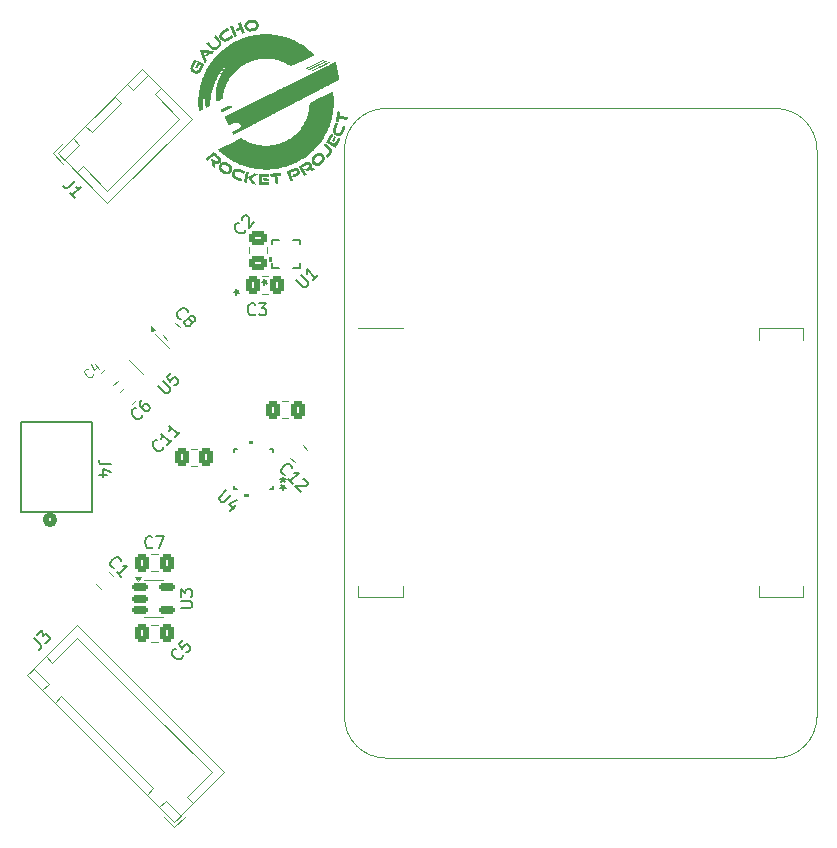
<source format=gbr>
%TF.GenerationSoftware,KiCad,Pcbnew,8.0.4*%
%TF.CreationDate,2025-02-21T19:34:28-08:00*%
%TF.ProjectId,IO:Sensor Board,494f3a53-656e-4736-9f72-20426f617264,rev?*%
%TF.SameCoordinates,Original*%
%TF.FileFunction,Legend,Top*%
%TF.FilePolarity,Positive*%
%FSLAX46Y46*%
G04 Gerber Fmt 4.6, Leading zero omitted, Abs format (unit mm)*
G04 Created by KiCad (PCBNEW 8.0.4) date 2025-02-21 19:34:28*
%MOMM*%
%LPD*%
G01*
G04 APERTURE LIST*
G04 Aperture macros list*
%AMRoundRect*
0 Rectangle with rounded corners*
0 $1 Rounding radius*
0 $2 $3 $4 $5 $6 $7 $8 $9 X,Y pos of 4 corners*
0 Add a 4 corners polygon primitive as box body*
4,1,4,$2,$3,$4,$5,$6,$7,$8,$9,$2,$3,0*
0 Add four circle primitives for the rounded corners*
1,1,$1+$1,$2,$3*
1,1,$1+$1,$4,$5*
1,1,$1+$1,$6,$7*
1,1,$1+$1,$8,$9*
0 Add four rect primitives between the rounded corners*
20,1,$1+$1,$2,$3,$4,$5,0*
20,1,$1+$1,$4,$5,$6,$7,0*
20,1,$1+$1,$6,$7,$8,$9,0*
20,1,$1+$1,$8,$9,$2,$3,0*%
%AMHorizOval*
0 Thick line with rounded ends*
0 $1 width*
0 $2 $3 position (X,Y) of the first rounded end (center of the circle)*
0 $4 $5 position (X,Y) of the second rounded end (center of the circle)*
0 Add line between two ends*
20,1,$1,$2,$3,$4,$5,0*
0 Add two circle primitives to create the rounded ends*
1,1,$1,$2,$3*
1,1,$1,$4,$5*%
G04 Aperture macros list end*
%ADD10C,0.150000*%
%ADD11C,0.125000*%
%ADD12C,0.000000*%
%ADD13C,0.120000*%
%ADD14C,0.152400*%
%ADD15C,0.508000*%
%ADD16RoundRect,0.150000X-0.468458X0.256326X0.256326X-0.468458X0.468458X-0.256326X-0.256326X0.468458X0*%
%ADD17RoundRect,0.150000X-0.512500X-0.150000X0.512500X-0.150000X0.512500X0.150000X-0.512500X0.150000X0*%
%ADD18RoundRect,0.250000X-0.574524X-0.097227X-0.097227X-0.574524X0.574524X0.097227X0.097227X0.574524X0*%
%ADD19RoundRect,0.250000X-0.337500X-0.475000X0.337500X-0.475000X0.337500X0.475000X-0.337500X0.475000X0*%
%ADD20RoundRect,0.250000X0.097227X-0.574524X0.574524X-0.097227X-0.097227X0.574524X-0.574524X0.097227X0*%
%ADD21HorizOval,1.700000X-0.088388X0.088388X0.088388X-0.088388X0*%
%ADD22RoundRect,0.250000X0.088388X-0.936916X0.936916X-0.088388X-0.088388X0.936916X-0.936916X0.088388X0*%
%ADD23RoundRect,0.250000X0.337500X0.475000X-0.337500X0.475000X-0.337500X-0.475000X0.337500X-0.475000X0*%
%ADD24C,6.100000*%
%ADD25R,0.700000X0.200000*%
%ADD26R,0.254000X0.254000*%
%ADD27R,0.254000X0.279400*%
%ADD28C,1.498600*%
%ADD29RoundRect,0.250000X0.475000X-0.337500X0.475000X0.337500X-0.475000X0.337500X-0.475000X-0.337500X0*%
%ADD30R,0.203200X0.660400*%
%ADD31R,0.660400X0.203200*%
%ADD32HorizOval,1.700000X0.088388X0.088388X-0.088388X-0.088388X0*%
%ADD33RoundRect,0.250000X0.936916X0.088388X0.088388X0.936916X-0.936916X-0.088388X-0.088388X-0.936916X0*%
G04 APERTURE END LIST*
D10*
X142915750Y-97693246D02*
X143488170Y-98265666D01*
X143488170Y-98265666D02*
X143589185Y-98299338D01*
X143589185Y-98299338D02*
X143656529Y-98299338D01*
X143656529Y-98299338D02*
X143757544Y-98265666D01*
X143757544Y-98265666D02*
X143892231Y-98130979D01*
X143892231Y-98130979D02*
X143925903Y-98029964D01*
X143925903Y-98029964D02*
X143925903Y-97962620D01*
X143925903Y-97962620D02*
X143892231Y-97861605D01*
X143892231Y-97861605D02*
X143319811Y-97289185D01*
X143993246Y-96615750D02*
X143656529Y-96952468D01*
X143656529Y-96952468D02*
X143959575Y-97322857D01*
X143959575Y-97322857D02*
X143959575Y-97255514D01*
X143959575Y-97255514D02*
X143993246Y-97154498D01*
X143993246Y-97154498D02*
X144161605Y-96986140D01*
X144161605Y-96986140D02*
X144262620Y-96952468D01*
X144262620Y-96952468D02*
X144329964Y-96952468D01*
X144329964Y-96952468D02*
X144430979Y-96986140D01*
X144430979Y-96986140D02*
X144599338Y-97154498D01*
X144599338Y-97154498D02*
X144633010Y-97255514D01*
X144633010Y-97255514D02*
X144633010Y-97322857D01*
X144633010Y-97322857D02*
X144599338Y-97423872D01*
X144599338Y-97423872D02*
X144430979Y-97592231D01*
X144430979Y-97592231D02*
X144329964Y-97625903D01*
X144329964Y-97625903D02*
X144262620Y-97625903D01*
X144824819Y-116481904D02*
X145634342Y-116481904D01*
X145634342Y-116481904D02*
X145729580Y-116434285D01*
X145729580Y-116434285D02*
X145777200Y-116386666D01*
X145777200Y-116386666D02*
X145824819Y-116291428D01*
X145824819Y-116291428D02*
X145824819Y-116100952D01*
X145824819Y-116100952D02*
X145777200Y-116005714D01*
X145777200Y-116005714D02*
X145729580Y-115958095D01*
X145729580Y-115958095D02*
X145634342Y-115910476D01*
X145634342Y-115910476D02*
X144824819Y-115910476D01*
X144824819Y-115529523D02*
X144824819Y-114910476D01*
X144824819Y-114910476D02*
X145205771Y-115243809D01*
X145205771Y-115243809D02*
X145205771Y-115100952D01*
X145205771Y-115100952D02*
X145253390Y-115005714D01*
X145253390Y-115005714D02*
X145301009Y-114958095D01*
X145301009Y-114958095D02*
X145396247Y-114910476D01*
X145396247Y-114910476D02*
X145634342Y-114910476D01*
X145634342Y-114910476D02*
X145729580Y-114958095D01*
X145729580Y-114958095D02*
X145777200Y-115005714D01*
X145777200Y-115005714D02*
X145824819Y-115100952D01*
X145824819Y-115100952D02*
X145824819Y-115386666D01*
X145824819Y-115386666D02*
X145777200Y-115481904D01*
X145777200Y-115481904D02*
X145729580Y-115529523D01*
X144848497Y-92012768D02*
X144781153Y-92012768D01*
X144781153Y-92012768D02*
X144646466Y-91945424D01*
X144646466Y-91945424D02*
X144579123Y-91878081D01*
X144579123Y-91878081D02*
X144511779Y-91743394D01*
X144511779Y-91743394D02*
X144511779Y-91608707D01*
X144511779Y-91608707D02*
X144545451Y-91507692D01*
X144545451Y-91507692D02*
X144646466Y-91339333D01*
X144646466Y-91339333D02*
X144747481Y-91238318D01*
X144747481Y-91238318D02*
X144915840Y-91137302D01*
X144915840Y-91137302D02*
X145016855Y-91103631D01*
X145016855Y-91103631D02*
X145151542Y-91103631D01*
X145151542Y-91103631D02*
X145286229Y-91170974D01*
X145286229Y-91170974D02*
X145353573Y-91238318D01*
X145353573Y-91238318D02*
X145420916Y-91373005D01*
X145420916Y-91373005D02*
X145420916Y-91440348D01*
X145589275Y-92080111D02*
X145555603Y-91979096D01*
X145555603Y-91979096D02*
X145555603Y-91911753D01*
X145555603Y-91911753D02*
X145589275Y-91810737D01*
X145589275Y-91810737D02*
X145622947Y-91777066D01*
X145622947Y-91777066D02*
X145723962Y-91743394D01*
X145723962Y-91743394D02*
X145791306Y-91743394D01*
X145791306Y-91743394D02*
X145892321Y-91777066D01*
X145892321Y-91777066D02*
X146027008Y-91911753D01*
X146027008Y-91911753D02*
X146060680Y-92012768D01*
X146060680Y-92012768D02*
X146060680Y-92080111D01*
X146060680Y-92080111D02*
X146027008Y-92181127D01*
X146027008Y-92181127D02*
X145993336Y-92214798D01*
X145993336Y-92214798D02*
X145892321Y-92248470D01*
X145892321Y-92248470D02*
X145824977Y-92248470D01*
X145824977Y-92248470D02*
X145723962Y-92214798D01*
X145723962Y-92214798D02*
X145589275Y-92080111D01*
X145589275Y-92080111D02*
X145488260Y-92046440D01*
X145488260Y-92046440D02*
X145420916Y-92046440D01*
X145420916Y-92046440D02*
X145319901Y-92080111D01*
X145319901Y-92080111D02*
X145185214Y-92214798D01*
X145185214Y-92214798D02*
X145151542Y-92315814D01*
X145151542Y-92315814D02*
X145151542Y-92383157D01*
X145151542Y-92383157D02*
X145185214Y-92484172D01*
X145185214Y-92484172D02*
X145319901Y-92618859D01*
X145319901Y-92618859D02*
X145420916Y-92652531D01*
X145420916Y-92652531D02*
X145488260Y-92652531D01*
X145488260Y-92652531D02*
X145589275Y-92618859D01*
X145589275Y-92618859D02*
X145723962Y-92484172D01*
X145723962Y-92484172D02*
X145757634Y-92383157D01*
X145757634Y-92383157D02*
X145757634Y-92315814D01*
X145757634Y-92315814D02*
X145723962Y-92214798D01*
X142445833Y-111329580D02*
X142398214Y-111377200D01*
X142398214Y-111377200D02*
X142255357Y-111424819D01*
X142255357Y-111424819D02*
X142160119Y-111424819D01*
X142160119Y-111424819D02*
X142017262Y-111377200D01*
X142017262Y-111377200D02*
X141922024Y-111281961D01*
X141922024Y-111281961D02*
X141874405Y-111186723D01*
X141874405Y-111186723D02*
X141826786Y-110996247D01*
X141826786Y-110996247D02*
X141826786Y-110853390D01*
X141826786Y-110853390D02*
X141874405Y-110662914D01*
X141874405Y-110662914D02*
X141922024Y-110567676D01*
X141922024Y-110567676D02*
X142017262Y-110472438D01*
X142017262Y-110472438D02*
X142160119Y-110424819D01*
X142160119Y-110424819D02*
X142255357Y-110424819D01*
X142255357Y-110424819D02*
X142398214Y-110472438D01*
X142398214Y-110472438D02*
X142445833Y-110520057D01*
X142779167Y-110424819D02*
X143445833Y-110424819D01*
X143445833Y-110424819D02*
X143017262Y-111424819D01*
X141586411Y-100162112D02*
X141586411Y-100229456D01*
X141586411Y-100229456D02*
X141519067Y-100364143D01*
X141519067Y-100364143D02*
X141451724Y-100431486D01*
X141451724Y-100431486D02*
X141317037Y-100498830D01*
X141317037Y-100498830D02*
X141182350Y-100498830D01*
X141182350Y-100498830D02*
X141081335Y-100465158D01*
X141081335Y-100465158D02*
X140912976Y-100364143D01*
X140912976Y-100364143D02*
X140811961Y-100263128D01*
X140811961Y-100263128D02*
X140710945Y-100094769D01*
X140710945Y-100094769D02*
X140677274Y-99993754D01*
X140677274Y-99993754D02*
X140677274Y-99859067D01*
X140677274Y-99859067D02*
X140744617Y-99724380D01*
X140744617Y-99724380D02*
X140811961Y-99657036D01*
X140811961Y-99657036D02*
X140946648Y-99589693D01*
X140946648Y-99589693D02*
X141013991Y-99589693D01*
X141552739Y-98916258D02*
X141418052Y-99050945D01*
X141418052Y-99050945D02*
X141384380Y-99151960D01*
X141384380Y-99151960D02*
X141384380Y-99219303D01*
X141384380Y-99219303D02*
X141418052Y-99387662D01*
X141418052Y-99387662D02*
X141519067Y-99556021D01*
X141519067Y-99556021D02*
X141788441Y-99825395D01*
X141788441Y-99825395D02*
X141889457Y-99859067D01*
X141889457Y-99859067D02*
X141956800Y-99859067D01*
X141956800Y-99859067D02*
X142057815Y-99825395D01*
X142057815Y-99825395D02*
X142192502Y-99690708D01*
X142192502Y-99690708D02*
X142226174Y-99589693D01*
X142226174Y-99589693D02*
X142226174Y-99522349D01*
X142226174Y-99522349D02*
X142192502Y-99421334D01*
X142192502Y-99421334D02*
X142024144Y-99252975D01*
X142024144Y-99252975D02*
X141923128Y-99219303D01*
X141923128Y-99219303D02*
X141855785Y-99219303D01*
X141855785Y-99219303D02*
X141754770Y-99252975D01*
X141754770Y-99252975D02*
X141620083Y-99387662D01*
X141620083Y-99387662D02*
X141586411Y-99488677D01*
X141586411Y-99488677D02*
X141586411Y-99556021D01*
X141586411Y-99556021D02*
X141620083Y-99657036D01*
X145006411Y-120512112D02*
X145006411Y-120579456D01*
X145006411Y-120579456D02*
X144939067Y-120714143D01*
X144939067Y-120714143D02*
X144871724Y-120781486D01*
X144871724Y-120781486D02*
X144737037Y-120848830D01*
X144737037Y-120848830D02*
X144602350Y-120848830D01*
X144602350Y-120848830D02*
X144501335Y-120815158D01*
X144501335Y-120815158D02*
X144332976Y-120714143D01*
X144332976Y-120714143D02*
X144231961Y-120613128D01*
X144231961Y-120613128D02*
X144130945Y-120444769D01*
X144130945Y-120444769D02*
X144097274Y-120343754D01*
X144097274Y-120343754D02*
X144097274Y-120209067D01*
X144097274Y-120209067D02*
X144164617Y-120074380D01*
X144164617Y-120074380D02*
X144231961Y-120007036D01*
X144231961Y-120007036D02*
X144366648Y-119939693D01*
X144366648Y-119939693D02*
X144433991Y-119939693D01*
X145006411Y-119232586D02*
X144669693Y-119569303D01*
X144669693Y-119569303D02*
X144972739Y-119939693D01*
X144972739Y-119939693D02*
X144972739Y-119872349D01*
X144972739Y-119872349D02*
X145006411Y-119771334D01*
X145006411Y-119771334D02*
X145174770Y-119602975D01*
X145174770Y-119602975D02*
X145275785Y-119569303D01*
X145275785Y-119569303D02*
X145343128Y-119569303D01*
X145343128Y-119569303D02*
X145444144Y-119602975D01*
X145444144Y-119602975D02*
X145612502Y-119771334D01*
X145612502Y-119771334D02*
X145646174Y-119872349D01*
X145646174Y-119872349D02*
X145646174Y-119939693D01*
X145646174Y-119939693D02*
X145612502Y-120040708D01*
X145612502Y-120040708D02*
X145444144Y-120209067D01*
X145444144Y-120209067D02*
X145343128Y-120242738D01*
X145343128Y-120242738D02*
X145275785Y-120242738D01*
D11*
X137418945Y-96687506D02*
X137418945Y-96741381D01*
X137418945Y-96741381D02*
X137365070Y-96849130D01*
X137365070Y-96849130D02*
X137311195Y-96903005D01*
X137311195Y-96903005D02*
X137203446Y-96956880D01*
X137203446Y-96956880D02*
X137095696Y-96956880D01*
X137095696Y-96956880D02*
X137014884Y-96929943D01*
X137014884Y-96929943D02*
X136880197Y-96849130D01*
X136880197Y-96849130D02*
X136799384Y-96768318D01*
X136799384Y-96768318D02*
X136718572Y-96633631D01*
X136718572Y-96633631D02*
X136691635Y-96552819D01*
X136691635Y-96552819D02*
X136691635Y-96445069D01*
X136691635Y-96445069D02*
X136745510Y-96337320D01*
X136745510Y-96337320D02*
X136799384Y-96283445D01*
X136799384Y-96283445D02*
X136907134Y-96229570D01*
X136907134Y-96229570D02*
X136961009Y-96229570D01*
X137580569Y-95879384D02*
X137957693Y-96256508D01*
X137230383Y-95798572D02*
X137499757Y-96337320D01*
X137499757Y-96337320D02*
X137849943Y-95987134D01*
D10*
X139215826Y-113098472D02*
X139148482Y-113098472D01*
X139148482Y-113098472D02*
X139013795Y-113031128D01*
X139013795Y-113031128D02*
X138946452Y-112963785D01*
X138946452Y-112963785D02*
X138879108Y-112829098D01*
X138879108Y-112829098D02*
X138879108Y-112694411D01*
X138879108Y-112694411D02*
X138912780Y-112593396D01*
X138912780Y-112593396D02*
X139013795Y-112425037D01*
X139013795Y-112425037D02*
X139114810Y-112324022D01*
X139114810Y-112324022D02*
X139283169Y-112223006D01*
X139283169Y-112223006D02*
X139384184Y-112189335D01*
X139384184Y-112189335D02*
X139518871Y-112189335D01*
X139518871Y-112189335D02*
X139653558Y-112256678D01*
X139653558Y-112256678D02*
X139720902Y-112324022D01*
X139720902Y-112324022D02*
X139788245Y-112458709D01*
X139788245Y-112458709D02*
X139788245Y-112526052D01*
X139821917Y-113839250D02*
X139417856Y-113435189D01*
X139619887Y-113637220D02*
X140326993Y-112930113D01*
X140326993Y-112930113D02*
X140158635Y-112963785D01*
X140158635Y-112963785D02*
X140023948Y-112963785D01*
X140023948Y-112963785D02*
X139922932Y-112930113D01*
X135849798Y-80358796D02*
X135344722Y-80863872D01*
X135344722Y-80863872D02*
X135210035Y-80931216D01*
X135210035Y-80931216D02*
X135075348Y-80931216D01*
X135075348Y-80931216D02*
X134940661Y-80863872D01*
X134940661Y-80863872D02*
X134873317Y-80796529D01*
X135849798Y-81773010D02*
X135445737Y-81368949D01*
X135647768Y-81570979D02*
X136354875Y-80863872D01*
X136354875Y-80863872D02*
X136186516Y-80897544D01*
X136186516Y-80897544D02*
X136051829Y-80897544D01*
X136051829Y-80897544D02*
X135950814Y-80863872D01*
X151143333Y-91619580D02*
X151095714Y-91667200D01*
X151095714Y-91667200D02*
X150952857Y-91714819D01*
X150952857Y-91714819D02*
X150857619Y-91714819D01*
X150857619Y-91714819D02*
X150714762Y-91667200D01*
X150714762Y-91667200D02*
X150619524Y-91571961D01*
X150619524Y-91571961D02*
X150571905Y-91476723D01*
X150571905Y-91476723D02*
X150524286Y-91286247D01*
X150524286Y-91286247D02*
X150524286Y-91143390D01*
X150524286Y-91143390D02*
X150571905Y-90952914D01*
X150571905Y-90952914D02*
X150619524Y-90857676D01*
X150619524Y-90857676D02*
X150714762Y-90762438D01*
X150714762Y-90762438D02*
X150857619Y-90714819D01*
X150857619Y-90714819D02*
X150952857Y-90714819D01*
X150952857Y-90714819D02*
X151095714Y-90762438D01*
X151095714Y-90762438D02*
X151143333Y-90810057D01*
X151476667Y-90714819D02*
X152095714Y-90714819D01*
X152095714Y-90714819D02*
X151762381Y-91095771D01*
X151762381Y-91095771D02*
X151905238Y-91095771D01*
X151905238Y-91095771D02*
X152000476Y-91143390D01*
X152000476Y-91143390D02*
X152048095Y-91191009D01*
X152048095Y-91191009D02*
X152095714Y-91286247D01*
X152095714Y-91286247D02*
X152095714Y-91524342D01*
X152095714Y-91524342D02*
X152048095Y-91619580D01*
X152048095Y-91619580D02*
X152000476Y-91667200D01*
X152000476Y-91667200D02*
X151905238Y-91714819D01*
X151905238Y-91714819D02*
X151619524Y-91714819D01*
X151619524Y-91714819D02*
X151524286Y-91667200D01*
X151524286Y-91667200D02*
X151476667Y-91619580D01*
X154625750Y-88723246D02*
X155198170Y-89295666D01*
X155198170Y-89295666D02*
X155299185Y-89329338D01*
X155299185Y-89329338D02*
X155366529Y-89329338D01*
X155366529Y-89329338D02*
X155467544Y-89295666D01*
X155467544Y-89295666D02*
X155602231Y-89160979D01*
X155602231Y-89160979D02*
X155635903Y-89059964D01*
X155635903Y-89059964D02*
X155635903Y-88992620D01*
X155635903Y-88992620D02*
X155602231Y-88891605D01*
X155602231Y-88891605D02*
X155029811Y-88319185D01*
X156444025Y-88319185D02*
X156039964Y-88723246D01*
X156241994Y-88521216D02*
X155534888Y-87814109D01*
X155534888Y-87814109D02*
X155568559Y-87982468D01*
X155568559Y-87982468D02*
X155568559Y-88117155D01*
X155568559Y-88117155D02*
X155534888Y-88218170D01*
X151744819Y-88909999D02*
X151982914Y-88909999D01*
X151887676Y-89148094D02*
X151982914Y-88909999D01*
X151982914Y-88909999D02*
X151887676Y-88671904D01*
X152173390Y-89052856D02*
X151982914Y-88909999D01*
X151982914Y-88909999D02*
X152173390Y-88767142D01*
X149364819Y-89719999D02*
X149602914Y-89719999D01*
X149507676Y-89958094D02*
X149602914Y-89719999D01*
X149602914Y-89719999D02*
X149507676Y-89481904D01*
X149793390Y-89862856D02*
X149602914Y-89719999D01*
X149602914Y-89719999D02*
X149793390Y-89577142D01*
X138895180Y-104316666D02*
X138180895Y-104316666D01*
X138180895Y-104316666D02*
X138038038Y-104269047D01*
X138038038Y-104269047D02*
X137942800Y-104173809D01*
X137942800Y-104173809D02*
X137895180Y-104030952D01*
X137895180Y-104030952D02*
X137895180Y-103935714D01*
X138561847Y-105221428D02*
X137895180Y-105221428D01*
X138942800Y-104983333D02*
X138228514Y-104745238D01*
X138228514Y-104745238D02*
X138228514Y-105364285D01*
X153701169Y-105219693D02*
X153633825Y-105219693D01*
X153633825Y-105219693D02*
X153499138Y-105152349D01*
X153499138Y-105152349D02*
X153431795Y-105085006D01*
X153431795Y-105085006D02*
X153364451Y-104950319D01*
X153364451Y-104950319D02*
X153364451Y-104815632D01*
X153364451Y-104815632D02*
X153398123Y-104714617D01*
X153398123Y-104714617D02*
X153499138Y-104546258D01*
X153499138Y-104546258D02*
X153600153Y-104445243D01*
X153600153Y-104445243D02*
X153768512Y-104344227D01*
X153768512Y-104344227D02*
X153869527Y-104310556D01*
X153869527Y-104310556D02*
X154004214Y-104310556D01*
X154004214Y-104310556D02*
X154138901Y-104377899D01*
X154138901Y-104377899D02*
X154206245Y-104445243D01*
X154206245Y-104445243D02*
X154273588Y-104579930D01*
X154273588Y-104579930D02*
X154273588Y-104647273D01*
X154307260Y-105960471D02*
X153903199Y-105556410D01*
X154105230Y-105758441D02*
X154812336Y-105051334D01*
X154812336Y-105051334D02*
X154643978Y-105085006D01*
X154643978Y-105085006D02*
X154509291Y-105085006D01*
X154509291Y-105085006D02*
X154408275Y-105051334D01*
X155216398Y-105590082D02*
X155283741Y-105590082D01*
X155283741Y-105590082D02*
X155384756Y-105623754D01*
X155384756Y-105623754D02*
X155553115Y-105792113D01*
X155553115Y-105792113D02*
X155586787Y-105893128D01*
X155586787Y-105893128D02*
X155586787Y-105960472D01*
X155586787Y-105960472D02*
X155553115Y-106061487D01*
X155553115Y-106061487D02*
X155485772Y-106128830D01*
X155485772Y-106128830D02*
X155351085Y-106196174D01*
X155351085Y-106196174D02*
X154542963Y-106196174D01*
X154542963Y-106196174D02*
X154980695Y-106633907D01*
X150316411Y-84452112D02*
X150316411Y-84519456D01*
X150316411Y-84519456D02*
X150249067Y-84654143D01*
X150249067Y-84654143D02*
X150181724Y-84721486D01*
X150181724Y-84721486D02*
X150047037Y-84788830D01*
X150047037Y-84788830D02*
X149912350Y-84788830D01*
X149912350Y-84788830D02*
X149811335Y-84755158D01*
X149811335Y-84755158D02*
X149642976Y-84654143D01*
X149642976Y-84654143D02*
X149541961Y-84553128D01*
X149541961Y-84553128D02*
X149440945Y-84384769D01*
X149440945Y-84384769D02*
X149407274Y-84283754D01*
X149407274Y-84283754D02*
X149407274Y-84149067D01*
X149407274Y-84149067D02*
X149474617Y-84014380D01*
X149474617Y-84014380D02*
X149541961Y-83947036D01*
X149541961Y-83947036D02*
X149676648Y-83879693D01*
X149676648Y-83879693D02*
X149743991Y-83879693D01*
X150013365Y-83610319D02*
X150013365Y-83542975D01*
X150013365Y-83542975D02*
X150047037Y-83441960D01*
X150047037Y-83441960D02*
X150215396Y-83273601D01*
X150215396Y-83273601D02*
X150316411Y-83239929D01*
X150316411Y-83239929D02*
X150383754Y-83239929D01*
X150383754Y-83239929D02*
X150484770Y-83273601D01*
X150484770Y-83273601D02*
X150552113Y-83340945D01*
X150552113Y-83340945D02*
X150619457Y-83475632D01*
X150619457Y-83475632D02*
X150619457Y-84283754D01*
X150619457Y-84283754D02*
X151057189Y-83846021D01*
X143369693Y-102868830D02*
X143369693Y-102936174D01*
X143369693Y-102936174D02*
X143302349Y-103070861D01*
X143302349Y-103070861D02*
X143235006Y-103138204D01*
X143235006Y-103138204D02*
X143100319Y-103205548D01*
X143100319Y-103205548D02*
X142965632Y-103205548D01*
X142965632Y-103205548D02*
X142864617Y-103171876D01*
X142864617Y-103171876D02*
X142696258Y-103070861D01*
X142696258Y-103070861D02*
X142595243Y-102969846D01*
X142595243Y-102969846D02*
X142494227Y-102801487D01*
X142494227Y-102801487D02*
X142460556Y-102700472D01*
X142460556Y-102700472D02*
X142460556Y-102565785D01*
X142460556Y-102565785D02*
X142527899Y-102431098D01*
X142527899Y-102431098D02*
X142595243Y-102363754D01*
X142595243Y-102363754D02*
X142729930Y-102296411D01*
X142729930Y-102296411D02*
X142797273Y-102296411D01*
X144110471Y-102262739D02*
X143706410Y-102666800D01*
X143908441Y-102464769D02*
X143201334Y-101757663D01*
X143201334Y-101757663D02*
X143235006Y-101926021D01*
X143235006Y-101926021D02*
X143235006Y-102060708D01*
X143235006Y-102060708D02*
X143201334Y-102161724D01*
X144783907Y-101589304D02*
X144379846Y-101993365D01*
X144581876Y-101791334D02*
X143874769Y-101084227D01*
X143874769Y-101084227D02*
X143908441Y-101252586D01*
X143908441Y-101252586D02*
X143908441Y-101387273D01*
X143908441Y-101387273D02*
X143874769Y-101488288D01*
X148696753Y-106505750D02*
X148124333Y-107078170D01*
X148124333Y-107078170D02*
X148090661Y-107179185D01*
X148090661Y-107179185D02*
X148090661Y-107246529D01*
X148090661Y-107246529D02*
X148124333Y-107347544D01*
X148124333Y-107347544D02*
X148259020Y-107482231D01*
X148259020Y-107482231D02*
X148360035Y-107515903D01*
X148360035Y-107515903D02*
X148427379Y-107515903D01*
X148427379Y-107515903D02*
X148528394Y-107482231D01*
X148528394Y-107482231D02*
X149100814Y-106909811D01*
X149504875Y-107785277D02*
X149033470Y-108256681D01*
X149605890Y-107347544D02*
X148932455Y-107684262D01*
X148932455Y-107684262D02*
X149370188Y-108121994D01*
X153489200Y-105404819D02*
X153489200Y-105642914D01*
X153251105Y-105547676D02*
X153489200Y-105642914D01*
X153489200Y-105642914D02*
X153727295Y-105547676D01*
X153346343Y-105833390D02*
X153489200Y-105642914D01*
X153489200Y-105642914D02*
X153632057Y-105833390D01*
X153489199Y-106495180D02*
X153489199Y-106257085D01*
X153727294Y-106352323D02*
X153489199Y-106257085D01*
X153489199Y-106257085D02*
X153251104Y-106352323D01*
X153632056Y-106066609D02*
X153489199Y-106257085D01*
X153489199Y-106257085D02*
X153346342Y-106066609D01*
X132428796Y-119070201D02*
X132933872Y-119575277D01*
X132933872Y-119575277D02*
X133001216Y-119709964D01*
X133001216Y-119709964D02*
X133001216Y-119844651D01*
X133001216Y-119844651D02*
X132933872Y-119979338D01*
X132933872Y-119979338D02*
X132866529Y-120046682D01*
X132698170Y-118800827D02*
X133135903Y-118363094D01*
X133135903Y-118363094D02*
X133169575Y-118868170D01*
X133169575Y-118868170D02*
X133270590Y-118767155D01*
X133270590Y-118767155D02*
X133371605Y-118733483D01*
X133371605Y-118733483D02*
X133438949Y-118733483D01*
X133438949Y-118733483D02*
X133539964Y-118767155D01*
X133539964Y-118767155D02*
X133708323Y-118935514D01*
X133708323Y-118935514D02*
X133741994Y-119036529D01*
X133741994Y-119036529D02*
X133741994Y-119103872D01*
X133741994Y-119103872D02*
X133708323Y-119204888D01*
X133708323Y-119204888D02*
X133506292Y-119406918D01*
X133506292Y-119406918D02*
X133405277Y-119440590D01*
X133405277Y-119440590D02*
X133337933Y-119440590D01*
D12*
%TO.C,G\u002A\u002A\u002A*%
G36*
X157874110Y-76543180D02*
G01*
X157879422Y-76545568D01*
X157887883Y-76549905D01*
X157899474Y-76556179D01*
X157914174Y-76564381D01*
X157931965Y-76574501D01*
X157945726Y-76582418D01*
X157960880Y-76591176D01*
X157975178Y-76599448D01*
X157988263Y-76607027D01*
X157999777Y-76613705D01*
X158009361Y-76619274D01*
X158016657Y-76623526D01*
X158021306Y-76626254D01*
X158022766Y-76627127D01*
X158027906Y-76630308D01*
X157908910Y-76836178D01*
X157894130Y-76861745D01*
X157879873Y-76886403D01*
X157866250Y-76909961D01*
X157853373Y-76932224D01*
X157841354Y-76952999D01*
X157830304Y-76972093D01*
X157820336Y-76989313D01*
X157811562Y-77004465D01*
X157804093Y-77017357D01*
X157798040Y-77027795D01*
X157793517Y-77035585D01*
X157790635Y-77040535D01*
X157789506Y-77042451D01*
X157789494Y-77042467D01*
X157787840Y-77041645D01*
X157783265Y-77039125D01*
X157776089Y-77035089D01*
X157766632Y-77029720D01*
X157755214Y-77023200D01*
X157742155Y-77015711D01*
X157727774Y-77007435D01*
X157713462Y-76999173D01*
X157698073Y-76990262D01*
X157683665Y-76981892D01*
X157670568Y-76974255D01*
X157659108Y-76967543D01*
X157649613Y-76961950D01*
X157642410Y-76957667D01*
X157637828Y-76954886D01*
X157636211Y-76953823D01*
X157636972Y-76952086D01*
X157639474Y-76947343D01*
X157643583Y-76939831D01*
X157649163Y-76929785D01*
X157656078Y-76917442D01*
X157664193Y-76903038D01*
X157673372Y-76886811D01*
X157683479Y-76868995D01*
X157694380Y-76849827D01*
X157705938Y-76829544D01*
X157718019Y-76808382D01*
X157730485Y-76786578D01*
X157743203Y-76764367D01*
X157756036Y-76741986D01*
X157768849Y-76719671D01*
X157781506Y-76697658D01*
X157793872Y-76676185D01*
X157805812Y-76655487D01*
X157817189Y-76635800D01*
X157827868Y-76617361D01*
X157837714Y-76600407D01*
X157846592Y-76585173D01*
X157854364Y-76571896D01*
X157860897Y-76560812D01*
X157866055Y-76552157D01*
X157869701Y-76546169D01*
X157871701Y-76543082D01*
X157871965Y-76542752D01*
X157874110Y-76543180D01*
G37*
G36*
X151824707Y-80122916D02*
G01*
X151833322Y-80123044D01*
X151844864Y-80123261D01*
X151859060Y-80123560D01*
X151875638Y-80123934D01*
X151894325Y-80124376D01*
X151914849Y-80124877D01*
X151936937Y-80125431D01*
X151960316Y-80126030D01*
X151984714Y-80126666D01*
X152009858Y-80127332D01*
X152035476Y-80128021D01*
X152061295Y-80128725D01*
X152087043Y-80129437D01*
X152112446Y-80130148D01*
X152137232Y-80130853D01*
X152161129Y-80131543D01*
X152183863Y-80132211D01*
X152205163Y-80132849D01*
X152224756Y-80133450D01*
X152242369Y-80134006D01*
X152257729Y-80134511D01*
X152270564Y-80134956D01*
X152280602Y-80135334D01*
X152287569Y-80135638D01*
X152291193Y-80135860D01*
X152291661Y-80135931D01*
X152291922Y-80137956D01*
X152292062Y-80143339D01*
X152292085Y-80151694D01*
X152291995Y-80162635D01*
X152291797Y-80175775D01*
X152291494Y-80190729D01*
X152291091Y-80207110D01*
X152290774Y-80218425D01*
X152290268Y-80235807D01*
X152289793Y-80252244D01*
X152289361Y-80267313D01*
X152288984Y-80280587D01*
X152288675Y-80291642D01*
X152288445Y-80300054D01*
X152288306Y-80305396D01*
X152288272Y-80306938D01*
X152288154Y-80313963D01*
X152268953Y-80313723D01*
X152264571Y-80313638D01*
X152256705Y-80313452D01*
X152245615Y-80313171D01*
X152231561Y-80312804D01*
X152214804Y-80312357D01*
X152195604Y-80311837D01*
X152174221Y-80311251D01*
X152150916Y-80310606D01*
X152125949Y-80309911D01*
X152099581Y-80309171D01*
X152072072Y-80308393D01*
X152043683Y-80307586D01*
X152031747Y-80307245D01*
X152003489Y-80306428D01*
X151976281Y-80305628D01*
X151950358Y-80304851D01*
X151925952Y-80304104D01*
X151903299Y-80303396D01*
X151882631Y-80302735D01*
X151864183Y-80302127D01*
X151848187Y-80301580D01*
X151834878Y-80301103D01*
X151824489Y-80300702D01*
X151817253Y-80300386D01*
X151813405Y-80300162D01*
X151812819Y-80300083D01*
X151812682Y-80298091D01*
X151812654Y-80292803D01*
X151812722Y-80284667D01*
X151812876Y-80274133D01*
X151813103Y-80261649D01*
X151813393Y-80247664D01*
X151813733Y-80232626D01*
X151814113Y-80216985D01*
X151814521Y-80201188D01*
X151814945Y-80185686D01*
X151815375Y-80170925D01*
X151815797Y-80157356D01*
X151816202Y-80145426D01*
X151816578Y-80135585D01*
X151816912Y-80128281D01*
X151817194Y-80123962D01*
X151817350Y-80122960D01*
X151819292Y-80122886D01*
X151824707Y-80122916D01*
G37*
G36*
X157458314Y-70239883D02*
G01*
X157475213Y-70242281D01*
X157490143Y-70246623D01*
X157502642Y-70252877D01*
X157510431Y-70259086D01*
X157515078Y-70264100D01*
X157517484Y-70268132D01*
X157518334Y-70272538D01*
X157518392Y-70274794D01*
X157516916Y-70283585D01*
X157512922Y-70293047D01*
X157507058Y-70301849D01*
X157503105Y-70306084D01*
X157500005Y-70308287D01*
X157493990Y-70311946D01*
X157485488Y-70316825D01*
X157474926Y-70322686D01*
X157462732Y-70329292D01*
X157449332Y-70336405D01*
X157436904Y-70342883D01*
X157428535Y-70347177D01*
X157416951Y-70353073D01*
X157402289Y-70360501D01*
X157384689Y-70369392D01*
X157364287Y-70379677D01*
X157341223Y-70391287D01*
X157315634Y-70404153D01*
X157287659Y-70418206D01*
X157257436Y-70433376D01*
X157225102Y-70449594D01*
X157190797Y-70466792D01*
X157154657Y-70484899D01*
X157116822Y-70503848D01*
X157077430Y-70523569D01*
X157036618Y-70543992D01*
X156994525Y-70565049D01*
X156951289Y-70586671D01*
X156907049Y-70608788D01*
X156861941Y-70631331D01*
X156816105Y-70654232D01*
X156769679Y-70677420D01*
X156722801Y-70700827D01*
X156675608Y-70724384D01*
X156628240Y-70748022D01*
X156580834Y-70771671D01*
X156533528Y-70795263D01*
X156486461Y-70818727D01*
X156439771Y-70841996D01*
X156393596Y-70865000D01*
X156348074Y-70887670D01*
X156340898Y-70891243D01*
X156041043Y-71040529D01*
X155976964Y-71012477D01*
X155962536Y-71006143D01*
X155949270Y-71000283D01*
X155937539Y-70995066D01*
X155927714Y-70990658D01*
X155920169Y-70987226D01*
X155915276Y-70984939D01*
X155913407Y-70983962D01*
X155913401Y-70983943D01*
X155915092Y-70983079D01*
X155920024Y-70980588D01*
X155928089Y-70976526D01*
X155939179Y-70970945D01*
X155953187Y-70963901D01*
X155970003Y-70955447D01*
X155989521Y-70945638D01*
X156011632Y-70934527D01*
X156036230Y-70922169D01*
X156063205Y-70908618D01*
X156092450Y-70893928D01*
X156123857Y-70878154D01*
X156157318Y-70861349D01*
X156192726Y-70843568D01*
X156229973Y-70824865D01*
X156268950Y-70805294D01*
X156309550Y-70784909D01*
X156351665Y-70763765D01*
X156395188Y-70741915D01*
X156440009Y-70719414D01*
X156486022Y-70696315D01*
X156533119Y-70672674D01*
X156581191Y-70648544D01*
X156630131Y-70623979D01*
X156638446Y-70619806D01*
X156707106Y-70585351D01*
X156772424Y-70552587D01*
X156834403Y-70521512D01*
X156893043Y-70492127D01*
X156948346Y-70464430D01*
X157000314Y-70438421D01*
X157048948Y-70414098D01*
X157094250Y-70391461D01*
X157136222Y-70370510D01*
X157174864Y-70351243D01*
X157210179Y-70333659D01*
X157242168Y-70317759D01*
X157270833Y-70303540D01*
X157296175Y-70291003D01*
X157318196Y-70280146D01*
X157336897Y-70270969D01*
X157352280Y-70263472D01*
X157364347Y-70257652D01*
X157373099Y-70253510D01*
X157378537Y-70251044D01*
X157380271Y-70250348D01*
X157400426Y-70244661D01*
X157420459Y-70241042D01*
X157439909Y-70239460D01*
X157458314Y-70239883D01*
G37*
G36*
X149048503Y-73968375D02*
G01*
X149060786Y-73968908D01*
X149070977Y-73969995D01*
X149079899Y-73971786D01*
X149088376Y-73974429D01*
X149097229Y-73978075D01*
X149103373Y-73980954D01*
X149116176Y-73988798D01*
X149129091Y-73999732D01*
X149141674Y-74013139D01*
X149153479Y-74028404D01*
X149164064Y-74044912D01*
X149172983Y-74062046D01*
X149179792Y-74079191D01*
X149183230Y-74091609D01*
X149185786Y-74110815D01*
X149185551Y-74131396D01*
X149182629Y-74152354D01*
X149177125Y-74172689D01*
X149173797Y-74181457D01*
X149171017Y-74188109D01*
X149164175Y-74185250D01*
X149154162Y-74182515D01*
X149141026Y-74181262D01*
X149125069Y-74181457D01*
X149106592Y-74183066D01*
X149085899Y-74186052D01*
X149063290Y-74190380D01*
X149039068Y-74196017D01*
X149014572Y-74202628D01*
X148979205Y-74213480D01*
X148940939Y-74226533D01*
X148899876Y-74241742D01*
X148856113Y-74259060D01*
X148809752Y-74278443D01*
X148760893Y-74299843D01*
X148709634Y-74323216D01*
X148656076Y-74348516D01*
X148600319Y-74375697D01*
X148542463Y-74404713D01*
X148482607Y-74435519D01*
X148420851Y-74468069D01*
X148357296Y-74502317D01*
X148343632Y-74509774D01*
X148333694Y-74515187D01*
X148324914Y-74519924D01*
X148317807Y-74523711D01*
X148312888Y-74526275D01*
X148310672Y-74527342D01*
X148310611Y-74527356D01*
X148308854Y-74526097D01*
X148307912Y-74525015D01*
X148306516Y-74522786D01*
X148303505Y-74517670D01*
X148299065Y-74509995D01*
X148293379Y-74500088D01*
X148286633Y-74488276D01*
X148279011Y-74474887D01*
X148270699Y-74460247D01*
X148261880Y-74444685D01*
X148252739Y-74428528D01*
X148243462Y-74412102D01*
X148234233Y-74395735D01*
X148225236Y-74379755D01*
X148216658Y-74364488D01*
X148208681Y-74350263D01*
X148201492Y-74337406D01*
X148195274Y-74326244D01*
X148190213Y-74317106D01*
X148186493Y-74310318D01*
X148184299Y-74306207D01*
X148183766Y-74305073D01*
X148185407Y-74303910D01*
X148190060Y-74301406D01*
X148197322Y-74297758D01*
X148206788Y-74293164D01*
X148218056Y-74287819D01*
X148230722Y-74281921D01*
X148238560Y-74278320D01*
X148249776Y-74273170D01*
X148263936Y-74266634D01*
X148280589Y-74258921D01*
X148299289Y-74250239D01*
X148319587Y-74240797D01*
X148341035Y-74230804D01*
X148363185Y-74220467D01*
X148385589Y-74209995D01*
X148407799Y-74199598D01*
X148416991Y-74195289D01*
X148458872Y-74175684D01*
X148497608Y-74157627D01*
X148533418Y-74141024D01*
X148566525Y-74125781D01*
X148597149Y-74111802D01*
X148625511Y-74098992D01*
X148651833Y-74087257D01*
X148676334Y-74076502D01*
X148699237Y-74066631D01*
X148720762Y-74057551D01*
X148741130Y-74049167D01*
X148760562Y-74041382D01*
X148779280Y-74034103D01*
X148797504Y-74027235D01*
X148815454Y-74020683D01*
X148833353Y-74014353D01*
X148851421Y-74008148D01*
X148859088Y-74005565D01*
X148885049Y-73997013D01*
X148908010Y-73989796D01*
X148928433Y-73983816D01*
X148946779Y-73978973D01*
X148963509Y-73975169D01*
X148979086Y-73972304D01*
X148993970Y-73970281D01*
X149008624Y-73969000D01*
X149023508Y-73968363D01*
X149033305Y-73968247D01*
X149048503Y-73968375D01*
G37*
G36*
X150368996Y-79537100D02*
G01*
X150374202Y-79537995D01*
X150382320Y-79539492D01*
X150392970Y-79541515D01*
X150405772Y-79543987D01*
X150420349Y-79546834D01*
X150436321Y-79549978D01*
X150453308Y-79553344D01*
X150470931Y-79556856D01*
X150488811Y-79560437D01*
X150506570Y-79564013D01*
X150523827Y-79567506D01*
X150540203Y-79570840D01*
X150555320Y-79573941D01*
X150568797Y-79576731D01*
X150580257Y-79579135D01*
X150589319Y-79581076D01*
X150595605Y-79582479D01*
X150598735Y-79583267D01*
X150599009Y-79583379D01*
X150598805Y-79585322D01*
X150597898Y-79590744D01*
X150596324Y-79599454D01*
X150594123Y-79611262D01*
X150591331Y-79625979D01*
X150587987Y-79643414D01*
X150584128Y-79663378D01*
X150579793Y-79685680D01*
X150575019Y-79710131D01*
X150569844Y-79736541D01*
X150564307Y-79764720D01*
X150558445Y-79794478D01*
X150552295Y-79825625D01*
X150545897Y-79857971D01*
X150539287Y-79891327D01*
X150532504Y-79925502D01*
X150525586Y-79960307D01*
X150518570Y-79995552D01*
X150511494Y-80031046D01*
X150504397Y-80066601D01*
X150497316Y-80102025D01*
X150490288Y-80137129D01*
X150483353Y-80171724D01*
X150476548Y-80205619D01*
X150469910Y-80238624D01*
X150463478Y-80270550D01*
X150457290Y-80301206D01*
X150451383Y-80330403D01*
X150445796Y-80357951D01*
X150440565Y-80383659D01*
X150435730Y-80407339D01*
X150431328Y-80428800D01*
X150427397Y-80447852D01*
X150423974Y-80464306D01*
X150421099Y-80477970D01*
X150418808Y-80488657D01*
X150417140Y-80496175D01*
X150416132Y-80500334D01*
X150415844Y-80501148D01*
X150413713Y-80500763D01*
X150408229Y-80499703D01*
X150399711Y-80498031D01*
X150388479Y-80495811D01*
X150374852Y-80493107D01*
X150359150Y-80489981D01*
X150341693Y-80486497D01*
X150322799Y-80482719D01*
X150302790Y-80478710D01*
X150300248Y-80478200D01*
X150280142Y-80474151D01*
X150261134Y-80470293D01*
X150243539Y-80466692D01*
X150227675Y-80463414D01*
X150213860Y-80460525D01*
X150202409Y-80458093D01*
X150193642Y-80456183D01*
X150187874Y-80454861D01*
X150185423Y-80454195D01*
X150185365Y-80454160D01*
X150185644Y-80452272D01*
X150186618Y-80446900D01*
X150188250Y-80438234D01*
X150190502Y-80426464D01*
X150193336Y-80411781D01*
X150196715Y-80394374D01*
X150200600Y-80374435D01*
X150204955Y-80352153D01*
X150209741Y-80327718D01*
X150214921Y-80301321D01*
X150220457Y-80273152D01*
X150226312Y-80243400D01*
X150232447Y-80212257D01*
X150238825Y-80179912D01*
X150245409Y-80146556D01*
X150252160Y-80112379D01*
X150259042Y-80077570D01*
X150266016Y-80042321D01*
X150273044Y-80006821D01*
X150280090Y-79971261D01*
X150287115Y-79935830D01*
X150294082Y-79900719D01*
X150300952Y-79866119D01*
X150307689Y-79832219D01*
X150314255Y-79799209D01*
X150320611Y-79767281D01*
X150326721Y-79736623D01*
X150332546Y-79707426D01*
X150338049Y-79679881D01*
X150343193Y-79654177D01*
X150347938Y-79630506D01*
X150352249Y-79609056D01*
X150356087Y-79590018D01*
X150359415Y-79573582D01*
X150362194Y-79559940D01*
X150364387Y-79549279D01*
X150365957Y-79541792D01*
X150366866Y-79537668D01*
X150367081Y-79536883D01*
X150368996Y-79537100D01*
G37*
G36*
X149243965Y-67173190D02*
G01*
X149246003Y-67178276D01*
X149249275Y-67186491D01*
X149253711Y-67197657D01*
X149259242Y-67211597D01*
X149265796Y-67228134D01*
X149273303Y-67247088D01*
X149281694Y-67268282D01*
X149290897Y-67291539D01*
X149300844Y-67316680D01*
X149311462Y-67343527D01*
X149322683Y-67371904D01*
X149334436Y-67401631D01*
X149346650Y-67432531D01*
X149359256Y-67464426D01*
X149372182Y-67497138D01*
X149385360Y-67530490D01*
X149398719Y-67564304D01*
X149412187Y-67598401D01*
X149425696Y-67632603D01*
X149439175Y-67666734D01*
X149452554Y-67700615D01*
X149465762Y-67734068D01*
X149478729Y-67766915D01*
X149491385Y-67798979D01*
X149503659Y-67830081D01*
X149515483Y-67860044D01*
X149526784Y-67888690D01*
X149537493Y-67915841D01*
X149547540Y-67941319D01*
X149556854Y-67964946D01*
X149565365Y-67986545D01*
X149573004Y-68005938D01*
X149579699Y-68022946D01*
X149585380Y-68037392D01*
X149589978Y-68049098D01*
X149593421Y-68057886D01*
X149595640Y-68063578D01*
X149596565Y-68065996D01*
X149596587Y-68066066D01*
X149595274Y-68067214D01*
X149591002Y-68069450D01*
X149583698Y-68072808D01*
X149573289Y-68077316D01*
X149559702Y-68083007D01*
X149542863Y-68089911D01*
X149522700Y-68098059D01*
X149499139Y-68107482D01*
X149486642Y-68112451D01*
X149467253Y-68120139D01*
X149448829Y-68127427D01*
X149431678Y-68134196D01*
X149416105Y-68140325D01*
X149402415Y-68145695D01*
X149390915Y-68150186D01*
X149381910Y-68153678D01*
X149375706Y-68156051D01*
X149372608Y-68157185D01*
X149372371Y-68157257D01*
X149371893Y-68157139D01*
X149371240Y-68156497D01*
X149370361Y-68155211D01*
X149369208Y-68153156D01*
X149367729Y-68150210D01*
X149365877Y-68146249D01*
X149363601Y-68141150D01*
X149360850Y-68134791D01*
X149357577Y-68127048D01*
X149353730Y-68117798D01*
X149349260Y-68106919D01*
X149344117Y-68094287D01*
X149338252Y-68079780D01*
X149331615Y-68063273D01*
X149324156Y-68044645D01*
X149315825Y-68023772D01*
X149306573Y-68000530D01*
X149296350Y-67974798D01*
X149285106Y-67946452D01*
X149272792Y-67915369D01*
X149259358Y-67881426D01*
X149244753Y-67844500D01*
X149228929Y-67804468D01*
X149211836Y-67761207D01*
X149193423Y-67714593D01*
X149191762Y-67710386D01*
X149174842Y-67667524D01*
X149158522Y-67626136D01*
X149142847Y-67586339D01*
X149127865Y-67548254D01*
X149113620Y-67511997D01*
X149100159Y-67477688D01*
X149087529Y-67445445D01*
X149075776Y-67415387D01*
X149064945Y-67387632D01*
X149055084Y-67362299D01*
X149046237Y-67339506D01*
X149038452Y-67319372D01*
X149031775Y-67302015D01*
X149026251Y-67287554D01*
X149021928Y-67276107D01*
X149018850Y-67267793D01*
X149017066Y-67262730D01*
X149016609Y-67261041D01*
X149018571Y-67260125D01*
X149023639Y-67257996D01*
X149031459Y-67254793D01*
X149041678Y-67250657D01*
X149053942Y-67245726D01*
X149067898Y-67240142D01*
X149083193Y-67234043D01*
X149099472Y-67227570D01*
X149116384Y-67220862D01*
X149133573Y-67214058D01*
X149150688Y-67207300D01*
X149167374Y-67200726D01*
X149183278Y-67194476D01*
X149198047Y-67188691D01*
X149211327Y-67183509D01*
X149222765Y-67179070D01*
X149232007Y-67175515D01*
X149238701Y-67172983D01*
X149242492Y-67171614D01*
X149243231Y-67171412D01*
X149243965Y-67173190D01*
G37*
G36*
X156884384Y-70104964D02*
G01*
X156898511Y-70106793D01*
X156910688Y-70110266D01*
X156920588Y-70115206D01*
X156927885Y-70121438D01*
X156932251Y-70128785D01*
X156933359Y-70137073D01*
X156933029Y-70139601D01*
X156930514Y-70145730D01*
X156924945Y-70152940D01*
X156921979Y-70156037D01*
X156919007Y-70158830D01*
X156915601Y-70161590D01*
X156911388Y-70164530D01*
X156905997Y-70167862D01*
X156899056Y-70171797D01*
X156890191Y-70176547D01*
X156879030Y-70182325D01*
X156865202Y-70189343D01*
X156850458Y-70196748D01*
X156841780Y-70201073D01*
X156830177Y-70206825D01*
X156815786Y-70213934D01*
X156798746Y-70222335D01*
X156779195Y-70231959D01*
X156757272Y-70242738D01*
X156733114Y-70254606D01*
X156706860Y-70267494D01*
X156678649Y-70281335D01*
X156648617Y-70296062D01*
X156616905Y-70311607D01*
X156583649Y-70327902D01*
X156548988Y-70344880D01*
X156513060Y-70362473D01*
X156476004Y-70380614D01*
X156437958Y-70399235D01*
X156399060Y-70418268D01*
X156359448Y-70437647D01*
X156319260Y-70457303D01*
X156278635Y-70477170D01*
X156237712Y-70497178D01*
X156196627Y-70517262D01*
X156155520Y-70537352D01*
X156114528Y-70557383D01*
X156073790Y-70577286D01*
X156033445Y-70596993D01*
X155993629Y-70616438D01*
X155954483Y-70635552D01*
X155916143Y-70654268D01*
X155878748Y-70672518D01*
X155842437Y-70690236D01*
X155807347Y-70707352D01*
X155773617Y-70723801D01*
X155741385Y-70739514D01*
X155710789Y-70754423D01*
X155681967Y-70768462D01*
X155655059Y-70781562D01*
X155630201Y-70793656D01*
X155607533Y-70804676D01*
X155587191Y-70814556D01*
X155569316Y-70823227D01*
X155554044Y-70830622D01*
X155541515Y-70836673D01*
X155531866Y-70841313D01*
X155525236Y-70844473D01*
X155521762Y-70846088D01*
X155521252Y-70846294D01*
X155518940Y-70845553D01*
X155513650Y-70843476D01*
X155505825Y-70840247D01*
X155495909Y-70836054D01*
X155484346Y-70831084D01*
X155471580Y-70825522D01*
X155466674Y-70823367D01*
X155414698Y-70800478D01*
X155426399Y-70794583D01*
X155428909Y-70793350D01*
X155434673Y-70790540D01*
X155443574Y-70786208D01*
X155455496Y-70780413D01*
X155470319Y-70773211D01*
X155487928Y-70764658D01*
X155508206Y-70754812D01*
X155531034Y-70743730D01*
X155556297Y-70731468D01*
X155583876Y-70718083D01*
X155613655Y-70703632D01*
X155645516Y-70688172D01*
X155679343Y-70671760D01*
X155715018Y-70654453D01*
X155752424Y-70636307D01*
X155791443Y-70617379D01*
X155831959Y-70597727D01*
X155873855Y-70577406D01*
X155917013Y-70556474D01*
X155961316Y-70534988D01*
X156006647Y-70513005D01*
X156052889Y-70490581D01*
X156093752Y-70470767D01*
X156140925Y-70447890D01*
X156187394Y-70425349D01*
X156233035Y-70403203D01*
X156277727Y-70381513D01*
X156321346Y-70360337D01*
X156363771Y-70339736D01*
X156404878Y-70319769D01*
X156444546Y-70300495D01*
X156482652Y-70281975D01*
X156519074Y-70264267D01*
X156553689Y-70247431D01*
X156586375Y-70231527D01*
X156617009Y-70216614D01*
X156645469Y-70202752D01*
X156671632Y-70190000D01*
X156695377Y-70178419D01*
X156716580Y-70168067D01*
X156735120Y-70159004D01*
X156750873Y-70151290D01*
X156763718Y-70144984D01*
X156773531Y-70140146D01*
X156780191Y-70136836D01*
X156783124Y-70135349D01*
X156801856Y-70125935D01*
X156818047Y-70118508D01*
X156832209Y-70112885D01*
X156844857Y-70108883D01*
X156856503Y-70106320D01*
X156867662Y-70105014D01*
X156868633Y-70104953D01*
X156884384Y-70104964D01*
G37*
G36*
X157166036Y-70168604D02*
G01*
X157181140Y-70169989D01*
X157193216Y-70172804D01*
X157202763Y-70177224D01*
X157210283Y-70183424D01*
X157211093Y-70184320D01*
X157216236Y-70192215D01*
X157218030Y-70200519D01*
X157216430Y-70209395D01*
X157211387Y-70219007D01*
X157202855Y-70229520D01*
X157196327Y-70236059D01*
X157192393Y-70239714D01*
X157188689Y-70242928D01*
X157184810Y-70245936D01*
X157180352Y-70248976D01*
X157174910Y-70252284D01*
X157168077Y-70256096D01*
X157159449Y-70260648D01*
X157148620Y-70266178D01*
X157135186Y-70272920D01*
X157121137Y-70279920D01*
X157106855Y-70287015D01*
X157089911Y-70295412D01*
X157070440Y-70305045D01*
X157048581Y-70315847D01*
X157024468Y-70327751D01*
X156998238Y-70340690D01*
X156970028Y-70354598D01*
X156939973Y-70369407D01*
X156908210Y-70385050D01*
X156874875Y-70401462D01*
X156840104Y-70418574D01*
X156804034Y-70436320D01*
X156766801Y-70454633D01*
X156728540Y-70473446D01*
X156689390Y-70492692D01*
X156649484Y-70512305D01*
X156608961Y-70532218D01*
X156567956Y-70552363D01*
X156526605Y-70572674D01*
X156485045Y-70593084D01*
X156443411Y-70613526D01*
X156401841Y-70633933D01*
X156360470Y-70654239D01*
X156319435Y-70674376D01*
X156278872Y-70694277D01*
X156238916Y-70713876D01*
X156199706Y-70733106D01*
X156161376Y-70751900D01*
X156124063Y-70770191D01*
X156087903Y-70787912D01*
X156053032Y-70804997D01*
X156019588Y-70821378D01*
X155987705Y-70836988D01*
X155957520Y-70851761D01*
X155929170Y-70865630D01*
X155902791Y-70878528D01*
X155878518Y-70890388D01*
X155856489Y-70901143D01*
X155836839Y-70910726D01*
X155819705Y-70919071D01*
X155805224Y-70926110D01*
X155793530Y-70931777D01*
X155784761Y-70936005D01*
X155779052Y-70938727D01*
X155776541Y-70939875D01*
X155776433Y-70939911D01*
X155774066Y-70939137D01*
X155768711Y-70936978D01*
X155760784Y-70933614D01*
X155750701Y-70929226D01*
X155738878Y-70923995D01*
X155725730Y-70918101D01*
X155714949Y-70913216D01*
X155656479Y-70886609D01*
X155680293Y-70874634D01*
X155683728Y-70872922D01*
X155690380Y-70869621D01*
X155700108Y-70864800D01*
X155712770Y-70858530D01*
X155728225Y-70850881D01*
X155746331Y-70841922D01*
X155766946Y-70831725D01*
X155789929Y-70820358D01*
X155815138Y-70807892D01*
X155842431Y-70794396D01*
X155871667Y-70779941D01*
X155902704Y-70764597D01*
X155935400Y-70748434D01*
X155969614Y-70731521D01*
X156005205Y-70713929D01*
X156042030Y-70695728D01*
X156079947Y-70676987D01*
X156118816Y-70657777D01*
X156158495Y-70638167D01*
X156198841Y-70618229D01*
X156239714Y-70598030D01*
X156280972Y-70577643D01*
X156322472Y-70557136D01*
X156364074Y-70536579D01*
X156405635Y-70516043D01*
X156447015Y-70495598D01*
X156488071Y-70475313D01*
X156528662Y-70455259D01*
X156568646Y-70435505D01*
X156607881Y-70416122D01*
X156646226Y-70397179D01*
X156683540Y-70378747D01*
X156719680Y-70360896D01*
X156754505Y-70343695D01*
X156787873Y-70327214D01*
X156819643Y-70311524D01*
X156849672Y-70296694D01*
X156877821Y-70282795D01*
X156903946Y-70269896D01*
X156927905Y-70258067D01*
X156949559Y-70247379D01*
X156968764Y-70237901D01*
X156985379Y-70229704D01*
X156999263Y-70222857D01*
X157010273Y-70217431D01*
X157018269Y-70213495D01*
X157021033Y-70212137D01*
X157045103Y-70200624D01*
X157066490Y-70191092D01*
X157085613Y-70183414D01*
X157102886Y-70177466D01*
X157118728Y-70173123D01*
X157133554Y-70170259D01*
X157147782Y-70168749D01*
X157161829Y-70168468D01*
X157166036Y-70168604D01*
G37*
G36*
X151246359Y-79711569D02*
G01*
X151277296Y-79717737D01*
X151304692Y-79723233D01*
X151328685Y-79728086D01*
X151349416Y-79732326D01*
X151367023Y-79735982D01*
X151381646Y-79739085D01*
X151393423Y-79741663D01*
X151402493Y-79743747D01*
X151408996Y-79745367D01*
X151413071Y-79746552D01*
X151414857Y-79747332D01*
X151414911Y-79747600D01*
X151413069Y-79748770D01*
X151408188Y-79751788D01*
X151400431Y-79756554D01*
X151389959Y-79762970D01*
X151376935Y-79770936D01*
X151361522Y-79780354D01*
X151343881Y-79791124D01*
X151324175Y-79803148D01*
X151302566Y-79816326D01*
X151279216Y-79830560D01*
X151254288Y-79845750D01*
X151227944Y-79861798D01*
X151200347Y-79878604D01*
X151171658Y-79896070D01*
X151142040Y-79914096D01*
X151126711Y-79923423D01*
X151096719Y-79941673D01*
X151067591Y-79959397D01*
X151039490Y-79976497D01*
X151012576Y-79992877D01*
X150987011Y-80008437D01*
X150962954Y-80023080D01*
X150940567Y-80036708D01*
X150920010Y-80049222D01*
X150901445Y-80060526D01*
X150885032Y-80070521D01*
X150870932Y-80079110D01*
X150859306Y-80086194D01*
X150850314Y-80091675D01*
X150844119Y-80095455D01*
X150840879Y-80097437D01*
X150840416Y-80097725D01*
X150841435Y-80099266D01*
X150844547Y-80103691D01*
X150849644Y-80110849D01*
X150856620Y-80120592D01*
X150865367Y-80132771D01*
X150875778Y-80147237D01*
X150887744Y-80163841D01*
X150901158Y-80182434D01*
X150915913Y-80202867D01*
X150931901Y-80224990D01*
X150949014Y-80248656D01*
X150967146Y-80273715D01*
X150986188Y-80300017D01*
X151006033Y-80327415D01*
X151026574Y-80355758D01*
X151044708Y-80380770D01*
X151065790Y-80409842D01*
X151086287Y-80438114D01*
X151106093Y-80465435D01*
X151125097Y-80491655D01*
X151143192Y-80516623D01*
X151160267Y-80540190D01*
X151176215Y-80562204D01*
X151190926Y-80582516D01*
X151204291Y-80600975D01*
X151216202Y-80617431D01*
X151226550Y-80631733D01*
X151235226Y-80643731D01*
X151242120Y-80653274D01*
X151247124Y-80660213D01*
X151250130Y-80664397D01*
X151251031Y-80665674D01*
X151251480Y-80667629D01*
X151250928Y-80667826D01*
X151248910Y-80667437D01*
X151243479Y-80666360D01*
X151234892Y-80664648D01*
X151223410Y-80662351D01*
X151209291Y-80659523D01*
X151192793Y-80656215D01*
X151174176Y-80652479D01*
X151153699Y-80648367D01*
X151131621Y-80643930D01*
X151108200Y-80639222D01*
X151083696Y-80634293D01*
X151079879Y-80633525D01*
X151055219Y-80628558D01*
X151031595Y-80623792D01*
X151009267Y-80619278D01*
X150988495Y-80615070D01*
X150969538Y-80611220D01*
X150952656Y-80607782D01*
X150938110Y-80604808D01*
X150926159Y-80602351D01*
X150917063Y-80600465D01*
X150911082Y-80599203D01*
X150908476Y-80598616D01*
X150908392Y-80598590D01*
X150906957Y-80596904D01*
X150903556Y-80592323D01*
X150898329Y-80585052D01*
X150891416Y-80575294D01*
X150882957Y-80563253D01*
X150873092Y-80549134D01*
X150861960Y-80533140D01*
X150849701Y-80515476D01*
X150836457Y-80496345D01*
X150822365Y-80475951D01*
X150807568Y-80454500D01*
X150792203Y-80432193D01*
X150776412Y-80409237D01*
X150760333Y-80385834D01*
X150744108Y-80362189D01*
X150727876Y-80338506D01*
X150711777Y-80314988D01*
X150695951Y-80291840D01*
X150680537Y-80269266D01*
X150665676Y-80247470D01*
X150651508Y-80226655D01*
X150638173Y-80207027D01*
X150625810Y-80188788D01*
X150614559Y-80172143D01*
X150604561Y-80157297D01*
X150595955Y-80144452D01*
X150588881Y-80133814D01*
X150583480Y-80125585D01*
X150579890Y-80119971D01*
X150578308Y-80117290D01*
X150574322Y-80108706D01*
X150570703Y-80099810D01*
X150568065Y-80092149D01*
X150567521Y-80090179D01*
X150565116Y-80074245D01*
X150565230Y-80056890D01*
X150567713Y-80039324D01*
X150572413Y-80022754D01*
X150577278Y-80011755D01*
X150582230Y-80004245D01*
X150589633Y-79995353D01*
X150598803Y-79985752D01*
X150609060Y-79976112D01*
X150619719Y-79967105D01*
X150630099Y-79959405D01*
X150631225Y-79958646D01*
X150634856Y-79956281D01*
X150641452Y-79952046D01*
X150650813Y-79946067D01*
X150662734Y-79938474D01*
X150677015Y-79929395D01*
X150693452Y-79918958D01*
X150711843Y-79907292D01*
X150731986Y-79894524D01*
X150753678Y-79880784D01*
X150776718Y-79866199D01*
X150800902Y-79850899D01*
X150826028Y-79835010D01*
X150851894Y-79818663D01*
X150861685Y-79812477D01*
X151075285Y-79677542D01*
X151246359Y-79711569D01*
G37*
G36*
X157079017Y-77156741D02*
G01*
X157083159Y-77159813D01*
X157089574Y-77164740D01*
X157097941Y-77171274D01*
X157107942Y-77179165D01*
X157119255Y-77188161D01*
X157131562Y-77198014D01*
X157133866Y-77199866D01*
X157143370Y-77207506D01*
X157155497Y-77217254D01*
X157169951Y-77228870D01*
X157186434Y-77242117D01*
X157204649Y-77256754D01*
X157224299Y-77272543D01*
X157245087Y-77289246D01*
X157266716Y-77306624D01*
X157288888Y-77324437D01*
X157311306Y-77342447D01*
X157333673Y-77360416D01*
X157341868Y-77366999D01*
X157363244Y-77384193D01*
X157384146Y-77401051D01*
X157404345Y-77417385D01*
X157423611Y-77433006D01*
X157441713Y-77447728D01*
X157458423Y-77461362D01*
X157473509Y-77473720D01*
X157486742Y-77484615D01*
X157497892Y-77493858D01*
X157506729Y-77501262D01*
X157513023Y-77506639D01*
X157515685Y-77508998D01*
X157542488Y-77535234D01*
X157566815Y-77562650D01*
X157588450Y-77590924D01*
X157607177Y-77619735D01*
X157622781Y-77648761D01*
X157635047Y-77677680D01*
X157641053Y-77696009D01*
X157648566Y-77728768D01*
X157652463Y-77762352D01*
X157652753Y-77796639D01*
X157649444Y-77831510D01*
X157642546Y-77866843D01*
X157632068Y-77902518D01*
X157624004Y-77924191D01*
X157609731Y-77956508D01*
X157592418Y-77990079D01*
X157572347Y-78024423D01*
X157549801Y-78059059D01*
X157525061Y-78093506D01*
X157523787Y-78095194D01*
X157519738Y-78100456D01*
X157513778Y-78108069D01*
X157506096Y-78117802D01*
X157496880Y-78129419D01*
X157486318Y-78142686D01*
X157474599Y-78157370D01*
X157461910Y-78173237D01*
X157448441Y-78190053D01*
X157434380Y-78207584D01*
X157419915Y-78225596D01*
X157405234Y-78243856D01*
X157390526Y-78262129D01*
X157375978Y-78280181D01*
X157361780Y-78297779D01*
X157348120Y-78314688D01*
X157335185Y-78330676D01*
X157323165Y-78345507D01*
X157312248Y-78358948D01*
X157302621Y-78370765D01*
X157294474Y-78380725D01*
X157287994Y-78388593D01*
X157283370Y-78394135D01*
X157280790Y-78397118D01*
X157280307Y-78397583D01*
X157278648Y-78396443D01*
X157274318Y-78393155D01*
X157267571Y-78387919D01*
X157258656Y-78380931D01*
X157247826Y-78372391D01*
X157235331Y-78362496D01*
X157221424Y-78351446D01*
X157206356Y-78339438D01*
X157190378Y-78326671D01*
X157187110Y-78324056D01*
X157171005Y-78311150D01*
X157155794Y-78298935D01*
X157141727Y-78287610D01*
X157129051Y-78277377D01*
X157118013Y-78268438D01*
X157108861Y-78260991D01*
X157101844Y-78255239D01*
X157097210Y-78251382D01*
X157095205Y-78249621D01*
X157095142Y-78249538D01*
X157096274Y-78247970D01*
X157099597Y-78243681D01*
X157104955Y-78236867D01*
X157112191Y-78227725D01*
X157121147Y-78216453D01*
X157131666Y-78203247D01*
X157143592Y-78188305D01*
X157156766Y-78171823D01*
X157171033Y-78153999D01*
X157186234Y-78135030D01*
X157202214Y-78115113D01*
X157212355Y-78102484D01*
X157229067Y-78081658D01*
X157245323Y-78061361D01*
X157260941Y-78041822D01*
X157275741Y-78023267D01*
X157289542Y-78005927D01*
X157302163Y-77990027D01*
X157313422Y-77975798D01*
X157323139Y-77963467D01*
X157331133Y-77953261D01*
X157337222Y-77945410D01*
X157341227Y-77940141D01*
X157342334Y-77938626D01*
X157360793Y-77910987D01*
X157375841Y-77884747D01*
X157387502Y-77859801D01*
X157395798Y-77836046D01*
X157400751Y-77813379D01*
X157402383Y-77791697D01*
X157400717Y-77770896D01*
X157395775Y-77750872D01*
X157387580Y-77731523D01*
X157387315Y-77731011D01*
X157378638Y-77716537D01*
X157367604Y-77701510D01*
X157355168Y-77687124D01*
X157342286Y-77674571D01*
X157341712Y-77674070D01*
X157338624Y-77671481D01*
X157332797Y-77666695D01*
X157324414Y-77659861D01*
X157313658Y-77651126D01*
X157300712Y-77640639D01*
X157285759Y-77628546D01*
X157268983Y-77614996D01*
X157250566Y-77600136D01*
X157230692Y-77584116D01*
X157209544Y-77567082D01*
X157187305Y-77549182D01*
X157164158Y-77530565D01*
X157140287Y-77511377D01*
X157129188Y-77502461D01*
X157105318Y-77483275D01*
X157082266Y-77464722D01*
X157060200Y-77446936D01*
X157039286Y-77430056D01*
X157019693Y-77414216D01*
X157001589Y-77399553D01*
X156985141Y-77386204D01*
X156970516Y-77374304D01*
X156957884Y-77363990D01*
X156947411Y-77355397D01*
X156939265Y-77348663D01*
X156933614Y-77343924D01*
X156930626Y-77341315D01*
X156930178Y-77340836D01*
X156931310Y-77339226D01*
X156934545Y-77334995D01*
X156939643Y-77328444D01*
X156946365Y-77319875D01*
X156954470Y-77309591D01*
X156963717Y-77297892D01*
X156973867Y-77285082D01*
X156984679Y-77271460D01*
X156995913Y-77257331D01*
X157007330Y-77242994D01*
X157018687Y-77228752D01*
X157029747Y-77214907D01*
X157040267Y-77201760D01*
X157050009Y-77189613D01*
X157058732Y-77178769D01*
X157066196Y-77169528D01*
X157072160Y-77162194D01*
X157076384Y-77157066D01*
X157077468Y-77155777D01*
X157079017Y-77156741D01*
G37*
G36*
X153318285Y-79641988D02*
G01*
X153320011Y-79644238D01*
X153320907Y-79648475D01*
X153322254Y-79657765D01*
X153323892Y-79669468D01*
X153325772Y-79683203D01*
X153327844Y-79698587D01*
X153330061Y-79715237D01*
X153332372Y-79732772D01*
X153334728Y-79750810D01*
X153337081Y-79768967D01*
X153339381Y-79786861D01*
X153341579Y-79804111D01*
X153343626Y-79820334D01*
X153345473Y-79835147D01*
X153347070Y-79848168D01*
X153348369Y-79859016D01*
X153349320Y-79867307D01*
X153349875Y-79872659D01*
X153349983Y-79874690D01*
X153349980Y-79874696D01*
X153348003Y-79875100D01*
X153342579Y-79875959D01*
X153333978Y-79877236D01*
X153322466Y-79878893D01*
X153308312Y-79880892D01*
X153291784Y-79883197D01*
X153273149Y-79885769D01*
X153252676Y-79888572D01*
X153230633Y-79891568D01*
X153207287Y-79894719D01*
X153186159Y-79897554D01*
X153161911Y-79900803D01*
X153138742Y-79903916D01*
X153116917Y-79906858D01*
X153096705Y-79909591D01*
X153078371Y-79912080D01*
X153062184Y-79914288D01*
X153048409Y-79916178D01*
X153037314Y-79917714D01*
X153029166Y-79918860D01*
X153024232Y-79919580D01*
X153022761Y-79919830D01*
X153022938Y-79921709D01*
X153023591Y-79927117D01*
X153024695Y-79935873D01*
X153026228Y-79947792D01*
X153028163Y-79962691D01*
X153030478Y-79980388D01*
X153033148Y-80000700D01*
X153036149Y-80023442D01*
X153039457Y-80048433D01*
X153043047Y-80075489D01*
X153046895Y-80104427D01*
X153050977Y-80135064D01*
X153055269Y-80167216D01*
X153059747Y-80200701D01*
X153064386Y-80235336D01*
X153068195Y-80263733D01*
X153072954Y-80299196D01*
X153077576Y-80333678D01*
X153082038Y-80366995D01*
X153086316Y-80398963D01*
X153090384Y-80429395D01*
X153094218Y-80458109D01*
X153097793Y-80484918D01*
X153101085Y-80509638D01*
X153104069Y-80532085D01*
X153106721Y-80552072D01*
X153109016Y-80569416D01*
X153110929Y-80583932D01*
X153112436Y-80595434D01*
X153113512Y-80603739D01*
X153114132Y-80608660D01*
X153114284Y-80610034D01*
X153113781Y-80610705D01*
X153112106Y-80611446D01*
X153109011Y-80612295D01*
X153104244Y-80613293D01*
X153097556Y-80614479D01*
X153088696Y-80615893D01*
X153077414Y-80617575D01*
X153063460Y-80619564D01*
X153046584Y-80621899D01*
X153026535Y-80624621D01*
X153003063Y-80627770D01*
X152998601Y-80628365D01*
X152978180Y-80631084D01*
X152958842Y-80633648D01*
X152940910Y-80636015D01*
X152924705Y-80638143D01*
X152910551Y-80639990D01*
X152898771Y-80641513D01*
X152889687Y-80642672D01*
X152883621Y-80643423D01*
X152880897Y-80643726D01*
X152880796Y-80643729D01*
X152879253Y-80642021D01*
X152877889Y-80637804D01*
X152877508Y-80635701D01*
X152876948Y-80631705D01*
X152875939Y-80624346D01*
X152874513Y-80613849D01*
X152872698Y-80600439D01*
X152870526Y-80584342D01*
X152868025Y-80565781D01*
X152865227Y-80544983D01*
X152862162Y-80522171D01*
X152858858Y-80497571D01*
X152855348Y-80471408D01*
X152851659Y-80443906D01*
X152847824Y-80415290D01*
X152843871Y-80385786D01*
X152839831Y-80355618D01*
X152835734Y-80325011D01*
X152831610Y-80294190D01*
X152827489Y-80263380D01*
X152823401Y-80232806D01*
X152819377Y-80202692D01*
X152815446Y-80173265D01*
X152811638Y-80144747D01*
X152807984Y-80117365D01*
X152804513Y-80091343D01*
X152801256Y-80066907D01*
X152798243Y-80044280D01*
X152795504Y-80023689D01*
X152793068Y-80005357D01*
X152790967Y-79989510D01*
X152789230Y-79976373D01*
X152787887Y-79966170D01*
X152786968Y-79959127D01*
X152786503Y-79955468D01*
X152786450Y-79954983D01*
X152784871Y-79952975D01*
X152782287Y-79952417D01*
X152779840Y-79952662D01*
X152773956Y-79953373D01*
X152764912Y-79954513D01*
X152752984Y-79956047D01*
X152738448Y-79957938D01*
X152721580Y-79960149D01*
X152702657Y-79962646D01*
X152681955Y-79965391D01*
X152659750Y-79968348D01*
X152636318Y-79971482D01*
X152617211Y-79974046D01*
X152593104Y-79977277D01*
X152570075Y-79980345D01*
X152548391Y-79983216D01*
X152528322Y-79985854D01*
X152510135Y-79988226D01*
X152494101Y-79990295D01*
X152480486Y-79992029D01*
X152469561Y-79993391D01*
X152461592Y-79994347D01*
X152456850Y-79994863D01*
X152455557Y-79994934D01*
X152455210Y-79993033D01*
X152454420Y-79987806D01*
X152453242Y-79979642D01*
X152451727Y-79968928D01*
X152449929Y-79956053D01*
X152447900Y-79941406D01*
X152445693Y-79925374D01*
X152443361Y-79908346D01*
X152440957Y-79890709D01*
X152438533Y-79872853D01*
X152436141Y-79855165D01*
X152433836Y-79838033D01*
X152431670Y-79821846D01*
X152429694Y-79806992D01*
X152427963Y-79793859D01*
X152426529Y-79782835D01*
X152425444Y-79774308D01*
X152424762Y-79768668D01*
X152424593Y-79767100D01*
X152423968Y-79760682D01*
X152867002Y-79701122D01*
X152907359Y-79695699D01*
X152946768Y-79690408D01*
X152985063Y-79685272D01*
X153022083Y-79680311D01*
X153057664Y-79675549D01*
X153091643Y-79671005D01*
X153123856Y-79666703D01*
X153154140Y-79662664D01*
X153182332Y-79658909D01*
X153208269Y-79655460D01*
X153231787Y-79652340D01*
X153252723Y-79649569D01*
X153270913Y-79647170D01*
X153286195Y-79645164D01*
X153298405Y-79643573D01*
X153307380Y-79642419D01*
X153312957Y-79641723D01*
X153314948Y-79641506D01*
X153318285Y-79641988D01*
G37*
G36*
X149925068Y-66904691D02*
G01*
X149927155Y-66909814D01*
X149930476Y-66918068D01*
X149934961Y-66929272D01*
X149940538Y-66943251D01*
X149947138Y-66959825D01*
X149954689Y-66978816D01*
X149963123Y-67000047D01*
X149972368Y-67023339D01*
X149982354Y-67048516D01*
X149993011Y-67075397D01*
X150004268Y-67103807D01*
X150016055Y-67133566D01*
X150028302Y-67164497D01*
X150040938Y-67196421D01*
X150053893Y-67229162D01*
X150067097Y-67262540D01*
X150080479Y-67296377D01*
X150093969Y-67330497D01*
X150107497Y-67364720D01*
X150120992Y-67398869D01*
X150134383Y-67432766D01*
X150147601Y-67466233D01*
X150160576Y-67499091D01*
X150173236Y-67531164D01*
X150185512Y-67562272D01*
X150197333Y-67592238D01*
X150208628Y-67620885D01*
X150219328Y-67648033D01*
X150229362Y-67673505D01*
X150238660Y-67697123D01*
X150247151Y-67718709D01*
X150254765Y-67738085D01*
X150261432Y-67755073D01*
X150267081Y-67769496D01*
X150271642Y-67781174D01*
X150275045Y-67789930D01*
X150277219Y-67795587D01*
X150278094Y-67797965D01*
X150278109Y-67798028D01*
X150276425Y-67798902D01*
X150271609Y-67801007D01*
X150264015Y-67804200D01*
X150253999Y-67808339D01*
X150241913Y-67813284D01*
X150228114Y-67818891D01*
X150212955Y-67825020D01*
X150196791Y-67831529D01*
X150179977Y-67838276D01*
X150162866Y-67845119D01*
X150145813Y-67851917D01*
X150129173Y-67858528D01*
X150113301Y-67864809D01*
X150098550Y-67870621D01*
X150085275Y-67875820D01*
X150073831Y-67880265D01*
X150064572Y-67883815D01*
X150057852Y-67886327D01*
X150054027Y-67887660D01*
X150053608Y-67887781D01*
X150052095Y-67887756D01*
X150050541Y-67886550D01*
X150048697Y-67883701D01*
X150046315Y-67878747D01*
X150043146Y-67871227D01*
X150038944Y-67860679D01*
X150038677Y-67860000D01*
X150033998Y-67848101D01*
X150028452Y-67834022D01*
X150022152Y-67818049D01*
X150015211Y-67800466D01*
X150007740Y-67781557D01*
X149999854Y-67761608D01*
X149991665Y-67740904D01*
X149983287Y-67719729D01*
X149974830Y-67698368D01*
X149966410Y-67677105D01*
X149958138Y-67656227D01*
X149950127Y-67636016D01*
X149942490Y-67616759D01*
X149935340Y-67598741D01*
X149928790Y-67582245D01*
X149922952Y-67567556D01*
X149917940Y-67554960D01*
X149913867Y-67544742D01*
X149910844Y-67537185D01*
X149908986Y-67532576D01*
X149908402Y-67531182D01*
X149906630Y-67531788D01*
X149901614Y-67533682D01*
X149893591Y-67536771D01*
X149882800Y-67540963D01*
X149869478Y-67546163D01*
X149853862Y-67552279D01*
X149836192Y-67559218D01*
X149816704Y-67566886D01*
X149795637Y-67575190D01*
X149773228Y-67584037D01*
X149749716Y-67593333D01*
X149739429Y-67597405D01*
X149715436Y-67606896D01*
X149692387Y-67616001D01*
X149670525Y-67624621D01*
X149650096Y-67632663D01*
X149631343Y-67640031D01*
X149614510Y-67646628D01*
X149599841Y-67652359D01*
X149587581Y-67657130D01*
X149577973Y-67660843D01*
X149571261Y-67663404D01*
X149567689Y-67664717D01*
X149567194Y-67664871D01*
X149566261Y-67664757D01*
X149565166Y-67663877D01*
X149563793Y-67661966D01*
X149562025Y-67658758D01*
X149559747Y-67653990D01*
X149556844Y-67647395D01*
X149553200Y-67638709D01*
X149548698Y-67627667D01*
X149543224Y-67614003D01*
X149536661Y-67597452D01*
X149528894Y-67577749D01*
X149526405Y-67571422D01*
X149519408Y-67553584D01*
X149512844Y-67536770D01*
X149506838Y-67521306D01*
X149501518Y-67507521D01*
X149497006Y-67495740D01*
X149493431Y-67486291D01*
X149490916Y-67479501D01*
X149489587Y-67475697D01*
X149489407Y-67475007D01*
X149491058Y-67473364D01*
X149495412Y-67470918D01*
X149501643Y-67468113D01*
X149503970Y-67467185D01*
X149510770Y-67464537D01*
X149520300Y-67460803D01*
X149532266Y-67456097D01*
X149546372Y-67450538D01*
X149562322Y-67444243D01*
X149579821Y-67437329D01*
X149598574Y-67429914D01*
X149618285Y-67422113D01*
X149638659Y-67414045D01*
X149659400Y-67405827D01*
X149680213Y-67397575D01*
X149700803Y-67389407D01*
X149720873Y-67381441D01*
X149740130Y-67373793D01*
X149758276Y-67366580D01*
X149775017Y-67359919D01*
X149790058Y-67353929D01*
X149803103Y-67348725D01*
X149813856Y-67344426D01*
X149822022Y-67341147D01*
X149827305Y-67339008D01*
X149829411Y-67338123D01*
X149829425Y-67338116D01*
X149829500Y-67336990D01*
X149828793Y-67334030D01*
X149827248Y-67329090D01*
X149824809Y-67322024D01*
X149821421Y-67312687D01*
X149817030Y-67300932D01*
X149811579Y-67286612D01*
X149805014Y-67269582D01*
X149797278Y-67249696D01*
X149788318Y-67226807D01*
X149778077Y-67200770D01*
X149766501Y-67171437D01*
X149763708Y-67164372D01*
X149754161Y-67140188D01*
X149745038Y-67117002D01*
X149736432Y-67095050D01*
X149728432Y-67074568D01*
X149721129Y-67055790D01*
X149714614Y-67038952D01*
X149708979Y-67024288D01*
X149704313Y-67012035D01*
X149700709Y-67002427D01*
X149698255Y-66995699D01*
X149697045Y-66992086D01*
X149696943Y-66991512D01*
X149698879Y-66990749D01*
X149704003Y-66988720D01*
X149712019Y-66985543D01*
X149722633Y-66981334D01*
X149735549Y-66976211D01*
X149750473Y-66970290D01*
X149767110Y-66963688D01*
X149785165Y-66956523D01*
X149804343Y-66948911D01*
X149810722Y-66946379D01*
X149830182Y-66938679D01*
X149848610Y-66931432D01*
X149865712Y-66924753D01*
X149881193Y-66918753D01*
X149894762Y-66913545D01*
X149906124Y-66909242D01*
X149914984Y-66905956D01*
X149921051Y-66903799D01*
X149924029Y-66902884D01*
X149924284Y-66902874D01*
X149925068Y-66904691D01*
G37*
G36*
X158138712Y-74435936D02*
G01*
X158144496Y-74436996D01*
X158153121Y-74438665D01*
X158164203Y-74440864D01*
X158177359Y-74443512D01*
X158192206Y-74446530D01*
X158208360Y-74449838D01*
X158225438Y-74453356D01*
X158243056Y-74457004D01*
X158260830Y-74460703D01*
X158278378Y-74464372D01*
X158295315Y-74467933D01*
X158311258Y-74471305D01*
X158325825Y-74474408D01*
X158338630Y-74477163D01*
X158349292Y-74479489D01*
X158357425Y-74481308D01*
X158362648Y-74482538D01*
X158364573Y-74483098D01*
X158364383Y-74485071D01*
X158363480Y-74490448D01*
X158361917Y-74498963D01*
X158359745Y-74510353D01*
X158357017Y-74524352D01*
X158353786Y-74540697D01*
X158350102Y-74559122D01*
X158346020Y-74579363D01*
X158341591Y-74601156D01*
X158336866Y-74624237D01*
X158332483Y-74645518D01*
X158327537Y-74669506D01*
X158322830Y-74692430D01*
X158318414Y-74714029D01*
X158314342Y-74734038D01*
X158310668Y-74752193D01*
X158307444Y-74768232D01*
X158304723Y-74781890D01*
X158302559Y-74792905D01*
X158301004Y-74801012D01*
X158300111Y-74805949D01*
X158299916Y-74807461D01*
X158301797Y-74807910D01*
X158307167Y-74809078D01*
X158315845Y-74810927D01*
X158327650Y-74813419D01*
X158342401Y-74816518D01*
X158359918Y-74820185D01*
X158380020Y-74824382D01*
X158402526Y-74829073D01*
X158427255Y-74834219D01*
X158454027Y-74839783D01*
X158482661Y-74845727D01*
X158512976Y-74852013D01*
X158544792Y-74858605D01*
X158577927Y-74865463D01*
X158612200Y-74872551D01*
X158641423Y-74878589D01*
X158676505Y-74885839D01*
X158710598Y-74892890D01*
X158743522Y-74899706D01*
X158775095Y-74906247D01*
X158805137Y-74912477D01*
X158833468Y-74918357D01*
X158859905Y-74923852D01*
X158884270Y-74928921D01*
X158906380Y-74933529D01*
X158926056Y-74937637D01*
X158943116Y-74941208D01*
X158957380Y-74944204D01*
X158968667Y-74946588D01*
X158976796Y-74948322D01*
X158981587Y-74949368D01*
X158982899Y-74949687D01*
X158982622Y-74951547D01*
X158981665Y-74956700D01*
X158980104Y-74964767D01*
X158978017Y-74975370D01*
X158975480Y-74988133D01*
X158972569Y-75002678D01*
X158969362Y-75018627D01*
X158965935Y-75035603D01*
X158962365Y-75053228D01*
X158958728Y-75071125D01*
X158955102Y-75088916D01*
X158951564Y-75106225D01*
X158948189Y-75122672D01*
X158945055Y-75137881D01*
X158942238Y-75151475D01*
X158939816Y-75163075D01*
X158937865Y-75172305D01*
X158936461Y-75178786D01*
X158935681Y-75182142D01*
X158935561Y-75182525D01*
X158933726Y-75182199D01*
X158928402Y-75181150D01*
X158919770Y-75179415D01*
X158908012Y-75177032D01*
X158893308Y-75174038D01*
X158875838Y-75170470D01*
X158855783Y-75166364D01*
X158833323Y-75161758D01*
X158808640Y-75156690D01*
X158781914Y-75151195D01*
X158753326Y-75145311D01*
X158723056Y-75139075D01*
X158691285Y-75132525D01*
X158658194Y-75125697D01*
X158623962Y-75118628D01*
X158595397Y-75112725D01*
X158560334Y-75105483D01*
X158526241Y-75098452D01*
X158493301Y-75091669D01*
X158461696Y-75085172D01*
X158431608Y-75078997D01*
X158403220Y-75073182D01*
X158376713Y-75067764D01*
X158352271Y-75062780D01*
X158330075Y-75058267D01*
X158310307Y-75054262D01*
X158293151Y-75050803D01*
X158278787Y-75047926D01*
X158267400Y-75045669D01*
X158259170Y-75044068D01*
X158254280Y-75043162D01*
X158252894Y-75042961D01*
X158252170Y-75044157D01*
X158251026Y-75047645D01*
X158249434Y-75053561D01*
X158247361Y-75062046D01*
X158244777Y-75073238D01*
X158241651Y-75087275D01*
X158237953Y-75104296D01*
X158233650Y-75124440D01*
X158228713Y-75147845D01*
X158223111Y-75174651D01*
X158216904Y-75204552D01*
X158211938Y-75228551D01*
X158207194Y-75251501D01*
X158202727Y-75273135D01*
X158198591Y-75293189D01*
X158194840Y-75311398D01*
X158191530Y-75327497D01*
X158188714Y-75341221D01*
X158186447Y-75352304D01*
X158184784Y-75360481D01*
X158183779Y-75365488D01*
X158183482Y-75367061D01*
X158183597Y-75367414D01*
X158183803Y-75367738D01*
X158183837Y-75367983D01*
X158183438Y-75368098D01*
X158182342Y-75368031D01*
X158180289Y-75367732D01*
X158177016Y-75367149D01*
X158172261Y-75366232D01*
X158165762Y-75364929D01*
X158157257Y-75363190D01*
X158146483Y-75360963D01*
X158133178Y-75358198D01*
X158117081Y-75354843D01*
X158097930Y-75350849D01*
X158075461Y-75346162D01*
X158066952Y-75344388D01*
X158046868Y-75340187D01*
X158027881Y-75336190D01*
X158010308Y-75332463D01*
X157994465Y-75329076D01*
X157980667Y-75326096D01*
X157969231Y-75323592D01*
X157960473Y-75321633D01*
X157954709Y-75320286D01*
X157952255Y-75319620D01*
X157952195Y-75319586D01*
X157952468Y-75317676D01*
X157953469Y-75312257D01*
X157955166Y-75303488D01*
X157957526Y-75291527D01*
X157960517Y-75276534D01*
X157964107Y-75258668D01*
X157968262Y-75238088D01*
X157972951Y-75214954D01*
X157978141Y-75189424D01*
X157983800Y-75161657D01*
X157989896Y-75131813D01*
X157996396Y-75100051D01*
X158003267Y-75066529D01*
X158010478Y-75031408D01*
X158017996Y-74994845D01*
X158025788Y-74957001D01*
X158033822Y-74918034D01*
X158041960Y-74878618D01*
X158050208Y-74838690D01*
X158058254Y-74799724D01*
X158066066Y-74761879D01*
X158073611Y-74725315D01*
X158080856Y-74690192D01*
X158087769Y-74656668D01*
X158094316Y-74624903D01*
X158100465Y-74595056D01*
X158106183Y-74567287D01*
X158111437Y-74541755D01*
X158116194Y-74518620D01*
X158120422Y-74498040D01*
X158124087Y-74480176D01*
X158127158Y-74465186D01*
X158129600Y-74453230D01*
X158131382Y-74444468D01*
X158132471Y-74439058D01*
X158132833Y-74437162D01*
X158134384Y-74435812D01*
X158136153Y-74435565D01*
X158138712Y-74435936D01*
G37*
G36*
X147802498Y-67999172D02*
G01*
X147805446Y-68002414D01*
X147810662Y-68008254D01*
X147817975Y-68016494D01*
X147827211Y-68026940D01*
X147838200Y-68039394D01*
X147850770Y-68053661D01*
X147864749Y-68069545D01*
X147879964Y-68086849D01*
X147896245Y-68105377D01*
X147913419Y-68124934D01*
X147931314Y-68145324D01*
X147949760Y-68166349D01*
X147968583Y-68187815D01*
X147987612Y-68209525D01*
X148006676Y-68231283D01*
X148025602Y-68252893D01*
X148044219Y-68274158D01*
X148062354Y-68294884D01*
X148079837Y-68314873D01*
X148096495Y-68333929D01*
X148112156Y-68351857D01*
X148126649Y-68368461D01*
X148139801Y-68383544D01*
X148151442Y-68396910D01*
X148161398Y-68408363D01*
X148169499Y-68417707D01*
X148175573Y-68424747D01*
X148179447Y-68429285D01*
X148180639Y-68430719D01*
X148206776Y-68465325D01*
X148229183Y-68499674D01*
X148247868Y-68533804D01*
X148262836Y-68567753D01*
X148274093Y-68601558D01*
X148281646Y-68635256D01*
X148285499Y-68668885D01*
X148285660Y-68702482D01*
X148282134Y-68736084D01*
X148274928Y-68769730D01*
X148264047Y-68803455D01*
X148249497Y-68837299D01*
X148247238Y-68841908D01*
X148232971Y-68868714D01*
X148217055Y-68894948D01*
X148199210Y-68920974D01*
X148179155Y-68947153D01*
X148156611Y-68973849D01*
X148131299Y-69001426D01*
X148102937Y-69030245D01*
X148099197Y-69033920D01*
X148059258Y-69071601D01*
X148019556Y-69106208D01*
X147980195Y-69137674D01*
X147941276Y-69165932D01*
X147902903Y-69190914D01*
X147865177Y-69212552D01*
X147828201Y-69230781D01*
X147792076Y-69245532D01*
X147763211Y-69254971D01*
X147742606Y-69260035D01*
X147720129Y-69264005D01*
X147696830Y-69266785D01*
X147673757Y-69268278D01*
X147651960Y-69268389D01*
X147632489Y-69267021D01*
X147632081Y-69266972D01*
X147600017Y-69261414D01*
X147568509Y-69252577D01*
X147537447Y-69240395D01*
X147506716Y-69224805D01*
X147476206Y-69205742D01*
X147445803Y-69183141D01*
X147415397Y-69156939D01*
X147384874Y-69127071D01*
X147380879Y-69122902D01*
X147378159Y-69119941D01*
X147373213Y-69114444D01*
X147366206Y-69106599D01*
X147357307Y-69096596D01*
X147346680Y-69084624D01*
X147334493Y-69070873D01*
X147320913Y-69055530D01*
X147306105Y-69038786D01*
X147290238Y-69020830D01*
X147273477Y-69001851D01*
X147255989Y-68982037D01*
X147237941Y-68961579D01*
X147219499Y-68940665D01*
X147200831Y-68919485D01*
X147182102Y-68898227D01*
X147163479Y-68877081D01*
X147145130Y-68856236D01*
X147127220Y-68835882D01*
X147109916Y-68816206D01*
X147093386Y-68797399D01*
X147077795Y-68779650D01*
X147063311Y-68763148D01*
X147050099Y-68748081D01*
X147038327Y-68734640D01*
X147028162Y-68723013D01*
X147019769Y-68713389D01*
X147013316Y-68705959D01*
X147008969Y-68700910D01*
X147006895Y-68698432D01*
X147006751Y-68698236D01*
X147007826Y-68696472D01*
X147011710Y-68692340D01*
X147018349Y-68685889D01*
X147027692Y-68677169D01*
X147039684Y-68666230D01*
X147054273Y-68653120D01*
X147071404Y-68637888D01*
X147085370Y-68625559D01*
X147165370Y-68555118D01*
X147169472Y-68559421D01*
X147171171Y-68561311D01*
X147175199Y-68565855D01*
X147181417Y-68572892D01*
X147189680Y-68582260D01*
X147199849Y-68593798D01*
X147211779Y-68607344D01*
X147225331Y-68622738D01*
X147240361Y-68639818D01*
X147256728Y-68658424D01*
X147274290Y-68678392D01*
X147292904Y-68699563D01*
X147312430Y-68721775D01*
X147332725Y-68744867D01*
X147352151Y-68766976D01*
X147373285Y-68791011D01*
X147393949Y-68814474D01*
X147413989Y-68837191D01*
X147433248Y-68858986D01*
X147451569Y-68879684D01*
X147468798Y-68899109D01*
X147484778Y-68917087D01*
X147499353Y-68933443D01*
X147512368Y-68948000D01*
X147523666Y-68960584D01*
X147533092Y-68971019D01*
X147540489Y-68979130D01*
X147545702Y-68984743D01*
X147548242Y-68987363D01*
X147566950Y-69004181D01*
X147586431Y-69018916D01*
X147606129Y-69031222D01*
X147625489Y-69040748D01*
X147643320Y-69046979D01*
X147654505Y-69049213D01*
X147667936Y-69050679D01*
X147682178Y-69051307D01*
X147695797Y-69051030D01*
X147706076Y-69049990D01*
X147725649Y-69045681D01*
X147746983Y-69038677D01*
X147769508Y-69029215D01*
X147792649Y-69017531D01*
X147812243Y-69006114D01*
X147831327Y-68993560D01*
X147852201Y-68978509D01*
X147874333Y-68961399D01*
X147897187Y-68942671D01*
X147920230Y-68922764D01*
X147942929Y-68902117D01*
X147964748Y-68881171D01*
X147968412Y-68877531D01*
X147990939Y-68854247D01*
X148010382Y-68832398D01*
X148026962Y-68811661D01*
X148040902Y-68791711D01*
X148052424Y-68772224D01*
X148061751Y-68752876D01*
X148069106Y-68733342D01*
X148070610Y-68728563D01*
X148072785Y-68720936D01*
X148074247Y-68714300D01*
X148075133Y-68707530D01*
X148075577Y-68699505D01*
X148075718Y-68689102D01*
X148075721Y-68686424D01*
X148075629Y-68675353D01*
X148075261Y-68666904D01*
X148074482Y-68659956D01*
X148073156Y-68653388D01*
X148071148Y-68646077D01*
X148070624Y-68644335D01*
X148061190Y-68619237D01*
X148048050Y-68593942D01*
X148031193Y-68568429D01*
X148017326Y-68550610D01*
X148013829Y-68546469D01*
X148008115Y-68539820D01*
X148000448Y-68530965D01*
X147991090Y-68520205D01*
X147980303Y-68507841D01*
X147968352Y-68494175D01*
X147955498Y-68479507D01*
X147942004Y-68464139D01*
X147929909Y-68450389D01*
X147916004Y-68434594D01*
X147900032Y-68416450D01*
X147882400Y-68396418D01*
X147863517Y-68374963D01*
X147843789Y-68352547D01*
X147823624Y-68329633D01*
X147803430Y-68306685D01*
X147783615Y-68284166D01*
X147764585Y-68262538D01*
X147751558Y-68247732D01*
X147648249Y-68130310D01*
X147724175Y-68063460D01*
X147741092Y-68048589D01*
X147755427Y-68036047D01*
X147767390Y-68025664D01*
X147777190Y-68017266D01*
X147785035Y-68010684D01*
X147791134Y-68005745D01*
X147795695Y-68002278D01*
X147798929Y-68000112D01*
X147801043Y-67999076D01*
X147802246Y-67998997D01*
X147802498Y-67999172D01*
G37*
G36*
X157570680Y-76325852D02*
G01*
X157575450Y-76328243D01*
X157582903Y-76332212D01*
X157592761Y-76337607D01*
X157604747Y-76344271D01*
X157618585Y-76352053D01*
X157633997Y-76360796D01*
X157650707Y-76370347D01*
X157668437Y-76380552D01*
X157672678Y-76383003D01*
X157775151Y-76442271D01*
X157770629Y-76450029D01*
X157764670Y-76460269D01*
X157757318Y-76472933D01*
X157748690Y-76487815D01*
X157738905Y-76504712D01*
X157728079Y-76523420D01*
X157716331Y-76543734D01*
X157703779Y-76565450D01*
X157690539Y-76588364D01*
X157676730Y-76612273D01*
X157662470Y-76636970D01*
X157647876Y-76662254D01*
X157633065Y-76687919D01*
X157618157Y-76713761D01*
X157603267Y-76739577D01*
X157588515Y-76765162D01*
X157574018Y-76790311D01*
X157559893Y-76814821D01*
X157546258Y-76838488D01*
X157533231Y-76861107D01*
X157520930Y-76882475D01*
X157509472Y-76902387D01*
X157498975Y-76920638D01*
X157489557Y-76937026D01*
X157481335Y-76951345D01*
X157474428Y-76963392D01*
X157468953Y-76972963D01*
X157465027Y-76979852D01*
X157462769Y-76983857D01*
X157462240Y-76984845D01*
X157463828Y-76985902D01*
X157468421Y-76988685D01*
X157475780Y-76993059D01*
X157485665Y-76998883D01*
X157497838Y-77006020D01*
X157512059Y-77014332D01*
X157528090Y-77023680D01*
X157545690Y-77033925D01*
X157564621Y-77044929D01*
X157584644Y-77056555D01*
X157605519Y-77068663D01*
X157627008Y-77081115D01*
X157648870Y-77093773D01*
X157670868Y-77106499D01*
X157692761Y-77119154D01*
X157714310Y-77131599D01*
X157735277Y-77143697D01*
X157755422Y-77155309D01*
X157774507Y-77166297D01*
X157792290Y-77176522D01*
X157808535Y-77185846D01*
X157823001Y-77194131D01*
X157835449Y-77201238D01*
X157845641Y-77207028D01*
X157853336Y-77211365D01*
X157858296Y-77214108D01*
X157860282Y-77215120D01*
X157860308Y-77215121D01*
X157861280Y-77213469D01*
X157864027Y-77208743D01*
X157868451Y-77201113D01*
X157874453Y-77190750D01*
X157881935Y-77177824D01*
X157890798Y-77162506D01*
X157900943Y-77144965D01*
X157912273Y-77125372D01*
X157924689Y-77103898D01*
X157938092Y-77080712D01*
X157952384Y-77055985D01*
X157967466Y-77029888D01*
X157983239Y-77002591D01*
X157999606Y-76974264D01*
X158013897Y-76949526D01*
X158030757Y-76920342D01*
X158047147Y-76891972D01*
X158062965Y-76864594D01*
X158078109Y-76838382D01*
X158092479Y-76813514D01*
X158105972Y-76790164D01*
X158118486Y-76768509D01*
X158129920Y-76748724D01*
X158140172Y-76730986D01*
X158149141Y-76715471D01*
X158156725Y-76702353D01*
X158162823Y-76691810D01*
X158167332Y-76684017D01*
X158170150Y-76679150D01*
X158171125Y-76677474D01*
X158175224Y-76670493D01*
X158278014Y-76729926D01*
X158295947Y-76740327D01*
X158312875Y-76750208D01*
X158328526Y-76759404D01*
X158342626Y-76767754D01*
X158354905Y-76775093D01*
X158365089Y-76781260D01*
X158372906Y-76786092D01*
X158378085Y-76789424D01*
X158380353Y-76791095D01*
X158380434Y-76791233D01*
X158379436Y-76793205D01*
X158376662Y-76798226D01*
X158372213Y-76806122D01*
X158366190Y-76816717D01*
X158358696Y-76829837D01*
X158349830Y-76845308D01*
X158339694Y-76862956D01*
X158328389Y-76882606D01*
X158316016Y-76904084D01*
X158302676Y-76927215D01*
X158288471Y-76951825D01*
X158273501Y-76977739D01*
X158257868Y-77004784D01*
X158241673Y-77032784D01*
X158225016Y-77061565D01*
X158208000Y-77090954D01*
X158190724Y-77120775D01*
X158173291Y-77150854D01*
X158155802Y-77181017D01*
X158138357Y-77211089D01*
X158121057Y-77240896D01*
X158104005Y-77270264D01*
X158087300Y-77299017D01*
X158071045Y-77326983D01*
X158055339Y-77353985D01*
X158040285Y-77379851D01*
X158025983Y-77404405D01*
X158012535Y-77427473D01*
X158000042Y-77448880D01*
X157988604Y-77468453D01*
X157978323Y-77486017D01*
X157969300Y-77501398D01*
X157961637Y-77514420D01*
X157955434Y-77524910D01*
X157950792Y-77532693D01*
X157947813Y-77537595D01*
X157946598Y-77539442D01*
X157946579Y-77539452D01*
X157944800Y-77538512D01*
X157939917Y-77535774D01*
X157932069Y-77531319D01*
X157921395Y-77525225D01*
X157908033Y-77517573D01*
X157892122Y-77508443D01*
X157873800Y-77497914D01*
X157853207Y-77486067D01*
X157830480Y-77472981D01*
X157805759Y-77458736D01*
X157779181Y-77443412D01*
X157750887Y-77427089D01*
X157721013Y-77409847D01*
X157689699Y-77391765D01*
X157657084Y-77372923D01*
X157623306Y-77353402D01*
X157588503Y-77333280D01*
X157552814Y-77312639D01*
X157541827Y-77306282D01*
X157505907Y-77285495D01*
X157470843Y-77265193D01*
X157436771Y-77245456D01*
X157403830Y-77226363D01*
X157372158Y-77207996D01*
X157341893Y-77190435D01*
X157313173Y-77173760D01*
X157286136Y-77158051D01*
X157260921Y-77143389D01*
X157237664Y-77129854D01*
X157216505Y-77117526D01*
X157197581Y-77106486D01*
X157181031Y-77096813D01*
X157166992Y-77088590D01*
X157155603Y-77081894D01*
X157147001Y-77076808D01*
X157141325Y-77073411D01*
X157138712Y-77071783D01*
X157138546Y-77071651D01*
X157139429Y-77069944D01*
X157142086Y-77065168D01*
X157146416Y-77057499D01*
X157152320Y-77047112D01*
X157159695Y-77034181D01*
X157168441Y-77018883D01*
X157178457Y-77001391D01*
X157189642Y-76981882D01*
X157201894Y-76960529D01*
X157215115Y-76937509D01*
X157229201Y-76912996D01*
X157244052Y-76887165D01*
X157259568Y-76860192D01*
X157275648Y-76832251D01*
X157292190Y-76803517D01*
X157309093Y-76774166D01*
X157326258Y-76744373D01*
X157343582Y-76714312D01*
X157360965Y-76684159D01*
X157378305Y-76654088D01*
X157395503Y-76624276D01*
X157412457Y-76594896D01*
X157429066Y-76566125D01*
X157445230Y-76538136D01*
X157460846Y-76511106D01*
X157475815Y-76485208D01*
X157490036Y-76460619D01*
X157503407Y-76437513D01*
X157515828Y-76416066D01*
X157527197Y-76396452D01*
X157537415Y-76378846D01*
X157546379Y-76363424D01*
X157553989Y-76350361D01*
X157560144Y-76339831D01*
X157564743Y-76332010D01*
X157567686Y-76327072D01*
X157568869Y-76325195D01*
X157570680Y-76325852D01*
G37*
G36*
X157937046Y-75398891D02*
G01*
X157942513Y-75400921D01*
X157950691Y-75404017D01*
X157961214Y-75408036D01*
X157973718Y-75412837D01*
X157987836Y-75418278D01*
X158003204Y-75424216D01*
X158019455Y-75430509D01*
X158036224Y-75437016D01*
X158053146Y-75443594D01*
X158069855Y-75450101D01*
X158085986Y-75456395D01*
X158101173Y-75462334D01*
X158115051Y-75467777D01*
X158127255Y-75472580D01*
X158137418Y-75476602D01*
X158145176Y-75479701D01*
X158150163Y-75481734D01*
X158152010Y-75482558D01*
X158151507Y-75484420D01*
X158149720Y-75489576D01*
X158146723Y-75497829D01*
X158142592Y-75508981D01*
X158137401Y-75522835D01*
X158131225Y-75539194D01*
X158124140Y-75557860D01*
X158116221Y-75578637D01*
X158107542Y-75601326D01*
X158098179Y-75625731D01*
X158088207Y-75651654D01*
X158077700Y-75678899D01*
X158066734Y-75707267D01*
X158057123Y-75732077D01*
X158045729Y-75761481D01*
X158034666Y-75790075D01*
X158024013Y-75817648D01*
X158013851Y-75843992D01*
X158004260Y-75868896D01*
X157995321Y-75892150D01*
X157987115Y-75913544D01*
X157979721Y-75932868D01*
X157973220Y-75949913D01*
X157967694Y-75964468D01*
X157963221Y-75976324D01*
X157959883Y-75985270D01*
X157957760Y-75991096D01*
X157957002Y-75993331D01*
X157950449Y-76021744D01*
X157947482Y-76050408D01*
X157948070Y-76078979D01*
X157952182Y-76107110D01*
X157959787Y-76134455D01*
X157970856Y-76160668D01*
X157971910Y-76162742D01*
X157986268Y-76186623D01*
X158003771Y-76208745D01*
X158024112Y-76228811D01*
X158046986Y-76246524D01*
X158072087Y-76261587D01*
X158075356Y-76263264D01*
X158087266Y-76268609D01*
X158101606Y-76274028D01*
X158117093Y-76279108D01*
X158132441Y-76283435D01*
X158146368Y-76286595D01*
X158149554Y-76287167D01*
X158177530Y-76289990D01*
X158205369Y-76289142D01*
X158232761Y-76284694D01*
X158259395Y-76276718D01*
X158284959Y-76265284D01*
X158308922Y-76250620D01*
X158325571Y-76237265D01*
X158341930Y-76221062D01*
X158357278Y-76202883D01*
X158370897Y-76183602D01*
X158382066Y-76164092D01*
X158384577Y-76158878D01*
X158386011Y-76155492D01*
X158388713Y-76148824D01*
X158392600Y-76139085D01*
X158397591Y-76126486D01*
X158403601Y-76111240D01*
X158410548Y-76093558D01*
X158418350Y-76073651D01*
X158426923Y-76051732D01*
X158436184Y-76028012D01*
X158446050Y-76002702D01*
X158456439Y-75976015D01*
X158467268Y-75948162D01*
X158478454Y-75919354D01*
X158486861Y-75897679D01*
X158498145Y-75868575D01*
X158509060Y-75840439D01*
X158519528Y-75813466D01*
X158529471Y-75787853D01*
X158538815Y-75763799D01*
X158547481Y-75741499D01*
X158555393Y-75721151D01*
X158562476Y-75702952D01*
X158568651Y-75687100D01*
X158573842Y-75673791D01*
X158577973Y-75663223D01*
X158580966Y-75655592D01*
X158582746Y-75651096D01*
X158583246Y-75649886D01*
X158585042Y-75650435D01*
X158589966Y-75652213D01*
X158597658Y-75655080D01*
X158607759Y-75658896D01*
X158619909Y-75663523D01*
X158633747Y-75668821D01*
X158648915Y-75674650D01*
X158665053Y-75680871D01*
X158681801Y-75687344D01*
X158698798Y-75693931D01*
X158715686Y-75700491D01*
X158732104Y-75706885D01*
X158747694Y-75712973D01*
X158762094Y-75718617D01*
X158774945Y-75723676D01*
X158785889Y-75728012D01*
X158794563Y-75731485D01*
X158800610Y-75733954D01*
X158803669Y-75735282D01*
X158803966Y-75735449D01*
X158803447Y-75737295D01*
X158801659Y-75742396D01*
X158798690Y-75750518D01*
X158794632Y-75761426D01*
X158789576Y-75774884D01*
X158783612Y-75790659D01*
X158776830Y-75808514D01*
X158769323Y-75828215D01*
X158761179Y-75849528D01*
X158752491Y-75872216D01*
X158743348Y-75896045D01*
X158733841Y-75920781D01*
X158724061Y-75946188D01*
X158714099Y-75972031D01*
X158704045Y-75998076D01*
X158693991Y-76024087D01*
X158684025Y-76049830D01*
X158674240Y-76075069D01*
X158664727Y-76099570D01*
X158655574Y-76123097D01*
X158646874Y-76145416D01*
X158638718Y-76166292D01*
X158631194Y-76185489D01*
X158624396Y-76202774D01*
X158618412Y-76217910D01*
X158613334Y-76230663D01*
X158609252Y-76240799D01*
X158606258Y-76248081D01*
X158604824Y-76251430D01*
X158586613Y-76288085D01*
X158565466Y-76322744D01*
X158541582Y-76355240D01*
X158515164Y-76385408D01*
X158486411Y-76413082D01*
X158455525Y-76438097D01*
X158422707Y-76460287D01*
X158388157Y-76479486D01*
X158352076Y-76495528D01*
X158314665Y-76508248D01*
X158284338Y-76515832D01*
X158256739Y-76520663D01*
X158227297Y-76524020D01*
X158197245Y-76525834D01*
X158167817Y-76526036D01*
X158140243Y-76524557D01*
X158135643Y-76524114D01*
X158094802Y-76518179D01*
X158054399Y-76508948D01*
X158014798Y-76496591D01*
X157976362Y-76481275D01*
X157939454Y-76463171D01*
X157904438Y-76442446D01*
X157871677Y-76419269D01*
X157841535Y-76393808D01*
X157829214Y-76381944D01*
X157802891Y-76352953D01*
X157779424Y-76321757D01*
X157758979Y-76288650D01*
X157741724Y-76253929D01*
X157727825Y-76217890D01*
X157718706Y-76186159D01*
X157714285Y-76166551D01*
X157711003Y-76148391D01*
X157708682Y-76130339D01*
X157707146Y-76111057D01*
X157706318Y-76092494D01*
X157706713Y-76049785D01*
X157710712Y-76007589D01*
X157718356Y-75965637D01*
X157729683Y-75923660D01*
X157732295Y-75915536D01*
X157733660Y-75911705D01*
X157736300Y-75904597D01*
X157740134Y-75894426D01*
X157745079Y-75881405D01*
X157751052Y-75865749D01*
X157757972Y-75847672D01*
X157765757Y-75827388D01*
X157774324Y-75805111D01*
X157783590Y-75781055D01*
X157793474Y-75755435D01*
X157803894Y-75728465D01*
X157814766Y-75700359D01*
X157826009Y-75671331D01*
X157835190Y-75647654D01*
X157850610Y-75607952D01*
X157864711Y-75571738D01*
X157877500Y-75538999D01*
X157888983Y-75509717D01*
X157899166Y-75483878D01*
X157908055Y-75461467D01*
X157915656Y-75442467D01*
X157921976Y-75426864D01*
X157927020Y-75414642D01*
X157930795Y-75405785D01*
X157933306Y-75400278D01*
X157934561Y-75398106D01*
X157934655Y-75398068D01*
X157937046Y-75398891D01*
G37*
G36*
X156603421Y-77953349D02*
G01*
X156618625Y-77954102D01*
X156630451Y-77955230D01*
X156669664Y-77962173D01*
X156708108Y-77972730D01*
X156745585Y-77986816D01*
X156781897Y-78004342D01*
X156816843Y-78025220D01*
X156850226Y-78049363D01*
X156857641Y-78055351D01*
X156890289Y-78084542D01*
X156920177Y-78115958D01*
X156947183Y-78149393D01*
X156971185Y-78184637D01*
X156992062Y-78221485D01*
X157009693Y-78259727D01*
X157023957Y-78299155D01*
X157034731Y-78339562D01*
X157040021Y-78367610D01*
X157041543Y-78380239D01*
X157042652Y-78395581D01*
X157043350Y-78412760D01*
X157043635Y-78430904D01*
X157043508Y-78449137D01*
X157042968Y-78466588D01*
X157042016Y-78482381D01*
X157040651Y-78495643D01*
X157040050Y-78499677D01*
X157032577Y-78536882D01*
X157022765Y-78571812D01*
X157010342Y-78605319D01*
X156997409Y-78633553D01*
X156982995Y-78660654D01*
X156967642Y-78685715D01*
X156950652Y-78709759D01*
X156931324Y-78733808D01*
X156920007Y-78746779D01*
X156916822Y-78750050D01*
X156911130Y-78755581D01*
X156903203Y-78763122D01*
X156893316Y-78772421D01*
X156881741Y-78783228D01*
X156868753Y-78795293D01*
X156854623Y-78808364D01*
X156839626Y-78822192D01*
X156824035Y-78836525D01*
X156808124Y-78851114D01*
X156792165Y-78865706D01*
X156776433Y-78880052D01*
X156761200Y-78893902D01*
X156746740Y-78907003D01*
X156733326Y-78919107D01*
X156721232Y-78929961D01*
X156710731Y-78939316D01*
X156702097Y-78946921D01*
X156695602Y-78952525D01*
X156695474Y-78952634D01*
X156662302Y-78978332D01*
X156627166Y-79000999D01*
X156590348Y-79020501D01*
X156552133Y-79036702D01*
X156512805Y-79049470D01*
X156472646Y-79058668D01*
X156471221Y-79058926D01*
X156459053Y-79060639D01*
X156444061Y-79062024D01*
X156427100Y-79063064D01*
X156409028Y-79063742D01*
X156390700Y-79064040D01*
X156372973Y-79063941D01*
X156356702Y-79063429D01*
X156342744Y-79062486D01*
X156335407Y-79061646D01*
X156294394Y-79053977D01*
X156254239Y-79042724D01*
X156215169Y-79027995D01*
X156177409Y-79009899D01*
X156141185Y-78988545D01*
X156106722Y-78964040D01*
X156074247Y-78936495D01*
X156073174Y-78935500D01*
X156042235Y-78904405D01*
X156014434Y-78871616D01*
X155989851Y-78837278D01*
X155968565Y-78801534D01*
X155950656Y-78764530D01*
X155936203Y-78726409D01*
X155925286Y-78687317D01*
X155919243Y-78656031D01*
X155917581Y-78641975D01*
X155916453Y-78625238D01*
X155915859Y-78606845D01*
X155915853Y-78605039D01*
X156162544Y-78605039D01*
X156163825Y-78622896D01*
X156166667Y-78639748D01*
X156171236Y-78656862D01*
X156172424Y-78660591D01*
X156182873Y-78686985D01*
X156196406Y-78712086D01*
X156212695Y-78735563D01*
X156231413Y-78757088D01*
X156252232Y-78776331D01*
X156274823Y-78792963D01*
X156298859Y-78806654D01*
X156324011Y-78817076D01*
X156330215Y-78819066D01*
X156352353Y-78824301D01*
X156375839Y-78827223D01*
X156399505Y-78827777D01*
X156422180Y-78825909D01*
X156433489Y-78823897D01*
X156460338Y-78816306D01*
X156486753Y-78805388D01*
X156511872Y-78791539D01*
X156527527Y-78780831D01*
X156531901Y-78777333D01*
X156538729Y-78771556D01*
X156547717Y-78763769D01*
X156558570Y-78754238D01*
X156570992Y-78743231D01*
X156584690Y-78731014D01*
X156599369Y-78717856D01*
X156614733Y-78704023D01*
X156630488Y-78689782D01*
X156646339Y-78675402D01*
X156661991Y-78661148D01*
X156677150Y-78647288D01*
X156691520Y-78634090D01*
X156704808Y-78621821D01*
X156716717Y-78610747D01*
X156726953Y-78601137D01*
X156735222Y-78593257D01*
X156741228Y-78587374D01*
X156743384Y-78585168D01*
X156762007Y-78563095D01*
X156777562Y-78539441D01*
X156789979Y-78514518D01*
X156799188Y-78488642D01*
X156805117Y-78462126D01*
X156807697Y-78435283D01*
X156806857Y-78408429D01*
X156802526Y-78381877D01*
X156794787Y-78356346D01*
X156783098Y-78330421D01*
X156768225Y-78305754D01*
X156750551Y-78282747D01*
X156730457Y-78261804D01*
X156708325Y-78243329D01*
X156684536Y-78227726D01*
X156662783Y-78216797D01*
X156635973Y-78207165D01*
X156608557Y-78201133D01*
X156580823Y-78198665D01*
X156553062Y-78199723D01*
X156525562Y-78204270D01*
X156498614Y-78212268D01*
X156472506Y-78223681D01*
X156447528Y-78238471D01*
X156437266Y-78245816D01*
X156431893Y-78250105D01*
X156424226Y-78256557D01*
X156414546Y-78264916D01*
X156403136Y-78274925D01*
X156390275Y-78286326D01*
X156376244Y-78298864D01*
X156361326Y-78312282D01*
X156345801Y-78326321D01*
X156329951Y-78340727D01*
X156314055Y-78355241D01*
X156298397Y-78369608D01*
X156283256Y-78383570D01*
X156268915Y-78396870D01*
X156255653Y-78409252D01*
X156243753Y-78420459D01*
X156233495Y-78430234D01*
X156225161Y-78438321D01*
X156219031Y-78444462D01*
X156215388Y-78448400D01*
X156215136Y-78448706D01*
X156197882Y-78472427D01*
X156184223Y-78496359D01*
X156174011Y-78520886D01*
X156167097Y-78546391D01*
X156163335Y-78573260D01*
X156162663Y-78584912D01*
X156162544Y-78605039D01*
X155915853Y-78605039D01*
X155915799Y-78587825D01*
X155916274Y-78569203D01*
X155917282Y-78552006D01*
X155918825Y-78537260D01*
X155919243Y-78534400D01*
X155927356Y-78494467D01*
X155939071Y-78455352D01*
X155954300Y-78417230D01*
X155972954Y-78380274D01*
X155994946Y-78344655D01*
X156020186Y-78310549D01*
X156048587Y-78278127D01*
X156051507Y-78275078D01*
X156055581Y-78271038D01*
X156062155Y-78264745D01*
X156070950Y-78256455D01*
X156081686Y-78246425D01*
X156094082Y-78234914D01*
X156107859Y-78222176D01*
X156122735Y-78208470D01*
X156138431Y-78194053D01*
X156154666Y-78179180D01*
X156171160Y-78164110D01*
X156187633Y-78149099D01*
X156203805Y-78134405D01*
X156219395Y-78120283D01*
X156234124Y-78106991D01*
X156247710Y-78094786D01*
X156259874Y-78083925D01*
X156263612Y-78080606D01*
X156297349Y-78052969D01*
X156332653Y-78028431D01*
X156369302Y-78007100D01*
X156407071Y-77989083D01*
X156445736Y-77974488D01*
X156485073Y-77963420D01*
X156523563Y-77956172D01*
X156536521Y-77954760D01*
X156552043Y-77953762D01*
X156569072Y-77953188D01*
X156586551Y-77953047D01*
X156603421Y-77953349D01*
G37*
G36*
X148808425Y-67365479D02*
G01*
X148811382Y-67369971D01*
X148815959Y-67377127D01*
X148821990Y-67386681D01*
X148829307Y-67398367D01*
X148837744Y-67411917D01*
X148847135Y-67427067D01*
X148857312Y-67443548D01*
X148868109Y-67461095D01*
X148871868Y-67467216D01*
X148884932Y-67488539D01*
X148896131Y-67506893D01*
X148905583Y-67522485D01*
X148913411Y-67535523D01*
X148919732Y-67546215D01*
X148924667Y-67554768D01*
X148928336Y-67561392D01*
X148930859Y-67566292D01*
X148932355Y-67569677D01*
X148932945Y-67571755D01*
X148932750Y-67572733D01*
X148930888Y-67573963D01*
X148926014Y-67577040D01*
X148918311Y-67581851D01*
X148907960Y-67588284D01*
X148895145Y-67596226D01*
X148880045Y-67605566D01*
X148862845Y-67616189D01*
X148843725Y-67627985D01*
X148822868Y-67640841D01*
X148800455Y-67654645D01*
X148776670Y-67669283D01*
X148751694Y-67684644D01*
X148725709Y-67700615D01*
X148703605Y-67714193D01*
X148676692Y-67730727D01*
X148650494Y-67746832D01*
X148625204Y-67762390D01*
X148601017Y-67777281D01*
X148578128Y-67791383D01*
X148556731Y-67804577D01*
X148537021Y-67816743D01*
X148519192Y-67827761D01*
X148503439Y-67837510D01*
X148489957Y-67845871D01*
X148478939Y-67852723D01*
X148470580Y-67857947D01*
X148465075Y-67861421D01*
X148462941Y-67862804D01*
X148451405Y-67871412D01*
X148438856Y-67882213D01*
X148426300Y-67894241D01*
X148414740Y-67906531D01*
X148405181Y-67918120D01*
X148404809Y-67918617D01*
X148388698Y-67943209D01*
X148376067Y-67968965D01*
X148366918Y-67995658D01*
X148361252Y-68023062D01*
X148359070Y-68050950D01*
X148360374Y-68079097D01*
X148365164Y-68107275D01*
X148373443Y-68135259D01*
X148385212Y-68162821D01*
X148400471Y-68189736D01*
X148403225Y-68193950D01*
X148413055Y-68207276D01*
X148425008Y-68221206D01*
X148438222Y-68234873D01*
X148451836Y-68247412D01*
X148464987Y-68257957D01*
X148471272Y-68262310D01*
X148496676Y-68276668D01*
X148522956Y-68287399D01*
X148550010Y-68294493D01*
X148577733Y-68297937D01*
X148606023Y-68297721D01*
X148634775Y-68293834D01*
X148663888Y-68286264D01*
X148671759Y-68283601D01*
X148680840Y-68280194D01*
X148690138Y-68276403D01*
X148698012Y-68272906D01*
X148699858Y-68272011D01*
X148702747Y-68270387D01*
X148708637Y-68266913D01*
X148717343Y-68261703D01*
X148728675Y-68254872D01*
X148742447Y-68246533D01*
X148758471Y-68236801D01*
X148776559Y-68225791D01*
X148796523Y-68213617D01*
X148818176Y-68200393D01*
X148841330Y-68186234D01*
X148865797Y-68171254D01*
X148891390Y-68155567D01*
X148917921Y-68139287D01*
X148945202Y-68122530D01*
X148945310Y-68122463D01*
X148972432Y-68105799D01*
X148998701Y-68089668D01*
X149023939Y-68074179D01*
X149047966Y-68059441D01*
X149070603Y-68045564D01*
X149091672Y-68032659D01*
X149110993Y-68020833D01*
X149128387Y-68010197D01*
X149143675Y-68000861D01*
X149156678Y-67992933D01*
X149167217Y-67986524D01*
X149175113Y-67981743D01*
X149180186Y-67978700D01*
X149182258Y-67977504D01*
X149182282Y-67977493D01*
X149183455Y-67978214D01*
X149185763Y-67980945D01*
X149189298Y-67985828D01*
X149194151Y-67993004D01*
X149200415Y-68002614D01*
X149208180Y-68014801D01*
X149217537Y-68029705D01*
X149228580Y-68047468D01*
X149241399Y-68068232D01*
X149249113Y-68080778D01*
X149313185Y-68185092D01*
X149308122Y-68188188D01*
X149305955Y-68189518D01*
X149300780Y-68192699D01*
X149292781Y-68197616D01*
X149282142Y-68204156D01*
X149269048Y-68212207D01*
X149253680Y-68221655D01*
X149236225Y-68232387D01*
X149216864Y-68244291D01*
X149195783Y-68257254D01*
X149173165Y-68271161D01*
X149149194Y-68285902D01*
X149124053Y-68301361D01*
X149097927Y-68317426D01*
X149074517Y-68331821D01*
X149047446Y-68348461D01*
X149021049Y-68364673D01*
X148995523Y-68380336D01*
X148971063Y-68395331D01*
X148947868Y-68409537D01*
X148926134Y-68422834D01*
X148906057Y-68435103D01*
X148887834Y-68446223D01*
X148871662Y-68456073D01*
X148857737Y-68464535D01*
X148846257Y-68471486D01*
X148837417Y-68476809D01*
X148831415Y-68480382D01*
X148828806Y-68481890D01*
X148793822Y-68499450D01*
X148756959Y-68514460D01*
X148719282Y-68526518D01*
X148694239Y-68532718D01*
X148673165Y-68536605D01*
X148649933Y-68539676D01*
X148625676Y-68541854D01*
X148601527Y-68543059D01*
X148578620Y-68543214D01*
X148558090Y-68542239D01*
X148557488Y-68542188D01*
X148515773Y-68536802D01*
X148475175Y-68527888D01*
X148435824Y-68515536D01*
X148397849Y-68499833D01*
X148361380Y-68480865D01*
X148326547Y-68458722D01*
X148293481Y-68433489D01*
X148262310Y-68405256D01*
X148233166Y-68374110D01*
X148206177Y-68340138D01*
X148181473Y-68303428D01*
X148167039Y-68278748D01*
X148147986Y-68240719D01*
X148132417Y-68201957D01*
X148120352Y-68162650D01*
X148111810Y-68122983D01*
X148106810Y-68083143D01*
X148105371Y-68043317D01*
X148107513Y-68003691D01*
X148113254Y-67964452D01*
X148122614Y-67925786D01*
X148128788Y-67906348D01*
X148137478Y-67883989D01*
X148148558Y-67860134D01*
X148161526Y-67835671D01*
X148175883Y-67811489D01*
X148191128Y-67788476D01*
X148206760Y-67767522D01*
X148207469Y-67766637D01*
X148224759Y-67746629D01*
X148244748Y-67726124D01*
X148266604Y-67705875D01*
X148289494Y-67686637D01*
X148312585Y-67669165D01*
X148322922Y-67662011D01*
X148326670Y-67659584D01*
X148333251Y-67655421D01*
X148342455Y-67649654D01*
X148354068Y-67642411D01*
X148367879Y-67633825D01*
X148383675Y-67624025D01*
X148401244Y-67613142D01*
X148420374Y-67601307D01*
X148440853Y-67588651D01*
X148462469Y-67575303D01*
X148485009Y-67561394D01*
X148508261Y-67547056D01*
X148532014Y-67532419D01*
X148556055Y-67517612D01*
X148580171Y-67502767D01*
X148604151Y-67488015D01*
X148627783Y-67473486D01*
X148650854Y-67459310D01*
X148673152Y-67445618D01*
X148694466Y-67432541D01*
X148714582Y-67420210D01*
X148733289Y-67408754D01*
X148750374Y-67398305D01*
X148765626Y-67388992D01*
X148778832Y-67380947D01*
X148789780Y-67374301D01*
X148798258Y-67369183D01*
X148804054Y-67365724D01*
X148806955Y-67364056D01*
X148807254Y-67363918D01*
X148808425Y-67365479D01*
G37*
G36*
X151025423Y-66682777D02*
G01*
X151064937Y-66687961D01*
X151103103Y-66695973D01*
X151139405Y-66706756D01*
X151154600Y-66712342D01*
X151191522Y-66728721D01*
X151226219Y-66748069D01*
X151258622Y-66770298D01*
X151288664Y-66795315D01*
X151316280Y-66823030D01*
X151341402Y-66853351D01*
X151363963Y-66886188D01*
X151383896Y-66921450D01*
X151401135Y-66959045D01*
X151415613Y-66998884D01*
X151427262Y-67040874D01*
X151436016Y-67084924D01*
X151437975Y-67097870D01*
X151438869Y-67106601D01*
X151439570Y-67118277D01*
X151440079Y-67132180D01*
X151440396Y-67147592D01*
X151440520Y-67163793D01*
X151440452Y-67180066D01*
X151440191Y-67195690D01*
X151439738Y-67209949D01*
X151439094Y-67222122D01*
X151438257Y-67231492D01*
X151437963Y-67233684D01*
X151429738Y-67277147D01*
X151418390Y-67318545D01*
X151403913Y-67357888D01*
X151386301Y-67395190D01*
X151365549Y-67430461D01*
X151341650Y-67463713D01*
X151314600Y-67494960D01*
X151312581Y-67497080D01*
X151282208Y-67526089D01*
X151249495Y-67552205D01*
X151214568Y-67575353D01*
X151177554Y-67595459D01*
X151138578Y-67612450D01*
X151097767Y-67626253D01*
X151084973Y-67629817D01*
X151079396Y-67631147D01*
X151070507Y-67633074D01*
X151058681Y-67635529D01*
X151044293Y-67638440D01*
X151027717Y-67641737D01*
X151009329Y-67645348D01*
X150989503Y-67649202D01*
X150968613Y-67653228D01*
X150947035Y-67657355D01*
X150925142Y-67661511D01*
X150903311Y-67665627D01*
X150881915Y-67669631D01*
X150861329Y-67673452D01*
X150841927Y-67677018D01*
X150824086Y-67680259D01*
X150808179Y-67683104D01*
X150794580Y-67685481D01*
X150783666Y-67687320D01*
X150775809Y-67688549D01*
X150773733Y-67688838D01*
X150763870Y-67689892D01*
X150751616Y-67690840D01*
X150737875Y-67691645D01*
X150723551Y-67692274D01*
X150709547Y-67692691D01*
X150696769Y-67692861D01*
X150686120Y-67692750D01*
X150679931Y-67692451D01*
X150641323Y-67688284D01*
X150605109Y-67681878D01*
X150570559Y-67673059D01*
X150536941Y-67661652D01*
X150518258Y-67654073D01*
X150481680Y-67636362D01*
X150446972Y-67615488D01*
X150414280Y-67591615D01*
X150383750Y-67564907D01*
X150355527Y-67535526D01*
X150329756Y-67503637D01*
X150306583Y-67469402D01*
X150286153Y-67432985D01*
X150268613Y-67394550D01*
X150255686Y-67359195D01*
X150244030Y-67318067D01*
X150235615Y-67276528D01*
X150230442Y-67234902D01*
X150229085Y-67205768D01*
X150476841Y-67205768D01*
X150478368Y-67232962D01*
X150482823Y-67260527D01*
X150490030Y-67287741D01*
X150499814Y-67313884D01*
X150511997Y-67338234D01*
X150520398Y-67351702D01*
X150527394Y-67360939D01*
X150536510Y-67371414D01*
X150546855Y-67382228D01*
X150557539Y-67392480D01*
X150567672Y-67401271D01*
X150574706Y-67406595D01*
X150599646Y-67421542D01*
X150626175Y-67433181D01*
X150653978Y-67441434D01*
X150682741Y-67446220D01*
X150712149Y-67447460D01*
X150731446Y-67446328D01*
X150737580Y-67445544D01*
X150746888Y-67444110D01*
X150759003Y-67442097D01*
X150773554Y-67439576D01*
X150790170Y-67436617D01*
X150808483Y-67433292D01*
X150828122Y-67429671D01*
X150848717Y-67425825D01*
X150869899Y-67421824D01*
X150891297Y-67417740D01*
X150912543Y-67413643D01*
X150933264Y-67409605D01*
X150953093Y-67405695D01*
X150971659Y-67401985D01*
X150988592Y-67398545D01*
X151003522Y-67395447D01*
X151016080Y-67392761D01*
X151025895Y-67390558D01*
X151032598Y-67388908D01*
X151034837Y-67388258D01*
X151063898Y-67376991D01*
X151090430Y-67363067D01*
X151114332Y-67346604D01*
X151135506Y-67327722D01*
X151153853Y-67306540D01*
X151169272Y-67283175D01*
X151181664Y-67257747D01*
X151190930Y-67230375D01*
X151196970Y-67201177D01*
X151197979Y-67193478D01*
X151199201Y-67169570D01*
X151197642Y-67144131D01*
X151193445Y-67117975D01*
X151186754Y-67091914D01*
X151177711Y-67066761D01*
X151174376Y-67059109D01*
X151161847Y-67035838D01*
X151146116Y-67013614D01*
X151127699Y-66993006D01*
X151107109Y-66974586D01*
X151084862Y-66958923D01*
X151082832Y-66957689D01*
X151061880Y-66946953D01*
X151038535Y-66938214D01*
X151013685Y-66931659D01*
X150988218Y-66927478D01*
X150963021Y-66925858D01*
X150938983Y-66926987D01*
X150938343Y-66927059D01*
X150931180Y-66928034D01*
X150920931Y-66929651D01*
X150907974Y-66931837D01*
X150892686Y-66934519D01*
X150875444Y-66937625D01*
X150856627Y-66941080D01*
X150836611Y-66944813D01*
X150815775Y-66948750D01*
X150794495Y-66952818D01*
X150773150Y-66956945D01*
X150752117Y-66961056D01*
X150731774Y-66965081D01*
X150712498Y-66968944D01*
X150694666Y-66972574D01*
X150678656Y-66975898D01*
X150664846Y-66978842D01*
X150653614Y-66981334D01*
X150645336Y-66983300D01*
X150640592Y-66984602D01*
X150615369Y-66993988D01*
X150592796Y-67005254D01*
X150572040Y-67018905D01*
X150552265Y-67035447D01*
X150544893Y-67042538D01*
X150525324Y-67064429D01*
X150509121Y-67087850D01*
X150496215Y-67112945D01*
X150486534Y-67139859D01*
X150480010Y-67168738D01*
X150478417Y-67179664D01*
X150476841Y-67205768D01*
X150229085Y-67205768D01*
X150228514Y-67193513D01*
X150229833Y-67152684D01*
X150234403Y-67112739D01*
X150242225Y-67074002D01*
X150253109Y-67037354D01*
X150267990Y-67000191D01*
X150286056Y-66964893D01*
X150307180Y-66931567D01*
X150331236Y-66900325D01*
X150358099Y-66871276D01*
X150387641Y-66844530D01*
X150419737Y-66820196D01*
X150454260Y-66798384D01*
X150491085Y-66779205D01*
X150530084Y-66762766D01*
X150571133Y-66749180D01*
X150590360Y-66743995D01*
X150596469Y-66742586D01*
X150605884Y-66740580D01*
X150618223Y-66738049D01*
X150633105Y-66735066D01*
X150650149Y-66731703D01*
X150668975Y-66728032D01*
X150689200Y-66724123D01*
X150710445Y-66720051D01*
X150732328Y-66715885D01*
X150754467Y-66711699D01*
X150776482Y-66707565D01*
X150797992Y-66703554D01*
X150818616Y-66699738D01*
X150837972Y-66696189D01*
X150855680Y-66692980D01*
X150871358Y-66690182D01*
X150884626Y-66687868D01*
X150895101Y-66686108D01*
X150902405Y-66684976D01*
X150903974Y-66684762D01*
X150944425Y-66681121D01*
X150985080Y-66680478D01*
X151025423Y-66682777D01*
G37*
G36*
X149646907Y-79290530D02*
G01*
X149664351Y-79291230D01*
X149679281Y-79292471D01*
X149681465Y-79292733D01*
X149703651Y-79296094D01*
X149727244Y-79300650D01*
X149750782Y-79306077D01*
X149772807Y-79312052D01*
X149783345Y-79315323D01*
X149787102Y-79316652D01*
X149793998Y-79319202D01*
X149803798Y-79322880D01*
X149816265Y-79327596D01*
X149831164Y-79333259D01*
X149848260Y-79339778D01*
X149867316Y-79347062D01*
X149888098Y-79355020D01*
X149910369Y-79363561D01*
X149933894Y-79372595D01*
X149958438Y-79382030D01*
X149983764Y-79391775D01*
X150009637Y-79401741D01*
X150035821Y-79411834D01*
X150062081Y-79421966D01*
X150088181Y-79432044D01*
X150113886Y-79441979D01*
X150138960Y-79451678D01*
X150163166Y-79461051D01*
X150186271Y-79470008D01*
X150208037Y-79478456D01*
X150228229Y-79486306D01*
X150246613Y-79493467D01*
X150262951Y-79499847D01*
X150277009Y-79505355D01*
X150288550Y-79509901D01*
X150297340Y-79513394D01*
X150303142Y-79515743D01*
X150305721Y-79516857D01*
X150305822Y-79516916D01*
X150305241Y-79518670D01*
X150303425Y-79523593D01*
X150300496Y-79531361D01*
X150296580Y-79541653D01*
X150291801Y-79554144D01*
X150286284Y-79568514D01*
X150280153Y-79584439D01*
X150273532Y-79601598D01*
X150266547Y-79619666D01*
X150259321Y-79638323D01*
X150251979Y-79657244D01*
X150244646Y-79676108D01*
X150237446Y-79694593D01*
X150230503Y-79712375D01*
X150223943Y-79729133D01*
X150221860Y-79734441D01*
X150221536Y-79734965D01*
X150220913Y-79735308D01*
X150219819Y-79735408D01*
X150218082Y-79735199D01*
X150215528Y-79734619D01*
X150211987Y-79733604D01*
X150207285Y-79732089D01*
X150201249Y-79730011D01*
X150193708Y-79727306D01*
X150184489Y-79723910D01*
X150173420Y-79719759D01*
X150160327Y-79714790D01*
X150145039Y-79708938D01*
X150127384Y-79702140D01*
X150107188Y-79694332D01*
X150084279Y-79685449D01*
X150058485Y-79675429D01*
X150029634Y-79664207D01*
X149997553Y-79651720D01*
X149979911Y-79644851D01*
X149950804Y-79633525D01*
X149922390Y-79622487D01*
X149894894Y-79611822D01*
X149868539Y-79601616D01*
X149843549Y-79591956D01*
X149820148Y-79582927D01*
X149798558Y-79574615D01*
X149779005Y-79567107D01*
X149761712Y-79560489D01*
X149746901Y-79554847D01*
X149734798Y-79550266D01*
X149725626Y-79546833D01*
X149719608Y-79544633D01*
X149717852Y-79544024D01*
X149688763Y-79536117D01*
X149660036Y-79531920D01*
X149631582Y-79531426D01*
X149609335Y-79533632D01*
X149581377Y-79539676D01*
X149554902Y-79549055D01*
X149530087Y-79561595D01*
X149507107Y-79577119D01*
X149486137Y-79595453D01*
X149467353Y-79616422D01*
X149450929Y-79639850D01*
X149437043Y-79665562D01*
X149425868Y-79693383D01*
X149417580Y-79723138D01*
X149417015Y-79725749D01*
X149415474Y-79735632D01*
X149414388Y-79747926D01*
X149413768Y-79761602D01*
X149413626Y-79775630D01*
X149413974Y-79788980D01*
X149414822Y-79800621D01*
X149416091Y-79809110D01*
X149420033Y-79824546D01*
X149425219Y-79840613D01*
X149431075Y-79855629D01*
X149434670Y-79863436D01*
X149448620Y-79887376D01*
X149465738Y-79909568D01*
X149485757Y-79929749D01*
X149508407Y-79947657D01*
X149533417Y-79963028D01*
X149540968Y-79966922D01*
X149544480Y-79968475D01*
X149551274Y-79971296D01*
X149561137Y-79975301D01*
X149573855Y-79980407D01*
X149589216Y-79986528D01*
X149607008Y-79993582D01*
X149627016Y-80001484D01*
X149649029Y-80010151D01*
X149672834Y-80019498D01*
X149698218Y-80029442D01*
X149724968Y-80039898D01*
X149752871Y-80050782D01*
X149781714Y-80062012D01*
X149803229Y-80070373D01*
X149832346Y-80081686D01*
X149860506Y-80092637D01*
X149887511Y-80103148D01*
X149913164Y-80113142D01*
X149937266Y-80122540D01*
X149959620Y-80131267D01*
X149980027Y-80139245D01*
X149998290Y-80146395D01*
X150014212Y-80152641D01*
X150027593Y-80157906D01*
X150038236Y-80162111D01*
X150045944Y-80165180D01*
X150050518Y-80167036D01*
X150051791Y-80167596D01*
X150051294Y-80169428D01*
X150049575Y-80174392D01*
X150046772Y-80182128D01*
X150043024Y-80192276D01*
X150038468Y-80204478D01*
X150033242Y-80218372D01*
X150027482Y-80233600D01*
X150021328Y-80249802D01*
X150014917Y-80266618D01*
X150008386Y-80283689D01*
X150001873Y-80300655D01*
X149995516Y-80317155D01*
X149989453Y-80332832D01*
X149983821Y-80347324D01*
X149978757Y-80360272D01*
X149974400Y-80371317D01*
X149970888Y-80380099D01*
X149968357Y-80386258D01*
X149966946Y-80389435D01*
X149966728Y-80389789D01*
X149964953Y-80389167D01*
X149959882Y-80387260D01*
X149951710Y-80384144D01*
X149940632Y-80379895D01*
X149926843Y-80374588D01*
X149910538Y-80368298D01*
X149891913Y-80361101D01*
X149871161Y-80353073D01*
X149848479Y-80344288D01*
X149824062Y-80334822D01*
X149798104Y-80324751D01*
X149770800Y-80314149D01*
X149742346Y-80303093D01*
X149714247Y-80292168D01*
X149672939Y-80276082D01*
X149635080Y-80261298D01*
X149600619Y-80247794D01*
X149569499Y-80235550D01*
X149541667Y-80224543D01*
X149517069Y-80214752D01*
X149495651Y-80206155D01*
X149477358Y-80198730D01*
X149462136Y-80192457D01*
X149449931Y-80187312D01*
X149440688Y-80183275D01*
X149434354Y-80180323D01*
X149434190Y-80180242D01*
X149397315Y-80159993D01*
X149363083Y-80137206D01*
X149331549Y-80112052D01*
X149302766Y-80084702D01*
X149276790Y-80055327D01*
X149253674Y-80024098D01*
X149233472Y-79991185D01*
X149216240Y-79956759D01*
X149202031Y-79920990D01*
X149190899Y-79884050D01*
X149182900Y-79846110D01*
X149178086Y-79807339D01*
X149176513Y-79767910D01*
X149178235Y-79727992D01*
X149183306Y-79687756D01*
X149191781Y-79647374D01*
X149203713Y-79607015D01*
X149219157Y-79566851D01*
X149230958Y-79541229D01*
X149251229Y-79503806D01*
X149273900Y-79469145D01*
X149298911Y-79437309D01*
X149326202Y-79408360D01*
X149355711Y-79382361D01*
X149387378Y-79359376D01*
X149421144Y-79339467D01*
X149428570Y-79335645D01*
X149461700Y-79320588D01*
X149494943Y-79308746D01*
X149529316Y-79299796D01*
X149557711Y-79294593D01*
X149572412Y-79292823D01*
X149589703Y-79291516D01*
X149608562Y-79290688D01*
X149627971Y-79290354D01*
X149646907Y-79290530D01*
G37*
G36*
X148554243Y-78715555D02*
G01*
X148589907Y-78720831D01*
X148624814Y-78728905D01*
X148659575Y-78739939D01*
X148694799Y-78754095D01*
X148723148Y-78767488D01*
X148728533Y-78770370D01*
X148736770Y-78775025D01*
X148747530Y-78781252D01*
X148760482Y-78788850D01*
X148775293Y-78797620D01*
X148791633Y-78807359D01*
X148809171Y-78817868D01*
X148827576Y-78828945D01*
X148846515Y-78840390D01*
X148865659Y-78852003D01*
X148884676Y-78863583D01*
X148903234Y-78874928D01*
X148921004Y-78885839D01*
X148937652Y-78896115D01*
X148952849Y-78905555D01*
X148966263Y-78913958D01*
X148977563Y-78921123D01*
X148986417Y-78926851D01*
X148989282Y-78928749D01*
X149020598Y-78951464D01*
X149050530Y-78976644D01*
X149078511Y-79003734D01*
X149103975Y-79032180D01*
X149126357Y-79061427D01*
X149129754Y-79066349D01*
X149149946Y-79099288D01*
X149167218Y-79134192D01*
X149181378Y-79170551D01*
X149192232Y-79207853D01*
X149199589Y-79245586D01*
X149200917Y-79255503D01*
X149201849Y-79266303D01*
X149202446Y-79279842D01*
X149202717Y-79295129D01*
X149202669Y-79311172D01*
X149202310Y-79326979D01*
X149201646Y-79341558D01*
X149200685Y-79353917D01*
X149200139Y-79358638D01*
X149192818Y-79399442D01*
X149181798Y-79439733D01*
X149167099Y-79479463D01*
X149148737Y-79518582D01*
X149126733Y-79557043D01*
X149119099Y-79568941D01*
X149100792Y-79594857D01*
X149080618Y-79619684D01*
X149057806Y-79644352D01*
X149051329Y-79650873D01*
X149019941Y-79679573D01*
X148986965Y-79704882D01*
X148952362Y-79726820D01*
X148916090Y-79745409D01*
X148878111Y-79760669D01*
X148838384Y-79772622D01*
X148802890Y-79780254D01*
X148793610Y-79781740D01*
X148784176Y-79782871D01*
X148773801Y-79783702D01*
X148761701Y-79784287D01*
X148747089Y-79784682D01*
X148737324Y-79784843D01*
X148723999Y-79784940D01*
X148711030Y-79784878D01*
X148699193Y-79784672D01*
X148689265Y-79784337D01*
X148682022Y-79783889D01*
X148680189Y-79783699D01*
X148643712Y-79778013D01*
X148609310Y-79770110D01*
X148575974Y-79759686D01*
X148542694Y-79746438D01*
X148518149Y-79734955D01*
X148511349Y-79731375D01*
X148501724Y-79725996D01*
X148489614Y-79719027D01*
X148475358Y-79710675D01*
X148459295Y-79701148D01*
X148441764Y-79690654D01*
X148423104Y-79679402D01*
X148403655Y-79667599D01*
X148383756Y-79655454D01*
X148363746Y-79643174D01*
X148343965Y-79630968D01*
X148324750Y-79619044D01*
X148306442Y-79607609D01*
X148289380Y-79596872D01*
X148273904Y-79587041D01*
X148260351Y-79578323D01*
X148249061Y-79570928D01*
X148240375Y-79565062D01*
X148235468Y-79561567D01*
X148202903Y-79535066D01*
X148173141Y-79506178D01*
X148146281Y-79475068D01*
X148122425Y-79441899D01*
X148101674Y-79406833D01*
X148084128Y-79370035D01*
X148069887Y-79331669D01*
X148059054Y-79291896D01*
X148054282Y-79267728D01*
X148052320Y-79253293D01*
X148050795Y-79236189D01*
X148049740Y-79217473D01*
X148049407Y-79205897D01*
X148285661Y-79205897D01*
X148288936Y-79232842D01*
X148295561Y-79258919D01*
X148305508Y-79283687D01*
X148306631Y-79285969D01*
X148316700Y-79303399D01*
X148329463Y-79321296D01*
X148344128Y-79338754D01*
X148359904Y-79354867D01*
X148375999Y-79368728D01*
X148384208Y-79374730D01*
X148389760Y-79378397D01*
X148398022Y-79383686D01*
X148408656Y-79390390D01*
X148421324Y-79398302D01*
X148435690Y-79407219D01*
X148451416Y-79416932D01*
X148468163Y-79427237D01*
X148485596Y-79437928D01*
X148503375Y-79448799D01*
X148521164Y-79459643D01*
X148538625Y-79470255D01*
X148555421Y-79480429D01*
X148571214Y-79489959D01*
X148585666Y-79498639D01*
X148598440Y-79506264D01*
X148609199Y-79512626D01*
X148617605Y-79517521D01*
X148623320Y-79520743D01*
X148624959Y-79521609D01*
X148651148Y-79532966D01*
X148678296Y-79541184D01*
X148705890Y-79546189D01*
X148733415Y-79547903D01*
X148760357Y-79546249D01*
X148774496Y-79543926D01*
X148801960Y-79536509D01*
X148827734Y-79525757D01*
X148851768Y-79511707D01*
X148874010Y-79494393D01*
X148894411Y-79473849D01*
X148912920Y-79450111D01*
X148915366Y-79446523D01*
X148931203Y-79419890D01*
X148943342Y-79392734D01*
X148951805Y-79364990D01*
X148956611Y-79336593D01*
X148957838Y-79312687D01*
X148956075Y-79283856D01*
X148950788Y-79256294D01*
X148941976Y-79230004D01*
X148929642Y-79204988D01*
X148913785Y-79181247D01*
X148894407Y-79158784D01*
X148891002Y-79155330D01*
X148882717Y-79147413D01*
X148873846Y-79139495D01*
X148865422Y-79132467D01*
X148858478Y-79127221D01*
X148858152Y-79126996D01*
X148852886Y-79123519D01*
X148844886Y-79118399D01*
X148834491Y-79111844D01*
X148822044Y-79104063D01*
X148807884Y-79095264D01*
X148792354Y-79085657D01*
X148775795Y-79075450D01*
X148758548Y-79064852D01*
X148740954Y-79054071D01*
X148723354Y-79043317D01*
X148706089Y-79032797D01*
X148689501Y-79022720D01*
X148673931Y-79013296D01*
X148659720Y-79004732D01*
X148647209Y-78997238D01*
X148636740Y-78991022D01*
X148628653Y-78986293D01*
X148623290Y-78983259D01*
X148622131Y-78982643D01*
X148608212Y-78976260D01*
X148592086Y-78970128D01*
X148575288Y-78964760D01*
X148559347Y-78960670D01*
X148552805Y-78959374D01*
X148541420Y-78957971D01*
X148527684Y-78957186D01*
X148512925Y-78957019D01*
X148498471Y-78957469D01*
X148485650Y-78958537D01*
X148479746Y-78959392D01*
X148452222Y-78966119D01*
X148425915Y-78976245D01*
X148401068Y-78989550D01*
X148377927Y-79005815D01*
X148356735Y-79024821D01*
X148337737Y-79046348D01*
X148321177Y-79070176D01*
X148307299Y-79096086D01*
X148296348Y-79123859D01*
X148296221Y-79124246D01*
X148289275Y-79151159D01*
X148285764Y-79178522D01*
X148285661Y-79205897D01*
X148049407Y-79205897D01*
X148049186Y-79198200D01*
X148049167Y-79179426D01*
X148049716Y-79162208D01*
X148050652Y-79149580D01*
X148055813Y-79111999D01*
X148063643Y-79075842D01*
X148074352Y-79040414D01*
X148088148Y-79005016D01*
X148104570Y-78970264D01*
X148125697Y-78932569D01*
X148149139Y-78897550D01*
X148174759Y-78865291D01*
X148202423Y-78835877D01*
X148231995Y-78809392D01*
X148263341Y-78785921D01*
X148296325Y-78765547D01*
X148330812Y-78748354D01*
X148366667Y-78734428D01*
X148403755Y-78723853D01*
X148441940Y-78716712D01*
X148481087Y-78713091D01*
X148517212Y-78712916D01*
X148554243Y-78715555D01*
G37*
G36*
X151477732Y-79741499D02*
G01*
X151483189Y-79741607D01*
X151491987Y-79741812D01*
X151503923Y-79742110D01*
X151518797Y-79742496D01*
X151536406Y-79742962D01*
X151556549Y-79743503D01*
X151579024Y-79744114D01*
X151603629Y-79744789D01*
X151630163Y-79745522D01*
X151658423Y-79746307D01*
X151688209Y-79747138D01*
X151719318Y-79748010D01*
X151751549Y-79748917D01*
X151784700Y-79749854D01*
X151818569Y-79750813D01*
X151852955Y-79751791D01*
X151887656Y-79752780D01*
X151922469Y-79753775D01*
X151957195Y-79754771D01*
X151991630Y-79755761D01*
X152025573Y-79756740D01*
X152058822Y-79757702D01*
X152091176Y-79758641D01*
X152122434Y-79759552D01*
X152152392Y-79760428D01*
X152180850Y-79761265D01*
X152207605Y-79762055D01*
X152232457Y-79762794D01*
X152255203Y-79763476D01*
X152275641Y-79764094D01*
X152293571Y-79764644D01*
X152308790Y-79765119D01*
X152321096Y-79765514D01*
X152330289Y-79765822D01*
X152336165Y-79766038D01*
X152338524Y-79766157D01*
X152338561Y-79766165D01*
X152338630Y-79768092D01*
X152338600Y-79773374D01*
X152338482Y-79781624D01*
X152338285Y-79792456D01*
X152338020Y-79805482D01*
X152337695Y-79820317D01*
X152337321Y-79836574D01*
X152336908Y-79853867D01*
X152336466Y-79871808D01*
X152336004Y-79890013D01*
X152335532Y-79908093D01*
X152335061Y-79925663D01*
X152334599Y-79942335D01*
X152334158Y-79957725D01*
X152333746Y-79971444D01*
X152333374Y-79983107D01*
X152333051Y-79992327D01*
X152332788Y-79998718D01*
X152332594Y-80001892D01*
X152332542Y-80002175D01*
X152330661Y-80002147D01*
X152325230Y-80002018D01*
X152316444Y-80001794D01*
X152304495Y-80001480D01*
X152289580Y-80001081D01*
X152271893Y-80000603D01*
X152251628Y-80000051D01*
X152228979Y-79999430D01*
X152204142Y-79998745D01*
X152177311Y-79998003D01*
X152148680Y-79997208D01*
X152118444Y-79996365D01*
X152086798Y-79995481D01*
X152053935Y-79994559D01*
X152020273Y-79993613D01*
X151986380Y-79992665D01*
X151953500Y-79991759D01*
X151921829Y-79990900D01*
X151891561Y-79990092D01*
X151862893Y-79989340D01*
X151836019Y-79988649D01*
X151811135Y-79988023D01*
X151788436Y-79987468D01*
X151768117Y-79986988D01*
X151750373Y-79986587D01*
X151735400Y-79986272D01*
X151723393Y-79986046D01*
X151714548Y-79985914D01*
X151709059Y-79985882D01*
X151707124Y-79985952D01*
X151706935Y-79987905D01*
X151706655Y-79993326D01*
X151706293Y-80001938D01*
X151705856Y-80013463D01*
X151705353Y-80027625D01*
X151704791Y-80044145D01*
X151704178Y-80062748D01*
X151703524Y-80083155D01*
X151702835Y-80105089D01*
X151702120Y-80128273D01*
X151701386Y-80152430D01*
X151700643Y-80177282D01*
X151699897Y-80202552D01*
X151699158Y-80227964D01*
X151698432Y-80253239D01*
X151697729Y-80278100D01*
X151697056Y-80302271D01*
X151696422Y-80325474D01*
X151695834Y-80347431D01*
X151695300Y-80367865D01*
X151694829Y-80386500D01*
X151694428Y-80403058D01*
X151694106Y-80417261D01*
X151693871Y-80428832D01*
X151693730Y-80437495D01*
X151693693Y-80442972D01*
X151693766Y-80444985D01*
X151693767Y-80444986D01*
X151695678Y-80445126D01*
X151701140Y-80445363D01*
X151709959Y-80445689D01*
X151721939Y-80446099D01*
X151736886Y-80446587D01*
X151754606Y-80447146D01*
X151774903Y-80447772D01*
X151797584Y-80448458D01*
X151822454Y-80449199D01*
X151849319Y-80449988D01*
X151877983Y-80450820D01*
X151908253Y-80451688D01*
X151939934Y-80452587D01*
X151972831Y-80453511D01*
X152006749Y-80454454D01*
X152007166Y-80454466D01*
X152041107Y-80455412D01*
X152074037Y-80456345D01*
X152105759Y-80457259D01*
X152136079Y-80458146D01*
X152164800Y-80459002D01*
X152191730Y-80459819D01*
X152216671Y-80460592D01*
X152239429Y-80461314D01*
X152259810Y-80461980D01*
X152277617Y-80462582D01*
X152292657Y-80463115D01*
X152304733Y-80463573D01*
X152313650Y-80463949D01*
X152319215Y-80464238D01*
X152321230Y-80464433D01*
X152321232Y-80464434D01*
X152321423Y-80466489D01*
X152321509Y-80471906D01*
X152321499Y-80480302D01*
X152321400Y-80491296D01*
X152321220Y-80504503D01*
X152320968Y-80519542D01*
X152320651Y-80536029D01*
X152320278Y-80553582D01*
X152319857Y-80571818D01*
X152319396Y-80590355D01*
X152318902Y-80608810D01*
X152318385Y-80626799D01*
X152317851Y-80643941D01*
X152317310Y-80659853D01*
X152316845Y-80672231D01*
X152315679Y-80701735D01*
X152305195Y-80701501D01*
X152302357Y-80701427D01*
X152295946Y-80701251D01*
X152286135Y-80700980D01*
X152273097Y-80700617D01*
X152257004Y-80700168D01*
X152238028Y-80699637D01*
X152216343Y-80699030D01*
X152192120Y-80698350D01*
X152165532Y-80697604D01*
X152136751Y-80696795D01*
X152105951Y-80695929D01*
X152073303Y-80695011D01*
X152038981Y-80694044D01*
X152003156Y-80693035D01*
X151966001Y-80691988D01*
X151927689Y-80690908D01*
X151888392Y-80689799D01*
X151872464Y-80689350D01*
X151832972Y-80688233D01*
X151794476Y-80687141D01*
X151757144Y-80686077D01*
X151721142Y-80685047D01*
X151686639Y-80684056D01*
X151653801Y-80683108D01*
X151622795Y-80682209D01*
X151593789Y-80681364D01*
X151566949Y-80680577D01*
X151542442Y-80679853D01*
X151520436Y-80679197D01*
X151501099Y-80678615D01*
X151484596Y-80678110D01*
X151471095Y-80677689D01*
X151460764Y-80677355D01*
X151453768Y-80677114D01*
X151450277Y-80676971D01*
X151449893Y-80676939D01*
X151449916Y-80675055D01*
X151450038Y-80669621D01*
X151450256Y-80660830D01*
X151450562Y-80648876D01*
X151450952Y-80633951D01*
X151451421Y-80616251D01*
X151451963Y-80595968D01*
X151452573Y-80573297D01*
X151453245Y-80548430D01*
X151453974Y-80521561D01*
X151454755Y-80492884D01*
X151455582Y-80462592D01*
X151456451Y-80430879D01*
X151457354Y-80397938D01*
X151458288Y-80363964D01*
X151459247Y-80329149D01*
X151460225Y-80293687D01*
X151461218Y-80257772D01*
X151462219Y-80221598D01*
X151463223Y-80185357D01*
X151464226Y-80149243D01*
X151465221Y-80113451D01*
X151466204Y-80078174D01*
X151467168Y-80043604D01*
X151468109Y-80009936D01*
X151469022Y-79977364D01*
X151469900Y-79946080D01*
X151470739Y-79916279D01*
X151471532Y-79888154D01*
X151472276Y-79861899D01*
X151472964Y-79837707D01*
X151473591Y-79815771D01*
X151474151Y-79796286D01*
X151474640Y-79779445D01*
X151475052Y-79765441D01*
X151475381Y-79754468D01*
X151475623Y-79746720D01*
X151475771Y-79742390D01*
X151475817Y-79741496D01*
X151477732Y-79741499D01*
G37*
G36*
X147659865Y-77896951D02*
G01*
X147666411Y-77902871D01*
X147675278Y-77910948D01*
X147686298Y-77921029D01*
X147699302Y-77932956D01*
X147714123Y-77946574D01*
X147730592Y-77961727D01*
X147748540Y-77978260D01*
X147767800Y-77996015D01*
X147788203Y-78014838D01*
X147809580Y-78034573D01*
X147831764Y-78055064D01*
X147854585Y-78076154D01*
X147877876Y-78097688D01*
X147901468Y-78119511D01*
X147925193Y-78141466D01*
X147948882Y-78163397D01*
X147972368Y-78185149D01*
X147995481Y-78206566D01*
X148018054Y-78227491D01*
X148039918Y-78247770D01*
X148060904Y-78267246D01*
X148080845Y-78285763D01*
X148099572Y-78303166D01*
X148116917Y-78319298D01*
X148132712Y-78334004D01*
X148146787Y-78347127D01*
X148158975Y-78358513D01*
X148169107Y-78368005D01*
X148177016Y-78375447D01*
X148182531Y-78380684D01*
X148185487Y-78383560D01*
X148185696Y-78383775D01*
X148208786Y-78410111D01*
X148228545Y-78437292D01*
X148244915Y-78465169D01*
X148257842Y-78493590D01*
X148267271Y-78522407D01*
X148273144Y-78551470D01*
X148275408Y-78580628D01*
X148274006Y-78609733D01*
X148272832Y-78618632D01*
X148266831Y-78647474D01*
X148257676Y-78675390D01*
X148245259Y-78702575D01*
X148229471Y-78729226D01*
X148210203Y-78755540D01*
X148187347Y-78781713D01*
X148176425Y-78792936D01*
X148153589Y-78814474D01*
X148131021Y-78833102D01*
X148107815Y-78849469D01*
X148083066Y-78864222D01*
X148061065Y-78875532D01*
X148028045Y-78889434D01*
X147993953Y-78899797D01*
X147958978Y-78906612D01*
X147923305Y-78909870D01*
X147887122Y-78909562D01*
X147850617Y-78905677D01*
X147813975Y-78898208D01*
X147784005Y-78889416D01*
X147775104Y-78886469D01*
X147767602Y-78884037D01*
X147762147Y-78882327D01*
X147759388Y-78881544D01*
X147759181Y-78881523D01*
X147759037Y-78883395D01*
X147758698Y-78888744D01*
X147758180Y-78897307D01*
X147757498Y-78908819D01*
X147756668Y-78923018D01*
X147755705Y-78939639D01*
X147754623Y-78958419D01*
X147753439Y-78979094D01*
X147752168Y-79001400D01*
X147750824Y-79025075D01*
X147749424Y-79049854D01*
X147749339Y-79051363D01*
X147747914Y-79076479D01*
X147746522Y-79100704D01*
X147745182Y-79123753D01*
X147743910Y-79145341D01*
X147742724Y-79165182D01*
X147741641Y-79182990D01*
X147740678Y-79198480D01*
X147739853Y-79211367D01*
X147739183Y-79221365D01*
X147738686Y-79228188D01*
X147738382Y-79231527D01*
X147736985Y-79242159D01*
X147614284Y-79129021D01*
X147596125Y-79112246D01*
X147578766Y-79096148D01*
X147562404Y-79080915D01*
X147547235Y-79066733D01*
X147533458Y-79053787D01*
X147521270Y-79042264D01*
X147510867Y-79032351D01*
X147502447Y-79024235D01*
X147496207Y-79018100D01*
X147492344Y-79014135D01*
X147491056Y-79012548D01*
X147491218Y-79010206D01*
X147491847Y-79004439D01*
X147492907Y-78995536D01*
X147494360Y-78983784D01*
X147496170Y-78969471D01*
X147498301Y-78952885D01*
X147500715Y-78934314D01*
X147503375Y-78914046D01*
X147506245Y-78892369D01*
X147509288Y-78869570D01*
X147510258Y-78862344D01*
X147513351Y-78839292D01*
X147516295Y-78817300D01*
X147519052Y-78796653D01*
X147521585Y-78777634D01*
X147523856Y-78760530D01*
X147525828Y-78745624D01*
X147527461Y-78733202D01*
X147528720Y-78723548D01*
X147529566Y-78716946D01*
X147529961Y-78713683D01*
X147529986Y-78713391D01*
X147528644Y-78711786D01*
X147524774Y-78707874D01*
X147518612Y-78701877D01*
X147510394Y-78694018D01*
X147500356Y-78684521D01*
X147488732Y-78673607D01*
X147475759Y-78661500D01*
X147461673Y-78648423D01*
X147446708Y-78634598D01*
X147444856Y-78632891D01*
X147359725Y-78554474D01*
X147399428Y-78524444D01*
X147412808Y-78514322D01*
X147428109Y-78502742D01*
X147444268Y-78490510D01*
X147460220Y-78478431D01*
X147474901Y-78467311D01*
X147480559Y-78463024D01*
X147521988Y-78431633D01*
X147651029Y-78550587D01*
X147669929Y-78567975D01*
X147688261Y-78584776D01*
X147705811Y-78600795D01*
X147722363Y-78615839D01*
X147737703Y-78629716D01*
X147751615Y-78642232D01*
X147763885Y-78653193D01*
X147774299Y-78662407D01*
X147782640Y-78669680D01*
X147788694Y-78674819D01*
X147792246Y-78677630D01*
X147792532Y-78677828D01*
X147812625Y-78689171D01*
X147833565Y-78697187D01*
X147854970Y-78701843D01*
X147876461Y-78703107D01*
X147897658Y-78700946D01*
X147918179Y-78695327D01*
X147931140Y-78689724D01*
X147948337Y-78679666D01*
X147964338Y-78667522D01*
X147978664Y-78653819D01*
X147990836Y-78639084D01*
X148000375Y-78623843D01*
X148006802Y-78608622D01*
X148007684Y-78605580D01*
X148010146Y-78589195D01*
X148009063Y-78572357D01*
X148004553Y-78555418D01*
X147996729Y-78538730D01*
X147985707Y-78522645D01*
X147977553Y-78513376D01*
X147974844Y-78510722D01*
X147969563Y-78505709D01*
X147961898Y-78498512D01*
X147952037Y-78489305D01*
X147940168Y-78478264D01*
X147926481Y-78465562D01*
X147911162Y-78451373D01*
X147894401Y-78435873D01*
X147876385Y-78419236D01*
X147857303Y-78401636D01*
X147837344Y-78383248D01*
X147816695Y-78364246D01*
X147810044Y-78358130D01*
X147789304Y-78339061D01*
X147769247Y-78320616D01*
X147750056Y-78302965D01*
X147731915Y-78286276D01*
X147715004Y-78270716D01*
X147699508Y-78256454D01*
X147685610Y-78243659D01*
X147673491Y-78232498D01*
X147663336Y-78223140D01*
X147655326Y-78215754D01*
X147649644Y-78210507D01*
X147646474Y-78207568D01*
X147645990Y-78207114D01*
X147639293Y-78200768D01*
X147358646Y-78414542D01*
X147329925Y-78436415D01*
X147301989Y-78457680D01*
X147274985Y-78478227D01*
X147249059Y-78497944D01*
X147224359Y-78516720D01*
X147201032Y-78534443D01*
X147179225Y-78551001D01*
X147159084Y-78566284D01*
X147140757Y-78580179D01*
X147124390Y-78592576D01*
X147110131Y-78603362D01*
X147098126Y-78612426D01*
X147088523Y-78619658D01*
X147081468Y-78624944D01*
X147077108Y-78628175D01*
X147075601Y-78629236D01*
X147073971Y-78628125D01*
X147069875Y-78624733D01*
X147063600Y-78619321D01*
X147055433Y-78612150D01*
X147045661Y-78603481D01*
X147034571Y-78593574D01*
X147022451Y-78582690D01*
X147009587Y-78571090D01*
X146996266Y-78559035D01*
X146982776Y-78546785D01*
X146969403Y-78534601D01*
X146956435Y-78522743D01*
X146944158Y-78511473D01*
X146932859Y-78501052D01*
X146922826Y-78491739D01*
X146914346Y-78483796D01*
X146907705Y-78477483D01*
X146903191Y-78473062D01*
X146901091Y-78470792D01*
X146900989Y-78470627D01*
X146902413Y-78469405D01*
X146906692Y-78466008D01*
X146913701Y-78460532D01*
X146923315Y-78453074D01*
X146935409Y-78443728D01*
X146949857Y-78432592D01*
X146966535Y-78419761D01*
X146985318Y-78405330D01*
X147006080Y-78389396D01*
X147028697Y-78372056D01*
X147053043Y-78353403D01*
X147078993Y-78333536D01*
X147106422Y-78312548D01*
X147135205Y-78290538D01*
X147165218Y-78267599D01*
X147196334Y-78243829D01*
X147228429Y-78219324D01*
X147261377Y-78194178D01*
X147278143Y-78181387D01*
X147655804Y-77893302D01*
X147659865Y-77896951D01*
G37*
G36*
X146619806Y-69220426D02*
G01*
X146624497Y-69220774D01*
X146630981Y-69221368D01*
X146639361Y-69222223D01*
X146649740Y-69223349D01*
X146662220Y-69224761D01*
X146676904Y-69226471D01*
X146693895Y-69228490D01*
X146713294Y-69230833D01*
X146735205Y-69233512D01*
X146759729Y-69236538D01*
X146786971Y-69239926D01*
X146817032Y-69243687D01*
X146850015Y-69247835D01*
X146886022Y-69252381D01*
X146925157Y-69257339D01*
X146967521Y-69262721D01*
X147013217Y-69268539D01*
X147062348Y-69274808D01*
X147115017Y-69281538D01*
X147155926Y-69286771D01*
X147199689Y-69292375D01*
X147242524Y-69297863D01*
X147284277Y-69303216D01*
X147324799Y-69308415D01*
X147363936Y-69313441D01*
X147401538Y-69318273D01*
X147437453Y-69322892D01*
X147471530Y-69327278D01*
X147503617Y-69331412D01*
X147533562Y-69335275D01*
X147561214Y-69338847D01*
X147586422Y-69342108D01*
X147609033Y-69345039D01*
X147628897Y-69347620D01*
X147645862Y-69349831D01*
X147659776Y-69351654D01*
X147670488Y-69353068D01*
X147677847Y-69354055D01*
X147681700Y-69354593D01*
X147682221Y-69354678D01*
X147689276Y-69356127D01*
X147598860Y-69470740D01*
X147581660Y-69492519D01*
X147566618Y-69511510D01*
X147553593Y-69527883D01*
X147542446Y-69541807D01*
X147533035Y-69553453D01*
X147525219Y-69562992D01*
X147518858Y-69570592D01*
X147513811Y-69576425D01*
X147509939Y-69580660D01*
X147507099Y-69583467D01*
X147505152Y-69585017D01*
X147504004Y-69585480D01*
X147501403Y-69585252D01*
X147495421Y-69584554D01*
X147486389Y-69583429D01*
X147474636Y-69581919D01*
X147460493Y-69580068D01*
X147444290Y-69577920D01*
X147426357Y-69575516D01*
X147407024Y-69572902D01*
X147386622Y-69570120D01*
X147383431Y-69569683D01*
X147362931Y-69566879D01*
X147343478Y-69564233D01*
X147325399Y-69561787D01*
X147309020Y-69559586D01*
X147294667Y-69557673D01*
X147282668Y-69556091D01*
X147273348Y-69554883D01*
X147267034Y-69554094D01*
X147264052Y-69553766D01*
X147263905Y-69553760D01*
X147262068Y-69555246D01*
X147257955Y-69559705D01*
X147251569Y-69567131D01*
X147242912Y-69577524D01*
X147231987Y-69590879D01*
X147218795Y-69607194D01*
X147203340Y-69626466D01*
X147185624Y-69648692D01*
X147165649Y-69673868D01*
X147150315Y-69693257D01*
X147134518Y-69713241D01*
X147119376Y-69732371D01*
X147105050Y-69750443D01*
X147091702Y-69767256D01*
X147079494Y-69782606D01*
X147068586Y-69796292D01*
X147059140Y-69808111D01*
X147051317Y-69817861D01*
X147045280Y-69825339D01*
X147041188Y-69830343D01*
X147039204Y-69832670D01*
X147039041Y-69832817D01*
X147038194Y-69831141D01*
X147036162Y-69826344D01*
X147033092Y-69818804D01*
X147029131Y-69808901D01*
X147024427Y-69797016D01*
X147019125Y-69783529D01*
X147013374Y-69768818D01*
X147007319Y-69753264D01*
X147001108Y-69737247D01*
X146994888Y-69721147D01*
X146988806Y-69705343D01*
X146983009Y-69690215D01*
X146977643Y-69676143D01*
X146972855Y-69663507D01*
X146968793Y-69652687D01*
X146965604Y-69644063D01*
X146963434Y-69638014D01*
X146962430Y-69634920D01*
X146962378Y-69634636D01*
X146963504Y-69632704D01*
X146966710Y-69628187D01*
X146971735Y-69621429D01*
X146978318Y-69612771D01*
X146986200Y-69602557D01*
X146995121Y-69591127D01*
X147004736Y-69578930D01*
X147014376Y-69566694D01*
X147023189Y-69555386D01*
X147030923Y-69545338D01*
X147037326Y-69536881D01*
X147042145Y-69530349D01*
X147045131Y-69526074D01*
X147046029Y-69524389D01*
X147046027Y-69524387D01*
X147044014Y-69523933D01*
X147038651Y-69523040D01*
X147030304Y-69521757D01*
X147019337Y-69520133D01*
X147006115Y-69518220D01*
X146991003Y-69516066D01*
X146974366Y-69513722D01*
X146956568Y-69511238D01*
X146937976Y-69508664D01*
X146918953Y-69506049D01*
X146899864Y-69503444D01*
X146881075Y-69500898D01*
X146862950Y-69498461D01*
X146845854Y-69496184D01*
X146830152Y-69494116D01*
X146816209Y-69492308D01*
X146804390Y-69490809D01*
X146795060Y-69489668D01*
X146788583Y-69488937D01*
X146785325Y-69488665D01*
X146785079Y-69488672D01*
X146784669Y-69488908D01*
X146784477Y-69489598D01*
X146784555Y-69490885D01*
X146784959Y-69492912D01*
X146785741Y-69495822D01*
X146786956Y-69499757D01*
X146788656Y-69504861D01*
X146790897Y-69511277D01*
X146793730Y-69519148D01*
X146797211Y-69528616D01*
X146801393Y-69539826D01*
X146806329Y-69552919D01*
X146812074Y-69568039D01*
X146818681Y-69585328D01*
X146826203Y-69604930D01*
X146834695Y-69626988D01*
X146844210Y-69651645D01*
X146854802Y-69679044D01*
X146866525Y-69709327D01*
X146879432Y-69742638D01*
X146893577Y-69779120D01*
X146909014Y-69818915D01*
X146912979Y-69829134D01*
X146929404Y-69871483D01*
X146944507Y-69910463D01*
X146958334Y-69946190D01*
X146970929Y-69978784D01*
X146982337Y-70008362D01*
X146992602Y-70035044D01*
X147001770Y-70058947D01*
X147009886Y-70080190D01*
X147016994Y-70098890D01*
X147023139Y-70115167D01*
X147028365Y-70129139D01*
X147032719Y-70140924D01*
X147036244Y-70150640D01*
X147038986Y-70158406D01*
X147040989Y-70164339D01*
X147042298Y-70168559D01*
X147042958Y-70171184D01*
X147043013Y-70172331D01*
X147043008Y-70172342D01*
X147041547Y-70174328D01*
X147037987Y-70178962D01*
X147032555Y-70185954D01*
X147025480Y-70195014D01*
X147016989Y-70205854D01*
X147007311Y-70218186D01*
X146996673Y-70231719D01*
X146985304Y-70246165D01*
X146973431Y-70261235D01*
X146961283Y-70276640D01*
X146949087Y-70292091D01*
X146937072Y-70307300D01*
X146925466Y-70321976D01*
X146914496Y-70335831D01*
X146904391Y-70348577D01*
X146895378Y-70359923D01*
X146887687Y-70369582D01*
X146881543Y-70377264D01*
X146877177Y-70382680D01*
X146874815Y-70385541D01*
X146874542Y-70385847D01*
X146874170Y-70385992D01*
X146873658Y-70385683D01*
X146872958Y-70384801D01*
X146872024Y-70383225D01*
X146870812Y-70380836D01*
X146869273Y-70377513D01*
X146867363Y-70373136D01*
X146865034Y-70367586D01*
X146862241Y-70360741D01*
X146858937Y-70352483D01*
X146855076Y-70342691D01*
X146850612Y-70331245D01*
X146845499Y-70318024D01*
X146839690Y-70302909D01*
X146833139Y-70285781D01*
X146825801Y-70266517D01*
X146817628Y-70244999D01*
X146808575Y-70221107D01*
X146798595Y-70194720D01*
X146787643Y-70165718D01*
X146775671Y-70133982D01*
X146762634Y-70099391D01*
X146748485Y-70061825D01*
X146733178Y-70021163D01*
X146716668Y-69977287D01*
X146698907Y-69930076D01*
X146690750Y-69908389D01*
X146675292Y-69867287D01*
X146660127Y-69826957D01*
X146645313Y-69787550D01*
X146630906Y-69749217D01*
X146616962Y-69712109D01*
X146603538Y-69676377D01*
X146590691Y-69642171D01*
X146578477Y-69609641D01*
X146566952Y-69578940D01*
X146556174Y-69550216D01*
X146546199Y-69523622D01*
X146537082Y-69499308D01*
X146528882Y-69477425D01*
X146521655Y-69458123D01*
X146515456Y-69441553D01*
X146510343Y-69427866D01*
X146506373Y-69417212D01*
X146503601Y-69409743D01*
X146502084Y-69405609D01*
X146501977Y-69405311D01*
X146494375Y-69380583D01*
X146489906Y-69357711D01*
X146488591Y-69336471D01*
X146490450Y-69316636D01*
X146495501Y-69297981D01*
X146503765Y-69280280D01*
X146514183Y-69264694D01*
X146527780Y-69249966D01*
X146543671Y-69238198D01*
X146561858Y-69229390D01*
X146582342Y-69223541D01*
X146605124Y-69220650D01*
X146616806Y-69220313D01*
X146619806Y-69220426D01*
G37*
G36*
X154620755Y-79243660D02*
G01*
X154637949Y-79244474D01*
X154653213Y-79245987D01*
X154667442Y-79248328D01*
X154681532Y-79251621D01*
X154696377Y-79255995D01*
X154701571Y-79257689D01*
X154715981Y-79263188D01*
X154732040Y-79270496D01*
X154748552Y-79278983D01*
X154764319Y-79288024D01*
X154778143Y-79296990D01*
X154782279Y-79299978D01*
X154807047Y-79320767D01*
X154830048Y-79344716D01*
X154851133Y-79371606D01*
X154870154Y-79401218D01*
X154886961Y-79433331D01*
X154901406Y-79467726D01*
X154906988Y-79483569D01*
X154917269Y-79519583D01*
X154924123Y-79555376D01*
X154927521Y-79590682D01*
X154927435Y-79625232D01*
X154924764Y-79652678D01*
X154918258Y-79685490D01*
X154908298Y-79716942D01*
X154894956Y-79746943D01*
X154878305Y-79775400D01*
X154858416Y-79802221D01*
X154835362Y-79827314D01*
X154809215Y-79850586D01*
X154780047Y-79871944D01*
X154747930Y-79891297D01*
X154731867Y-79899660D01*
X154726231Y-79902276D01*
X154717736Y-79905969D01*
X154706671Y-79910627D01*
X154693322Y-79916138D01*
X154677977Y-79922390D01*
X154660924Y-79929269D01*
X154642450Y-79936666D01*
X154622843Y-79944466D01*
X154602390Y-79952558D01*
X154581379Y-79960831D01*
X154560097Y-79969170D01*
X154538832Y-79977466D01*
X154517871Y-79985604D01*
X154497503Y-79993474D01*
X154478013Y-80000963D01*
X154459690Y-80007959D01*
X154442822Y-80014350D01*
X154427696Y-80020023D01*
X154414599Y-80024867D01*
X154403820Y-80028769D01*
X154395644Y-80031618D01*
X154390361Y-80033300D01*
X154388258Y-80033704D01*
X154388245Y-80033693D01*
X154387230Y-80031604D01*
X154385045Y-80026423D01*
X154381831Y-80018519D01*
X154377731Y-80008258D01*
X154372887Y-79996010D01*
X154367440Y-79982142D01*
X154361534Y-79967021D01*
X154355309Y-79951016D01*
X154348908Y-79934494D01*
X154342472Y-79917824D01*
X154336145Y-79901373D01*
X154330068Y-79885510D01*
X154324382Y-79870601D01*
X154319231Y-79857015D01*
X154314756Y-79845120D01*
X154311099Y-79835283D01*
X154308402Y-79827873D01*
X154306807Y-79823257D01*
X154306429Y-79821799D01*
X154308269Y-79821001D01*
X154313353Y-79818945D01*
X154321430Y-79815728D01*
X154332252Y-79811449D01*
X154345569Y-79806204D01*
X154361134Y-79800092D01*
X154378695Y-79793211D01*
X154398004Y-79785658D01*
X154418812Y-79777532D01*
X154440869Y-79768930D01*
X154463386Y-79760161D01*
X154486805Y-79751019D01*
X154509473Y-79742118D01*
X154531110Y-79733570D01*
X154551440Y-79725487D01*
X154570183Y-79717982D01*
X154587062Y-79711167D01*
X154601798Y-79705153D01*
X154614114Y-79700054D01*
X154623731Y-79695981D01*
X154630372Y-79693047D01*
X154633504Y-79691512D01*
X154644588Y-79684205D01*
X154655867Y-79674900D01*
X154666436Y-79664489D01*
X154675389Y-79653863D01*
X154681728Y-79644086D01*
X154688990Y-79626424D01*
X154692648Y-79607891D01*
X154692707Y-79588629D01*
X154689169Y-79568781D01*
X154682038Y-79548487D01*
X154679118Y-79542166D01*
X154672737Y-79531456D01*
X154664216Y-79520508D01*
X154654424Y-79510224D01*
X154644227Y-79501506D01*
X154634494Y-79495256D01*
X154633519Y-79494773D01*
X154615037Y-79487960D01*
X154595199Y-79484530D01*
X154574268Y-79484489D01*
X154552507Y-79487840D01*
X154534234Y-79493119D01*
X154530438Y-79494512D01*
X154523566Y-79497110D01*
X154513879Y-79500810D01*
X154501642Y-79505510D01*
X154487118Y-79511107D01*
X154470569Y-79517499D01*
X154452259Y-79524584D01*
X154432451Y-79532258D01*
X154411408Y-79540420D01*
X154389394Y-79548968D01*
X154366670Y-79557798D01*
X154343501Y-79566808D01*
X154320149Y-79575896D01*
X154296878Y-79584960D01*
X154273951Y-79593896D01*
X154251630Y-79602603D01*
X154230180Y-79610978D01*
X154209862Y-79618919D01*
X154190941Y-79626323D01*
X154173680Y-79633087D01*
X154158340Y-79639111D01*
X154145186Y-79644289D01*
X154134481Y-79648522D01*
X154126488Y-79651705D01*
X154121470Y-79653737D01*
X154119693Y-79654511D01*
X154120209Y-79656366D01*
X154122021Y-79661538D01*
X154125063Y-79669855D01*
X154129269Y-79681143D01*
X154134573Y-79695231D01*
X154140909Y-79711946D01*
X154148211Y-79731114D01*
X154156412Y-79752564D01*
X154165446Y-79776122D01*
X154175248Y-79801616D01*
X154185751Y-79828872D01*
X154196889Y-79857719D01*
X154208597Y-79887984D01*
X154220807Y-79919494D01*
X154233453Y-79952075D01*
X154243793Y-79978674D01*
X154256759Y-80012013D01*
X154269360Y-80044430D01*
X154281529Y-80075750D01*
X154293199Y-80105801D01*
X154304303Y-80134407D01*
X154314773Y-80161396D01*
X154324543Y-80186594D01*
X154333544Y-80209827D01*
X154341710Y-80230921D01*
X154348973Y-80249703D01*
X154355266Y-80265999D01*
X154360522Y-80279636D01*
X154364673Y-80290438D01*
X154367652Y-80298234D01*
X154369392Y-80302849D01*
X154369846Y-80304130D01*
X154368675Y-80305236D01*
X154364848Y-80307285D01*
X154358252Y-80310323D01*
X154348772Y-80314399D01*
X154336294Y-80319561D01*
X154320702Y-80325856D01*
X154301883Y-80333332D01*
X154279723Y-80342036D01*
X154267290Y-80346889D01*
X154248426Y-80354239D01*
X154230439Y-80361250D01*
X154213663Y-80367790D01*
X154198429Y-80373731D01*
X154185070Y-80378942D01*
X154173918Y-80383295D01*
X154165307Y-80386658D01*
X154159569Y-80388903D01*
X154157188Y-80389839D01*
X154152630Y-80391492D01*
X154150296Y-80391488D01*
X154148958Y-80389630D01*
X154148469Y-80388429D01*
X154134334Y-80352270D01*
X154119845Y-80315166D01*
X154105060Y-80277270D01*
X154090040Y-80238738D01*
X154074843Y-80199725D01*
X154059531Y-80160384D01*
X154044162Y-80120870D01*
X154028796Y-80081338D01*
X154013493Y-80041942D01*
X153998313Y-80002837D01*
X153983316Y-79964176D01*
X153968561Y-79926116D01*
X153954108Y-79888809D01*
X153940017Y-79852411D01*
X153926347Y-79817076D01*
X153913159Y-79782958D01*
X153900512Y-79750212D01*
X153888466Y-79718993D01*
X153877080Y-79689455D01*
X153866414Y-79661753D01*
X153856529Y-79636040D01*
X153847483Y-79612472D01*
X153839337Y-79591203D01*
X153832150Y-79572387D01*
X153825982Y-79556179D01*
X153820893Y-79542733D01*
X153816942Y-79532205D01*
X153814190Y-79524748D01*
X153812696Y-79520516D01*
X153812432Y-79519554D01*
X153814347Y-79518694D01*
X153819548Y-79516563D01*
X153827826Y-79513245D01*
X153838971Y-79508818D01*
X153852774Y-79503366D01*
X153869027Y-79496969D01*
X153887521Y-79489709D01*
X153908046Y-79481666D01*
X153930393Y-79472922D01*
X153954353Y-79463558D01*
X153979718Y-79453656D01*
X154006279Y-79443297D01*
X154033825Y-79432561D01*
X154062149Y-79421530D01*
X154091042Y-79410286D01*
X154120293Y-79398910D01*
X154149695Y-79387482D01*
X154179038Y-79376085D01*
X154208114Y-79364799D01*
X154236712Y-79353705D01*
X154264625Y-79342885D01*
X154291643Y-79332421D01*
X154317557Y-79322392D01*
X154342159Y-79312881D01*
X154365238Y-79303969D01*
X154386587Y-79295737D01*
X154405996Y-79288267D01*
X154423255Y-79281639D01*
X154438157Y-79275934D01*
X154450492Y-79271235D01*
X154460051Y-79267622D01*
X154466625Y-79265176D01*
X154469801Y-79264046D01*
X154485503Y-79259295D01*
X154503594Y-79254571D01*
X154522725Y-79250196D01*
X154541551Y-79246496D01*
X154545474Y-79245813D01*
X154552652Y-79244963D01*
X154562931Y-79244273D01*
X154575665Y-79243769D01*
X154590212Y-79243479D01*
X154600736Y-79243419D01*
X154620755Y-79243660D01*
G37*
G36*
X157728084Y-72759777D02*
G01*
X157729036Y-72765151D01*
X157730365Y-72773423D01*
X157732012Y-72784185D01*
X157733919Y-72797029D01*
X157736027Y-72811546D01*
X157738279Y-72827329D01*
X157740615Y-72843969D01*
X157742977Y-72861059D01*
X157745306Y-72878191D01*
X157747545Y-72894956D01*
X157749635Y-72910946D01*
X157750604Y-72918509D01*
X157766562Y-73057758D01*
X157779154Y-73197742D01*
X157788354Y-73338030D01*
X157794139Y-73478191D01*
X157796487Y-73617796D01*
X157795603Y-73744627D01*
X157794560Y-73793937D01*
X157793296Y-73840284D01*
X157791773Y-73884447D01*
X157789955Y-73927205D01*
X157787806Y-73969337D01*
X157785288Y-74011622D01*
X157782364Y-74054839D01*
X157779000Y-74099766D01*
X157778668Y-74103992D01*
X157765369Y-74249277D01*
X157748418Y-74393807D01*
X157727843Y-74537525D01*
X157703673Y-74680371D01*
X157675936Y-74822289D01*
X157644662Y-74963220D01*
X157609879Y-75103106D01*
X157571616Y-75241889D01*
X157529902Y-75379510D01*
X157484765Y-75515913D01*
X157436234Y-75651038D01*
X157384338Y-75784828D01*
X157329106Y-75917225D01*
X157270566Y-76048170D01*
X157208746Y-76177606D01*
X157143677Y-76305474D01*
X157075386Y-76431717D01*
X157003903Y-76556275D01*
X156929255Y-76679093D01*
X156851473Y-76800110D01*
X156770583Y-76919269D01*
X156686616Y-77036513D01*
X156599600Y-77151783D01*
X156509564Y-77265020D01*
X156416536Y-77376168D01*
X156320545Y-77485167D01*
X156221620Y-77591960D01*
X156119789Y-77696489D01*
X156015082Y-77798695D01*
X155907527Y-77898521D01*
X155895114Y-77909723D01*
X155785437Y-78005905D01*
X155673498Y-78099132D01*
X155559364Y-78189371D01*
X155443101Y-78276587D01*
X155324777Y-78360746D01*
X155204459Y-78441815D01*
X155082215Y-78519760D01*
X154958111Y-78594546D01*
X154832216Y-78666141D01*
X154704596Y-78734509D01*
X154575318Y-78799617D01*
X154444450Y-78861431D01*
X154312060Y-78919918D01*
X154178214Y-78975043D01*
X154042980Y-79026772D01*
X153906424Y-79075071D01*
X153768615Y-79119907D01*
X153629620Y-79161246D01*
X153489505Y-79199053D01*
X153348339Y-79233295D01*
X153210752Y-79263013D01*
X153078348Y-79288307D01*
X152945989Y-79310398D01*
X152813290Y-79329331D01*
X152679868Y-79345150D01*
X152545339Y-79357900D01*
X152409319Y-79367625D01*
X152271423Y-79374371D01*
X152242258Y-79375411D01*
X152228832Y-79375774D01*
X152212106Y-79376089D01*
X152192528Y-79376356D01*
X152170545Y-79376574D01*
X152146604Y-79376744D01*
X152121153Y-79376866D01*
X152094637Y-79376941D01*
X152067505Y-79376968D01*
X152040203Y-79376947D01*
X152013178Y-79376880D01*
X151986878Y-79376765D01*
X151961750Y-79376604D01*
X151938240Y-79376396D01*
X151916796Y-79376142D01*
X151897865Y-79375842D01*
X151881893Y-79375496D01*
X151873219Y-79375243D01*
X151725897Y-79368496D01*
X151579222Y-79358073D01*
X151433241Y-79343992D01*
X151288004Y-79326264D01*
X151143559Y-79304906D01*
X150999955Y-79279932D01*
X150857242Y-79251355D01*
X150715467Y-79219191D01*
X150574679Y-79183454D01*
X150434928Y-79144158D01*
X150296262Y-79101317D01*
X150158729Y-79054946D01*
X150022379Y-79005060D01*
X149887260Y-78951673D01*
X149753421Y-78894799D01*
X149620911Y-78834453D01*
X149489778Y-78770649D01*
X149360072Y-78703402D01*
X149231840Y-78632726D01*
X149105133Y-78558635D01*
X149097933Y-78554295D01*
X148978874Y-78480351D01*
X148861303Y-78403229D01*
X148745433Y-78323094D01*
X148631477Y-78240113D01*
X148519649Y-78154449D01*
X148410161Y-78066269D01*
X148303226Y-77975738D01*
X148199058Y-77883021D01*
X148097869Y-77788283D01*
X148047110Y-77738878D01*
X147995587Y-77688057D01*
X148019896Y-77675872D01*
X148022995Y-77674304D01*
X148029336Y-77671084D01*
X148038821Y-77666261D01*
X148051355Y-77659884D01*
X148066840Y-77652002D01*
X148085181Y-77642664D01*
X148106280Y-77631920D01*
X148130041Y-77619818D01*
X148156368Y-77606409D01*
X148185164Y-77591740D01*
X148216332Y-77575862D01*
X148249775Y-77558824D01*
X148285399Y-77540674D01*
X148323105Y-77521462D01*
X148362797Y-77501237D01*
X148404379Y-77480049D01*
X148447753Y-77457946D01*
X148492825Y-77434978D01*
X148539497Y-77411193D01*
X148587672Y-77386642D01*
X148637253Y-77361373D01*
X148688146Y-77335435D01*
X148740252Y-77308878D01*
X148793475Y-77281751D01*
X148847720Y-77254103D01*
X148902888Y-77225983D01*
X148958884Y-77197441D01*
X149000229Y-77176366D01*
X149956252Y-76689045D01*
X150011808Y-76726190D01*
X150109404Y-76789349D01*
X150207973Y-76848954D01*
X150307733Y-76905117D01*
X150408899Y-76957952D01*
X150511690Y-77007574D01*
X150616323Y-77054096D01*
X150706157Y-77091006D01*
X150814854Y-77132028D01*
X150924724Y-77169518D01*
X151035669Y-77203466D01*
X151147591Y-77233863D01*
X151260392Y-77260701D01*
X151373973Y-77283972D01*
X151488236Y-77303666D01*
X151603083Y-77319774D01*
X151718416Y-77332289D01*
X151834136Y-77341201D01*
X151950146Y-77346501D01*
X152066346Y-77348181D01*
X152182639Y-77346232D01*
X152298927Y-77340645D01*
X152415111Y-77331412D01*
X152531093Y-77318524D01*
X152646774Y-77301972D01*
X152762057Y-77281747D01*
X152790197Y-77276237D01*
X152903911Y-77251616D01*
X153016505Y-77223448D01*
X153127905Y-77191780D01*
X153238039Y-77156662D01*
X153346832Y-77118144D01*
X153454212Y-77076273D01*
X153560105Y-77031100D01*
X153664439Y-76982673D01*
X153767139Y-76931042D01*
X153868134Y-76876255D01*
X153967348Y-76818362D01*
X154064710Y-76757412D01*
X154160146Y-76693453D01*
X154253583Y-76626536D01*
X154344947Y-76556709D01*
X154434165Y-76484021D01*
X154521164Y-76408521D01*
X154605871Y-76330258D01*
X154688213Y-76249282D01*
X154768116Y-76165641D01*
X154845507Y-76079385D01*
X154920313Y-75990563D01*
X154992460Y-75899224D01*
X155061876Y-75805416D01*
X155128486Y-75709190D01*
X155128969Y-75708469D01*
X155192794Y-75609690D01*
X155253296Y-75509216D01*
X155310448Y-75407110D01*
X155364227Y-75303435D01*
X155414607Y-75198254D01*
X155461562Y-75091630D01*
X155505069Y-74983626D01*
X155545101Y-74874305D01*
X155581635Y-74763731D01*
X155614643Y-74651966D01*
X155644103Y-74539073D01*
X155669988Y-74425116D01*
X155692274Y-74310158D01*
X155698268Y-74275398D01*
X155714440Y-74169771D01*
X155727478Y-74064750D01*
X155737339Y-73960733D01*
X155743980Y-73858115D01*
X155744450Y-73848287D01*
X155745113Y-73834290D01*
X155745807Y-73820273D01*
X155746486Y-73807088D01*
X155747107Y-73795587D01*
X155747624Y-73786624D01*
X155747798Y-73783857D01*
X155749066Y-73764385D01*
X156737974Y-73260704D01*
X156795288Y-73231514D01*
X156851770Y-73202751D01*
X156907329Y-73174462D01*
X156961873Y-73146692D01*
X157015310Y-73119490D01*
X157067547Y-73092902D01*
X157118494Y-73066974D01*
X157168057Y-73041753D01*
X157216146Y-73017286D01*
X157262669Y-72993620D01*
X157307533Y-72970801D01*
X157350646Y-72948875D01*
X157391917Y-72927891D01*
X157431254Y-72907894D01*
X157468565Y-72888931D01*
X157503758Y-72871048D01*
X157536741Y-72854294D01*
X157567423Y-72838713D01*
X157595710Y-72824353D01*
X157621513Y-72811261D01*
X157644738Y-72799483D01*
X157665293Y-72789067D01*
X157683088Y-72780058D01*
X157698029Y-72772503D01*
X157710025Y-72766450D01*
X157718985Y-72761944D01*
X157724816Y-72759033D01*
X157727426Y-72757763D01*
X157727567Y-72757708D01*
X157728084Y-72759777D01*
G37*
G36*
X155647453Y-78697621D02*
G01*
X155679372Y-78703037D01*
X155709129Y-78711568D01*
X155739435Y-78724074D01*
X155768662Y-78740049D01*
X155796634Y-78759323D01*
X155823175Y-78781730D01*
X155848109Y-78807100D01*
X155871259Y-78835267D01*
X155892451Y-78866061D01*
X155911508Y-78899316D01*
X155916871Y-78909929D01*
X155930054Y-78939378D01*
X155940086Y-78967740D01*
X155947132Y-78995678D01*
X155951356Y-79023855D01*
X155952920Y-79052933D01*
X155952937Y-79056046D01*
X155951512Y-79087310D01*
X155947066Y-79116817D01*
X155939443Y-79145107D01*
X155928487Y-79172721D01*
X155914039Y-79200199D01*
X155908397Y-79209457D01*
X155904174Y-79216393D01*
X155900961Y-79222115D01*
X155899133Y-79225924D01*
X155898901Y-79227112D01*
X155900822Y-79227675D01*
X155906146Y-79229046D01*
X155914633Y-79231168D01*
X155926041Y-79233982D01*
X155940129Y-79237429D01*
X155956656Y-79241450D01*
X155975380Y-79245988D01*
X155996061Y-79250983D01*
X156018457Y-79256377D01*
X156042327Y-79262111D01*
X156067430Y-79268127D01*
X156089008Y-79273287D01*
X156114951Y-79279493D01*
X156139861Y-79285465D01*
X156163497Y-79291146D01*
X156185618Y-79296476D01*
X156205982Y-79301398D01*
X156224349Y-79305852D01*
X156240477Y-79309781D01*
X156254125Y-79313125D01*
X156265052Y-79315825D01*
X156273016Y-79317824D01*
X156277777Y-79319063D01*
X156279123Y-79319471D01*
X156277715Y-79320580D01*
X156273340Y-79323510D01*
X156266220Y-79328123D01*
X156256581Y-79334277D01*
X156244645Y-79341832D01*
X156230636Y-79350646D01*
X156214777Y-79360580D01*
X156197293Y-79371492D01*
X156178406Y-79383242D01*
X156158341Y-79395689D01*
X156137321Y-79408692D01*
X156137216Y-79408757D01*
X155994307Y-79497041D01*
X155835527Y-79448303D01*
X155676747Y-79399565D01*
X155578090Y-79460467D01*
X155560675Y-79471209D01*
X155544230Y-79481334D01*
X155529028Y-79490678D01*
X155515342Y-79499072D01*
X155503442Y-79506351D01*
X155493602Y-79512349D01*
X155486093Y-79516898D01*
X155481189Y-79519833D01*
X155479160Y-79520986D01*
X155479121Y-79520996D01*
X155477781Y-79518980D01*
X155474745Y-79514172D01*
X155470233Y-79506933D01*
X155464466Y-79497623D01*
X155457665Y-79486603D01*
X155450051Y-79474233D01*
X155441844Y-79460874D01*
X155433265Y-79446886D01*
X155424535Y-79432631D01*
X155415874Y-79418468D01*
X155407503Y-79404758D01*
X155399643Y-79391862D01*
X155392515Y-79380140D01*
X155386339Y-79369952D01*
X155381335Y-79361660D01*
X155377726Y-79355624D01*
X155375731Y-79352205D01*
X155375400Y-79351560D01*
X155376968Y-79350394D01*
X155381504Y-79347408D01*
X155388784Y-79342744D01*
X155398582Y-79336542D01*
X155410674Y-79328943D01*
X155424836Y-79320087D01*
X155440842Y-79310114D01*
X155458468Y-79299166D01*
X155477488Y-79287383D01*
X155497678Y-79274906D01*
X155518813Y-79261874D01*
X155519954Y-79261172D01*
X155541503Y-79247877D01*
X155562376Y-79234951D01*
X155582318Y-79222554D01*
X155601078Y-79210845D01*
X155618400Y-79199984D01*
X155634032Y-79190131D01*
X155647720Y-79181446D01*
X155659211Y-79174088D01*
X155668250Y-79168218D01*
X155674585Y-79163994D01*
X155677839Y-79161676D01*
X155693667Y-79147109D01*
X155706162Y-79131046D01*
X155715309Y-79113735D01*
X155721090Y-79095426D01*
X155723487Y-79076367D01*
X155722483Y-79056809D01*
X155718062Y-79036999D01*
X155710207Y-79017188D01*
X155698899Y-78997624D01*
X155689932Y-78985459D01*
X155675572Y-78970061D01*
X155659650Y-78957515D01*
X155642564Y-78948034D01*
X155624711Y-78941827D01*
X155606489Y-78939107D01*
X155602401Y-78938997D01*
X155592937Y-78939704D01*
X155581447Y-78941681D01*
X155569302Y-78944622D01*
X155557873Y-78948218D01*
X155553040Y-78950088D01*
X155549627Y-78951827D01*
X155543397Y-78955335D01*
X155534580Y-78960471D01*
X155523408Y-78967091D01*
X155510111Y-78975052D01*
X155494921Y-78984213D01*
X155478068Y-78994429D01*
X155459783Y-79005559D01*
X155440299Y-79017459D01*
X155419845Y-79029987D01*
X155398652Y-79043000D01*
X155376952Y-79056355D01*
X155354976Y-79069910D01*
X155332954Y-79083521D01*
X155311118Y-79097046D01*
X155289698Y-79110341D01*
X155268926Y-79123265D01*
X155249033Y-79135675D01*
X155230249Y-79147427D01*
X155212806Y-79158378D01*
X155196934Y-79168387D01*
X155182865Y-79177311D01*
X155170830Y-79185005D01*
X155161060Y-79191329D01*
X155153785Y-79196138D01*
X155149237Y-79199290D01*
X155147646Y-79200643D01*
X155147648Y-79200660D01*
X155148668Y-79202371D01*
X155151537Y-79207077D01*
X155156138Y-79214588D01*
X155162353Y-79224711D01*
X155170063Y-79237255D01*
X155179149Y-79252028D01*
X155189494Y-79268838D01*
X155200980Y-79287493D01*
X155213487Y-79307802D01*
X155226898Y-79329572D01*
X155241095Y-79352613D01*
X155255958Y-79376731D01*
X155271371Y-79401736D01*
X155287214Y-79427436D01*
X155303369Y-79453638D01*
X155319719Y-79480151D01*
X155336144Y-79506783D01*
X155352526Y-79533342D01*
X155368748Y-79559637D01*
X155384690Y-79585476D01*
X155400236Y-79610666D01*
X155415265Y-79635017D01*
X155429660Y-79658336D01*
X155443303Y-79680431D01*
X155456076Y-79701111D01*
X155467860Y-79720184D01*
X155478536Y-79737458D01*
X155487988Y-79752741D01*
X155496095Y-79765842D01*
X155502741Y-79776569D01*
X155507806Y-79784729D01*
X155511173Y-79790131D01*
X155511327Y-79790377D01*
X155511744Y-79790917D01*
X155512122Y-79791394D01*
X155512295Y-79791918D01*
X155512094Y-79792597D01*
X155511350Y-79793540D01*
X155509895Y-79794855D01*
X155507561Y-79796650D01*
X155504180Y-79799035D01*
X155499583Y-79802118D01*
X155493603Y-79806006D01*
X155486072Y-79810809D01*
X155476820Y-79816636D01*
X155465680Y-79823594D01*
X155452483Y-79831792D01*
X155437062Y-79841339D01*
X155419248Y-79852342D01*
X155398873Y-79864912D01*
X155375769Y-79879156D01*
X155349767Y-79895182D01*
X155329091Y-79907927D01*
X155311617Y-79918699D01*
X155306115Y-79909800D01*
X155304644Y-79907420D01*
X155301290Y-79901992D01*
X155296141Y-79893659D01*
X155289284Y-79882560D01*
X155280805Y-79868837D01*
X155270792Y-79852629D01*
X155259330Y-79834078D01*
X155246508Y-79813325D01*
X155232412Y-79790509D01*
X155217129Y-79765772D01*
X155200745Y-79739253D01*
X155183348Y-79711095D01*
X155165025Y-79681437D01*
X155145863Y-79650421D01*
X155125947Y-79618186D01*
X155105366Y-79584874D01*
X155084207Y-79550624D01*
X155062555Y-79515579D01*
X155059935Y-79511337D01*
X154819257Y-79121773D01*
X154824268Y-79118705D01*
X154826358Y-79117415D01*
X154831475Y-79114255D01*
X154839459Y-79109323D01*
X154850148Y-79102719D01*
X154863383Y-79094541D01*
X154879003Y-79084889D01*
X154896848Y-79073861D01*
X154916757Y-79061557D01*
X154938570Y-79048076D01*
X154962128Y-79033517D01*
X154987268Y-79017979D01*
X155013832Y-79001561D01*
X155041659Y-78984362D01*
X155070587Y-78966482D01*
X155100458Y-78948019D01*
X155124322Y-78933269D01*
X155162322Y-78909799D01*
X155198389Y-78887558D01*
X155232426Y-78866604D01*
X155264339Y-78846996D01*
X155294034Y-78828791D01*
X155321415Y-78812047D01*
X155346388Y-78796820D01*
X155368857Y-78783170D01*
X155388729Y-78771153D01*
X155405909Y-78760827D01*
X155420301Y-78752251D01*
X155431811Y-78745481D01*
X155440344Y-78740575D01*
X155445806Y-78737591D01*
X155446217Y-78737382D01*
X155479788Y-78722263D01*
X155513646Y-78710512D01*
X155547567Y-78702150D01*
X155581325Y-78697199D01*
X155614695Y-78695682D01*
X155647453Y-78697621D01*
G37*
G36*
X145961030Y-70071605D02*
G01*
X145965893Y-70073959D01*
X145973541Y-70077713D01*
X145983694Y-70082726D01*
X145996071Y-70088858D01*
X146010388Y-70095971D01*
X146026366Y-70103924D01*
X146043722Y-70112578D01*
X146062174Y-70121794D01*
X146068812Y-70125112D01*
X146177445Y-70179435D01*
X146053100Y-70428204D01*
X146035554Y-70463312D01*
X146019605Y-70495247D01*
X146005173Y-70524184D01*
X145992177Y-70550299D01*
X145980536Y-70573767D01*
X145970170Y-70594765D01*
X145960998Y-70613469D01*
X145952939Y-70630054D01*
X145945913Y-70644696D01*
X145939840Y-70657572D01*
X145934637Y-70668856D01*
X145930225Y-70678726D01*
X145926524Y-70687357D01*
X145923451Y-70694924D01*
X145920928Y-70701604D01*
X145918873Y-70707573D01*
X145917205Y-70713006D01*
X145915844Y-70718080D01*
X145914709Y-70722969D01*
X145913719Y-70727851D01*
X145912795Y-70732902D01*
X145912430Y-70734977D01*
X145909818Y-70758256D01*
X145909669Y-70782874D01*
X145911887Y-70807683D01*
X145916377Y-70831532D01*
X145922026Y-70850517D01*
X145933241Y-70876341D01*
X145947758Y-70900904D01*
X145965219Y-70923754D01*
X145985269Y-70944438D01*
X146007549Y-70962504D01*
X146013659Y-70966713D01*
X146040350Y-70982483D01*
X146067680Y-70994828D01*
X146095417Y-71003744D01*
X146123326Y-71009233D01*
X146151174Y-71011291D01*
X146178726Y-71009919D01*
X146205749Y-71005115D01*
X146232010Y-70996878D01*
X146257274Y-70985207D01*
X146281308Y-70970100D01*
X146284085Y-70968066D01*
X146296761Y-70957606D01*
X146310109Y-70944792D01*
X146323172Y-70930645D01*
X146334993Y-70916186D01*
X146342284Y-70906026D01*
X146344363Y-70902517D01*
X146347909Y-70896056D01*
X146352783Y-70886917D01*
X146358849Y-70875371D01*
X146365968Y-70861689D01*
X146374004Y-70846145D01*
X146382818Y-70829010D01*
X146392273Y-70810557D01*
X146402231Y-70791056D01*
X146412555Y-70770781D01*
X146423106Y-70750004D01*
X146433748Y-70728996D01*
X146444343Y-70708029D01*
X146454753Y-70687376D01*
X146464840Y-70667309D01*
X146474467Y-70648099D01*
X146483496Y-70630020D01*
X146491790Y-70613342D01*
X146499210Y-70598338D01*
X146505620Y-70585280D01*
X146510881Y-70574441D01*
X146514857Y-70566091D01*
X146517409Y-70560504D01*
X146518399Y-70557951D01*
X146518407Y-70557875D01*
X146516787Y-70556653D01*
X146512162Y-70553958D01*
X146504888Y-70549980D01*
X146495319Y-70544905D01*
X146483810Y-70538920D01*
X146470717Y-70532213D01*
X146456394Y-70524973D01*
X146450972Y-70522255D01*
X146383537Y-70488527D01*
X146299030Y-70657595D01*
X146287277Y-70681103D01*
X146275999Y-70703653D01*
X146265308Y-70725020D01*
X146255317Y-70744980D01*
X146246138Y-70763308D01*
X146237884Y-70779780D01*
X146230666Y-70794172D01*
X146224598Y-70806259D01*
X146219792Y-70815817D01*
X146216361Y-70822621D01*
X146214416Y-70826448D01*
X146214001Y-70827234D01*
X146212238Y-70826589D01*
X146207531Y-70824433D01*
X146200274Y-70820962D01*
X146190857Y-70816374D01*
X146179673Y-70810866D01*
X146167112Y-70804634D01*
X146153566Y-70797877D01*
X146139427Y-70790791D01*
X146125086Y-70783572D01*
X146110936Y-70776420D01*
X146097367Y-70769529D01*
X146084771Y-70763099D01*
X146073540Y-70757325D01*
X146064065Y-70752405D01*
X146056738Y-70748536D01*
X146051950Y-70745915D01*
X146050094Y-70744739D01*
X146050083Y-70744714D01*
X146050904Y-70742956D01*
X146053294Y-70738060D01*
X146057147Y-70730239D01*
X146062358Y-70719706D01*
X146068820Y-70706673D01*
X146076427Y-70691353D01*
X146085073Y-70673960D01*
X146094651Y-70654705D01*
X146105055Y-70633803D01*
X146116180Y-70611465D01*
X146127918Y-70587905D01*
X146140164Y-70563335D01*
X146152811Y-70537968D01*
X146165753Y-70512018D01*
X146178885Y-70485696D01*
X146192099Y-70459216D01*
X146205289Y-70432791D01*
X146218350Y-70406632D01*
X146231175Y-70380955D01*
X146243658Y-70355970D01*
X146255692Y-70331891D01*
X146267172Y-70308930D01*
X146277992Y-70287302D01*
X146288044Y-70267217D01*
X146297223Y-70248890D01*
X146305422Y-70232533D01*
X146312536Y-70218359D01*
X146318458Y-70206581D01*
X146323082Y-70197411D01*
X146326302Y-70191063D01*
X146328011Y-70187749D01*
X146328264Y-70187298D01*
X146329991Y-70188024D01*
X146334844Y-70190325D01*
X146342603Y-70194092D01*
X146353048Y-70199215D01*
X146365961Y-70205584D01*
X146381121Y-70213088D01*
X146398307Y-70221618D01*
X146417302Y-70231062D01*
X146437884Y-70241312D01*
X146459834Y-70252257D01*
X146482933Y-70263786D01*
X146506960Y-70275791D01*
X146531696Y-70288160D01*
X146556921Y-70300784D01*
X146582416Y-70313552D01*
X146607960Y-70326354D01*
X146633334Y-70339081D01*
X146658318Y-70351622D01*
X146682692Y-70363867D01*
X146706237Y-70375705D01*
X146728733Y-70387028D01*
X146749960Y-70397724D01*
X146769699Y-70407683D01*
X146787729Y-70416797D01*
X146803830Y-70424953D01*
X146817785Y-70432042D01*
X146829371Y-70437955D01*
X146838370Y-70442581D01*
X146844562Y-70445809D01*
X146847727Y-70447530D01*
X146848107Y-70447789D01*
X146847279Y-70449775D01*
X146844865Y-70454894D01*
X146840970Y-70462938D01*
X146835700Y-70473697D01*
X146829160Y-70486962D01*
X146821455Y-70502523D01*
X146812690Y-70520170D01*
X146802970Y-70539695D01*
X146792401Y-70560888D01*
X146781088Y-70583539D01*
X146769137Y-70607439D01*
X146756652Y-70632379D01*
X146743738Y-70658150D01*
X146730501Y-70684541D01*
X146717047Y-70711344D01*
X146703479Y-70738348D01*
X146689904Y-70765346D01*
X146676428Y-70792126D01*
X146663154Y-70818481D01*
X146650188Y-70844200D01*
X146637636Y-70869074D01*
X146625602Y-70892893D01*
X146614193Y-70915449D01*
X146603513Y-70936532D01*
X146593667Y-70955932D01*
X146584761Y-70973440D01*
X146576899Y-70988846D01*
X146570188Y-71001942D01*
X146564732Y-71012517D01*
X146560637Y-71020363D01*
X146558007Y-71025270D01*
X146557223Y-71026642D01*
X146533248Y-71062346D01*
X146506756Y-71095332D01*
X146477876Y-71125513D01*
X146446735Y-71152803D01*
X146413462Y-71177117D01*
X146378185Y-71198368D01*
X146341032Y-71216469D01*
X146302131Y-71231335D01*
X146261609Y-71242879D01*
X146225236Y-71250136D01*
X146216518Y-71251197D01*
X146204847Y-71252115D01*
X146191017Y-71252873D01*
X146175819Y-71253454D01*
X146160048Y-71253840D01*
X146144494Y-71254014D01*
X146129952Y-71253959D01*
X146117212Y-71253657D01*
X146107069Y-71253091D01*
X146103961Y-71252792D01*
X146064711Y-71246951D01*
X146026935Y-71238420D01*
X145989908Y-71226981D01*
X145952904Y-71212416D01*
X145922741Y-71198322D01*
X145884345Y-71177421D01*
X145849033Y-71154509D01*
X145816670Y-71129490D01*
X145788057Y-71103209D01*
X145760564Y-71073164D01*
X145736296Y-71041328D01*
X145715276Y-71007863D01*
X145697532Y-70972928D01*
X145683088Y-70936686D01*
X145671971Y-70899296D01*
X145664205Y-70860919D01*
X145659817Y-70821718D01*
X145658832Y-70781851D01*
X145661276Y-70741482D01*
X145667174Y-70700769D01*
X145676553Y-70659875D01*
X145689437Y-70618961D01*
X145704776Y-70580607D01*
X145706739Y-70576378D01*
X145710186Y-70569196D01*
X145715006Y-70559285D01*
X145721088Y-70546866D01*
X145728322Y-70532161D01*
X145736595Y-70515393D01*
X145745799Y-70496783D01*
X145755820Y-70476554D01*
X145766550Y-70454928D01*
X145777876Y-70432127D01*
X145789689Y-70408373D01*
X145801877Y-70383888D01*
X145814329Y-70358894D01*
X145826934Y-70333614D01*
X145839582Y-70308269D01*
X145852162Y-70283082D01*
X145864562Y-70258274D01*
X145876673Y-70234069D01*
X145888383Y-70210687D01*
X145899581Y-70188352D01*
X145910156Y-70167285D01*
X145919998Y-70147708D01*
X145928995Y-70129843D01*
X145937038Y-70113913D01*
X145944014Y-70100140D01*
X145949814Y-70088746D01*
X145954326Y-70079952D01*
X145957439Y-70073982D01*
X145959042Y-70071057D01*
X145959236Y-70070789D01*
X145961030Y-70071605D01*
G37*
G36*
X152182526Y-67917571D02*
G01*
X152326819Y-67922383D01*
X152471021Y-67930800D01*
X152615054Y-67942826D01*
X152758839Y-67958466D01*
X152902299Y-67977723D01*
X153045356Y-68000602D01*
X153187932Y-68027105D01*
X153329948Y-68057238D01*
X153471328Y-68091005D01*
X153611992Y-68128408D01*
X153644419Y-68137579D01*
X153782914Y-68179126D01*
X153920387Y-68224243D01*
X154056737Y-68272881D01*
X154191865Y-68324989D01*
X154325672Y-68380517D01*
X154458057Y-68439415D01*
X154588921Y-68501632D01*
X154718164Y-68567117D01*
X154845687Y-68635822D01*
X154971390Y-68707695D01*
X155095173Y-68782687D01*
X155216936Y-68860746D01*
X155336581Y-68941823D01*
X155454007Y-69025868D01*
X155551433Y-69099165D01*
X155638390Y-69167296D01*
X155722360Y-69235590D01*
X155804027Y-69304646D01*
X155884077Y-69375066D01*
X155963195Y-69447448D01*
X156042066Y-69522392D01*
X156102685Y-69581850D01*
X156182803Y-69661474D01*
X155343064Y-70071680D01*
X155288561Y-70098304D01*
X155234289Y-70124816D01*
X155180375Y-70151153D01*
X155126949Y-70177253D01*
X155074139Y-70203051D01*
X155022073Y-70228487D01*
X154970881Y-70253495D01*
X154920690Y-70278015D01*
X154871630Y-70301983D01*
X154823829Y-70325336D01*
X154777416Y-70348011D01*
X154732519Y-70369946D01*
X154689266Y-70391077D01*
X154647787Y-70411343D01*
X154608210Y-70430679D01*
X154570663Y-70449024D01*
X154535276Y-70466315D01*
X154502176Y-70482487D01*
X154471493Y-70497480D01*
X154443355Y-70511230D01*
X154417890Y-70523673D01*
X154395227Y-70534748D01*
X154375495Y-70544392D01*
X154358822Y-70552541D01*
X154345337Y-70559133D01*
X154340988Y-70561259D01*
X154178650Y-70640633D01*
X154140545Y-70614586D01*
X154042550Y-70549851D01*
X153942878Y-70488450D01*
X153841599Y-70430401D01*
X153738782Y-70375724D01*
X153634499Y-70324439D01*
X153528821Y-70276564D01*
X153421816Y-70232120D01*
X153313556Y-70191126D01*
X153204111Y-70153601D01*
X153093552Y-70119564D01*
X152981948Y-70089035D01*
X152869370Y-70062033D01*
X152755889Y-70038579D01*
X152641575Y-70018690D01*
X152526498Y-70002387D01*
X152410729Y-69989689D01*
X152294338Y-69980615D01*
X152177395Y-69975185D01*
X152059971Y-69973418D01*
X151942136Y-69975334D01*
X151839500Y-69980002D01*
X151722574Y-69988773D01*
X151606283Y-70001221D01*
X151490701Y-70017318D01*
X151375905Y-70037035D01*
X151261971Y-70060345D01*
X151148975Y-70087220D01*
X151036993Y-70117630D01*
X150926102Y-70151549D01*
X150816378Y-70188948D01*
X150707896Y-70229800D01*
X150600733Y-70274075D01*
X150494964Y-70321746D01*
X150390667Y-70372786D01*
X150287917Y-70427165D01*
X150186791Y-70484855D01*
X150087364Y-70545830D01*
X149989712Y-70610060D01*
X149893912Y-70677517D01*
X149839758Y-70717708D01*
X149746623Y-70790487D01*
X149656083Y-70865964D01*
X149568169Y-70944102D01*
X149482915Y-71024864D01*
X149400355Y-71108213D01*
X149320521Y-71194113D01*
X149243446Y-71282527D01*
X149169163Y-71373418D01*
X149097706Y-71466748D01*
X149029108Y-71562482D01*
X148963401Y-71660582D01*
X148900618Y-71761012D01*
X148895290Y-71769867D01*
X148837310Y-71870162D01*
X148782572Y-71972282D01*
X148731112Y-72076114D01*
X148682967Y-72181545D01*
X148638172Y-72288461D01*
X148596764Y-72396749D01*
X148558780Y-72506295D01*
X148524254Y-72616987D01*
X148493224Y-72728711D01*
X148465725Y-72841354D01*
X148441794Y-72954802D01*
X148421467Y-73068943D01*
X148404780Y-73183662D01*
X148391768Y-73298846D01*
X148385874Y-73366414D01*
X148384968Y-73376598D01*
X148383961Y-73385467D01*
X148382947Y-73392348D01*
X148382020Y-73396563D01*
X148381552Y-73397527D01*
X148379589Y-73398561D01*
X148374490Y-73401097D01*
X148366485Y-73405024D01*
X148355802Y-73410230D01*
X148342672Y-73416607D01*
X148327324Y-73424044D01*
X148309988Y-73432430D01*
X148290893Y-73441655D01*
X148270269Y-73451608D01*
X148248346Y-73462180D01*
X148225352Y-73473259D01*
X148201519Y-73484736D01*
X148177076Y-73496500D01*
X148152251Y-73508440D01*
X148127275Y-73520447D01*
X148102377Y-73532410D01*
X148077787Y-73544218D01*
X148053735Y-73555761D01*
X148030450Y-73566930D01*
X148008162Y-73577612D01*
X147987100Y-73587699D01*
X147967494Y-73597079D01*
X147949574Y-73605643D01*
X147933569Y-73613280D01*
X147919709Y-73619879D01*
X147908223Y-73625330D01*
X147899342Y-73629523D01*
X147893294Y-73632348D01*
X147890310Y-73633694D01*
X147890030Y-73633795D01*
X147889268Y-73632024D01*
X147887916Y-73626996D01*
X147886064Y-73619139D01*
X147883796Y-73608882D01*
X147881200Y-73596654D01*
X147878361Y-73582883D01*
X147875367Y-73567997D01*
X147872305Y-73552424D01*
X147869260Y-73536594D01*
X147866319Y-73520934D01*
X147863569Y-73505874D01*
X147861096Y-73491840D01*
X147859755Y-73483931D01*
X147843739Y-73376402D01*
X147831454Y-73268553D01*
X147822900Y-73160391D01*
X147818075Y-73051923D01*
X147816979Y-72943157D01*
X147819612Y-72834099D01*
X147825971Y-72724756D01*
X147836057Y-72615136D01*
X147849868Y-72505245D01*
X147867404Y-72395091D01*
X147888664Y-72284681D01*
X147913646Y-72174021D01*
X147942351Y-72063120D01*
X147974777Y-71951984D01*
X148010923Y-71840620D01*
X148050789Y-71729035D01*
X148079749Y-71653723D01*
X148122695Y-71549418D01*
X148169144Y-71444743D01*
X148218918Y-71340030D01*
X148271841Y-71235611D01*
X148327734Y-71131817D01*
X148386420Y-71028980D01*
X148447722Y-70927432D01*
X148511463Y-70827506D01*
X148560912Y-70753605D01*
X148590787Y-70710429D01*
X148621683Y-70666859D01*
X148653356Y-70623202D01*
X148685566Y-70579765D01*
X148718069Y-70536856D01*
X148750622Y-70494781D01*
X148782984Y-70453848D01*
X148814911Y-70414363D01*
X148846162Y-70376635D01*
X148876494Y-70340969D01*
X148905664Y-70307674D01*
X148933429Y-70277055D01*
X148956371Y-70252713D01*
X148963055Y-70245656D01*
X148967037Y-70241188D01*
X148968324Y-70239305D01*
X148966921Y-70240004D01*
X148962832Y-70243283D01*
X148956064Y-70249138D01*
X148946621Y-70257567D01*
X148945260Y-70258795D01*
X148852459Y-70345112D01*
X148761868Y-70434423D01*
X148673553Y-70526649D01*
X148587580Y-70621713D01*
X148504013Y-70719536D01*
X148422920Y-70820041D01*
X148344364Y-70923149D01*
X148268412Y-71028783D01*
X148195129Y-71136864D01*
X148151064Y-71205069D01*
X148081995Y-71317405D01*
X148015645Y-71432263D01*
X147952049Y-71549550D01*
X147891240Y-71669175D01*
X147833252Y-71791045D01*
X147778120Y-71915068D01*
X147725879Y-72041153D01*
X147676561Y-72169207D01*
X147630202Y-72299138D01*
X147586835Y-72430855D01*
X147546496Y-72564265D01*
X147509217Y-72699277D01*
X147475034Y-72835798D01*
X147443981Y-72973737D01*
X147416091Y-73113001D01*
X147393246Y-73242276D01*
X147380309Y-73324202D01*
X147368589Y-73406208D01*
X147358129Y-73487849D01*
X147348975Y-73568678D01*
X147341170Y-73648250D01*
X147334759Y-73726121D01*
X147329786Y-73801843D01*
X147326295Y-73874973D01*
X147324568Y-73932776D01*
X147323330Y-73991039D01*
X147155918Y-74067448D01*
X147132339Y-74078200D01*
X147109738Y-74088486D01*
X147088344Y-74098204D01*
X147068389Y-74107249D01*
X147050105Y-74115517D01*
X147033721Y-74122904D01*
X147019470Y-74129305D01*
X147007583Y-74134617D01*
X146998289Y-74138736D01*
X146991822Y-74141556D01*
X146988411Y-74142976D01*
X146987923Y-74143126D01*
X146986274Y-74140167D01*
X146983581Y-74134322D01*
X146980097Y-74126218D01*
X146976074Y-74116484D01*
X146971767Y-74105747D01*
X146967430Y-74094634D01*
X146963315Y-74083775D01*
X146959676Y-74073796D01*
X146958046Y-74069135D01*
X146947231Y-74035552D01*
X146937458Y-74000800D01*
X146928679Y-73964579D01*
X146920842Y-73926587D01*
X146913897Y-73886523D01*
X146907794Y-73844086D01*
X146902481Y-73798973D01*
X146897910Y-73750885D01*
X146894028Y-73699520D01*
X146892704Y-73678754D01*
X146892135Y-73666901D01*
X146891648Y-73651787D01*
X146891245Y-73633898D01*
X146890925Y-73613717D01*
X146890687Y-73591730D01*
X146890532Y-73568422D01*
X146890460Y-73544278D01*
X146890471Y-73519782D01*
X146890563Y-73495420D01*
X146890739Y-73471676D01*
X146890996Y-73449035D01*
X146891336Y-73427982D01*
X146891758Y-73409003D01*
X146892261Y-73392581D01*
X146892759Y-73380900D01*
X146897004Y-73306830D01*
X146902265Y-73232355D01*
X146908483Y-73158039D01*
X146915600Y-73084448D01*
X146923554Y-73012147D01*
X146932288Y-72941703D01*
X146941742Y-72873680D01*
X146951855Y-72808643D01*
X146954615Y-72792119D01*
X146956278Y-72781942D01*
X146957568Y-72773310D01*
X146958413Y-72766785D01*
X146958737Y-72762926D01*
X146958560Y-72762147D01*
X146956459Y-72765134D01*
X146952962Y-72770918D01*
X146948368Y-72778955D01*
X146942974Y-72788698D01*
X146937079Y-72799603D01*
X146930982Y-72811126D01*
X146924981Y-72822722D01*
X146920333Y-72831920D01*
X146896593Y-72882814D01*
X146874500Y-72937019D01*
X146854065Y-72994477D01*
X146835304Y-73055126D01*
X146818228Y-73118907D01*
X146802851Y-73185758D01*
X146789187Y-73255622D01*
X146777248Y-73328436D01*
X146767047Y-73404141D01*
X146758599Y-73482677D01*
X146751916Y-73563983D01*
X146748861Y-73612252D01*
X146746275Y-73666415D01*
X146744476Y-73723002D01*
X146743453Y-73781389D01*
X146743193Y-73840953D01*
X146743685Y-73901072D01*
X146744916Y-73961123D01*
X146746875Y-74020482D01*
X146749549Y-74078527D01*
X146752927Y-74134635D01*
X146756996Y-74188183D01*
X146760780Y-74229158D01*
X146761710Y-74238893D01*
X146762180Y-74245550D01*
X146762173Y-74249771D01*
X146761675Y-74252196D01*
X146760669Y-74253469D01*
X146760176Y-74253770D01*
X146758120Y-74254754D01*
X146752889Y-74257220D01*
X146744706Y-74261064D01*
X146733790Y-74266183D01*
X146720363Y-74272474D01*
X146704645Y-74279833D01*
X146686858Y-74288158D01*
X146667222Y-74297343D01*
X146645957Y-74307287D01*
X146623286Y-74317886D01*
X146599428Y-74329037D01*
X146574605Y-74340635D01*
X146569923Y-74342823D01*
X146544980Y-74354476D01*
X146520987Y-74365690D01*
X146498160Y-74376362D01*
X146476719Y-74386389D01*
X146456882Y-74395670D01*
X146438868Y-74404102D01*
X146422894Y-74411582D01*
X146409181Y-74418009D01*
X146397945Y-74423280D01*
X146389406Y-74427292D01*
X146383781Y-74429945D01*
X146381290Y-74431134D01*
X146381188Y-74431187D01*
X146379911Y-74430553D01*
X146379770Y-74429587D01*
X146379526Y-74426947D01*
X146378862Y-74421309D01*
X146377868Y-74413390D01*
X146376631Y-74403903D01*
X146375982Y-74399036D01*
X146360079Y-74267943D01*
X146347347Y-74135082D01*
X146337783Y-74000402D01*
X146331386Y-73863853D01*
X146328150Y-73725382D01*
X146327956Y-73597266D01*
X146328329Y-73559897D01*
X146328781Y-73525670D01*
X146329335Y-73493981D01*
X146330014Y-73464224D01*
X146330838Y-73435796D01*
X146331830Y-73408092D01*
X146333012Y-73380508D01*
X146334406Y-73352439D01*
X146336035Y-73323280D01*
X146337919Y-73292429D01*
X146340082Y-73259279D01*
X146340533Y-73252580D01*
X146352196Y-73107432D01*
X146367525Y-72962962D01*
X146386492Y-72819233D01*
X146409066Y-72676305D01*
X146435219Y-72534238D01*
X146464921Y-72393094D01*
X146498144Y-72252935D01*
X146534857Y-72113821D01*
X146575033Y-71975812D01*
X146618642Y-71838971D01*
X146665654Y-71703359D01*
X146716041Y-71569035D01*
X146769773Y-71436062D01*
X146826821Y-71304501D01*
X146887156Y-71174412D01*
X146950749Y-71045856D01*
X147017571Y-70918896D01*
X147087592Y-70793590D01*
X147160783Y-70670002D01*
X147237116Y-70548192D01*
X147316560Y-70428220D01*
X147399087Y-70310148D01*
X147484668Y-70194038D01*
X147573274Y-70079949D01*
X147664875Y-69967943D01*
X147759442Y-69858082D01*
X147856946Y-69750426D01*
X147957357Y-69645036D01*
X148060648Y-69541974D01*
X148156623Y-69450722D01*
X148265834Y-69351780D01*
X148377242Y-69255863D01*
X148490809Y-69162993D01*
X148606499Y-69073195D01*
X148724277Y-68986492D01*
X148844105Y-68902905D01*
X148965948Y-68822459D01*
X149089769Y-68745175D01*
X149215532Y-68671079D01*
X149343200Y-68600191D01*
X149472739Y-68532536D01*
X149604110Y-68468136D01*
X149737278Y-68407015D01*
X149872208Y-68349195D01*
X149924993Y-68327668D01*
X150060149Y-68275335D01*
X150196462Y-68226544D01*
X150333851Y-68181298D01*
X150472241Y-68139602D01*
X150611552Y-68101460D01*
X150751708Y-68066875D01*
X150892629Y-68035852D01*
X151034238Y-68008394D01*
X151176457Y-67984506D01*
X151319209Y-67964191D01*
X151462414Y-67947454D01*
X151605996Y-67934299D01*
X151749876Y-67924729D01*
X151893976Y-67918748D01*
X152038219Y-67916361D01*
X152182526Y-67917571D01*
G37*
G36*
X157977786Y-70240809D02*
G01*
X157978225Y-70242849D01*
X157979330Y-70248414D01*
X157981073Y-70257356D01*
X157983426Y-70269526D01*
X157986361Y-70284777D01*
X157989850Y-70302960D01*
X157993865Y-70323927D01*
X157998377Y-70347530D01*
X158003359Y-70373622D01*
X158008783Y-70402052D01*
X158014620Y-70432675D01*
X158020842Y-70465341D01*
X158027421Y-70499903D01*
X158034330Y-70536212D01*
X158041540Y-70574120D01*
X158049023Y-70613480D01*
X158056750Y-70654142D01*
X158064695Y-70695959D01*
X158072828Y-70738783D01*
X158081122Y-70782465D01*
X158089549Y-70826858D01*
X158098080Y-70871813D01*
X158106687Y-70917182D01*
X158115343Y-70962818D01*
X158124019Y-71008571D01*
X158132687Y-71054295D01*
X158141320Y-71099840D01*
X158149888Y-71145058D01*
X158158364Y-71189803D01*
X158166720Y-71233924D01*
X158174927Y-71277275D01*
X158182959Y-71319707D01*
X158190786Y-71361072D01*
X158198380Y-71401221D01*
X158205714Y-71440008D01*
X158212759Y-71477283D01*
X158219487Y-71512899D01*
X158225870Y-71546707D01*
X158231880Y-71578559D01*
X158237490Y-71608308D01*
X158242670Y-71635804D01*
X158247393Y-71660901D01*
X158251630Y-71683449D01*
X158255355Y-71703301D01*
X158258537Y-71720308D01*
X158261151Y-71734323D01*
X158263166Y-71745197D01*
X158264556Y-71752782D01*
X158265292Y-71756930D01*
X158265407Y-71757713D01*
X158263731Y-71758597D01*
X158258829Y-71761163D01*
X158250795Y-71765363D01*
X158239726Y-71771146D01*
X158225716Y-71778464D01*
X158208861Y-71787265D01*
X158189255Y-71797501D01*
X158166995Y-71809122D01*
X158142176Y-71822078D01*
X158114892Y-71836319D01*
X158085240Y-71851796D01*
X158053314Y-71868459D01*
X158019209Y-71886257D01*
X157983022Y-71905142D01*
X157944847Y-71925064D01*
X157904780Y-71945973D01*
X157862915Y-71967819D01*
X157819349Y-71990552D01*
X157774176Y-72014123D01*
X157727492Y-72038482D01*
X157679392Y-72063580D01*
X157629971Y-72089366D01*
X157579325Y-72115790D01*
X157527549Y-72142804D01*
X157474738Y-72170357D01*
X157420987Y-72198400D01*
X157366392Y-72226883D01*
X157359162Y-72230655D01*
X157304427Y-72259212D01*
X157250509Y-72287346D01*
X157197504Y-72315005D01*
X157145510Y-72342140D01*
X157094620Y-72368701D01*
X157044932Y-72394638D01*
X156996542Y-72419900D01*
X156949544Y-72444437D01*
X156904035Y-72468200D01*
X156860111Y-72491138D01*
X156817868Y-72513201D01*
X156777401Y-72534340D01*
X156738807Y-72554503D01*
X156702181Y-72573641D01*
X156667620Y-72591704D01*
X156635218Y-72608641D01*
X156605073Y-72624403D01*
X156577280Y-72638939D01*
X156551934Y-72652200D01*
X156529132Y-72664135D01*
X156508970Y-72674693D01*
X156491543Y-72683826D01*
X156476948Y-72691483D01*
X156465279Y-72697613D01*
X156456634Y-72702168D01*
X156451108Y-72705095D01*
X156448797Y-72706347D01*
X156448741Y-72706381D01*
X156445552Y-72708275D01*
X156439675Y-72711500D01*
X156431772Y-72715706D01*
X156422500Y-72720539D01*
X156415022Y-72724377D01*
X156408815Y-72727560D01*
X156399641Y-72732294D01*
X156387672Y-72738489D01*
X156373079Y-72746055D01*
X156356036Y-72754901D01*
X156336715Y-72764939D01*
X156315289Y-72776078D01*
X156291929Y-72788228D01*
X156266809Y-72801299D01*
X156240100Y-72815202D01*
X156211975Y-72829846D01*
X156182607Y-72845141D01*
X156152168Y-72860998D01*
X156120830Y-72877326D01*
X156088767Y-72894037D01*
X156056149Y-72911039D01*
X156023151Y-72928242D01*
X155989943Y-72945558D01*
X155956699Y-72962895D01*
X155923592Y-72980165D01*
X155890792Y-72997276D01*
X155858474Y-73014140D01*
X155826809Y-73030666D01*
X155795970Y-73046764D01*
X155766129Y-73062344D01*
X155737459Y-73077317D01*
X155710132Y-73091592D01*
X155684320Y-73105080D01*
X155660196Y-73117691D01*
X155637933Y-73129334D01*
X155617703Y-73139919D01*
X155599678Y-73149358D01*
X155584031Y-73157559D01*
X155570933Y-73164434D01*
X155560559Y-73169891D01*
X155553079Y-73173842D01*
X155548667Y-73176195D01*
X155547686Y-73176733D01*
X155541306Y-73180243D01*
X155532309Y-73185048D01*
X155521427Y-73190766D01*
X155509393Y-73197012D01*
X155496938Y-73203403D01*
X155491488Y-73206175D01*
X155485033Y-73209473D01*
X155475660Y-73214297D01*
X155463538Y-73220560D01*
X155448835Y-73228173D01*
X155431720Y-73237050D01*
X155412360Y-73247102D01*
X155390923Y-73258241D01*
X155367579Y-73270379D01*
X155342496Y-73283430D01*
X155315841Y-73297304D01*
X155287783Y-73311914D01*
X155258490Y-73327172D01*
X155228130Y-73342991D01*
X155196873Y-73359283D01*
X155164885Y-73375959D01*
X155132336Y-73392932D01*
X155099394Y-73410114D01*
X155066226Y-73427418D01*
X155033001Y-73444755D01*
X154999888Y-73462038D01*
X154967055Y-73479178D01*
X154934670Y-73496089D01*
X154902901Y-73512682D01*
X154871916Y-73528869D01*
X154841884Y-73544563D01*
X154812973Y-73559675D01*
X154785352Y-73574119D01*
X154759188Y-73587805D01*
X154734651Y-73600647D01*
X154711907Y-73612557D01*
X154691126Y-73623446D01*
X154672476Y-73633226D01*
X154656124Y-73641811D01*
X154642240Y-73649112D01*
X154630992Y-73655042D01*
X154622548Y-73659512D01*
X154617075Y-73662435D01*
X154614743Y-73663722D01*
X154614695Y-73663754D01*
X154611514Y-73665648D01*
X154605615Y-73668872D01*
X154597636Y-73673087D01*
X154588216Y-73677957D01*
X154579102Y-73682584D01*
X154574103Y-73685132D01*
X154566028Y-73689287D01*
X154555048Y-73694961D01*
X154541334Y-73702063D01*
X154525058Y-73710506D01*
X154506390Y-73720199D01*
X154485502Y-73731054D01*
X154462566Y-73742980D01*
X154437751Y-73755889D01*
X154411230Y-73769692D01*
X154383174Y-73784298D01*
X154353753Y-73799620D01*
X154323139Y-73815567D01*
X154291504Y-73832050D01*
X154259018Y-73848980D01*
X154225852Y-73866268D01*
X154192178Y-73883824D01*
X154158166Y-73901559D01*
X154123989Y-73919384D01*
X154089817Y-73937210D01*
X154055822Y-73954946D01*
X154022174Y-73972505D01*
X153989044Y-73989796D01*
X153956605Y-74006731D01*
X153925027Y-74023220D01*
X153894481Y-74039173D01*
X153865139Y-74054502D01*
X153837171Y-74069117D01*
X153810749Y-74082929D01*
X153786044Y-74095849D01*
X153763227Y-74107787D01*
X153742470Y-74118654D01*
X153723943Y-74128360D01*
X153707818Y-74136818D01*
X153694266Y-74143936D01*
X153683458Y-74149626D01*
X153675565Y-74153799D01*
X153670758Y-74156365D01*
X153669771Y-74156903D01*
X153661843Y-74161209D01*
X153651412Y-74166753D01*
X153639323Y-74173093D01*
X153626422Y-74179786D01*
X153613555Y-74186389D01*
X153609826Y-74188288D01*
X153603943Y-74191300D01*
X153595020Y-74195902D01*
X153583228Y-74202004D01*
X153568737Y-74209518D01*
X153551718Y-74218354D01*
X153532342Y-74228423D01*
X153510779Y-74239637D01*
X153487201Y-74251906D01*
X153461777Y-74265141D01*
X153434678Y-74279253D01*
X153406075Y-74294153D01*
X153376139Y-74309752D01*
X153345041Y-74325961D01*
X153312950Y-74342690D01*
X153280038Y-74359852D01*
X153246475Y-74377356D01*
X153212432Y-74395114D01*
X153178079Y-74413037D01*
X153143588Y-74431035D01*
X153109128Y-74449020D01*
X153074871Y-74466902D01*
X153040987Y-74484592D01*
X153007647Y-74502002D01*
X152975022Y-74519042D01*
X152943281Y-74535623D01*
X152912597Y-74551656D01*
X152883139Y-74567053D01*
X152855078Y-74581723D01*
X152828584Y-74595578D01*
X152803829Y-74608530D01*
X152780983Y-74620488D01*
X152760217Y-74631364D01*
X152741701Y-74641068D01*
X152725606Y-74649512D01*
X152712103Y-74656607D01*
X152701362Y-74662264D01*
X152693554Y-74666393D01*
X152688849Y-74668905D01*
X152688102Y-74669312D01*
X152679123Y-74674167D01*
X152667790Y-74680178D01*
X152655098Y-74686822D01*
X152642043Y-74693578D01*
X152630030Y-74699718D01*
X152624040Y-74702780D01*
X152615091Y-74707390D01*
X152603344Y-74713464D01*
X152588961Y-74720917D01*
X152572101Y-74729665D01*
X152552927Y-74739625D01*
X152531598Y-74750713D01*
X152508275Y-74762845D01*
X152483120Y-74775936D01*
X152456293Y-74789903D01*
X152427954Y-74804662D01*
X152398266Y-74820129D01*
X152367388Y-74836220D01*
X152335482Y-74852851D01*
X152302708Y-74869939D01*
X152269227Y-74887398D01*
X152235200Y-74905146D01*
X152200788Y-74923098D01*
X152166151Y-74941171D01*
X152131451Y-74959279D01*
X152096848Y-74977341D01*
X152062504Y-74995271D01*
X152028578Y-75012986D01*
X151995232Y-75030401D01*
X151962626Y-75047433D01*
X151930922Y-75063998D01*
X151900280Y-75080012D01*
X151870861Y-75095390D01*
X151842826Y-75110050D01*
X151816336Y-75123907D01*
X151791551Y-75136877D01*
X151768633Y-75148876D01*
X151747742Y-75159820D01*
X151729039Y-75169625D01*
X151712684Y-75178208D01*
X151698840Y-75185484D01*
X151687666Y-75191370D01*
X151679323Y-75195782D01*
X151673973Y-75198634D01*
X151671776Y-75199845D01*
X151671749Y-75199862D01*
X151668568Y-75201755D01*
X151662670Y-75204977D01*
X151654692Y-75209191D01*
X151645272Y-75214061D01*
X151636157Y-75218690D01*
X151631800Y-75220914D01*
X151624340Y-75224761D01*
X151613936Y-75230146D01*
X151600748Y-75236987D01*
X151584936Y-75245200D01*
X151566658Y-75254702D01*
X151546075Y-75265410D01*
X151523346Y-75277240D01*
X151498629Y-75290110D01*
X151472086Y-75303935D01*
X151443875Y-75318634D01*
X151414155Y-75334122D01*
X151383087Y-75350316D01*
X151350830Y-75367134D01*
X151317542Y-75384491D01*
X151283385Y-75402306D01*
X151248516Y-75420493D01*
X151213096Y-75438971D01*
X151177284Y-75457656D01*
X151141240Y-75476464D01*
X151105123Y-75495313D01*
X151069092Y-75514119D01*
X151033308Y-75532800D01*
X150997929Y-75551271D01*
X150963115Y-75569449D01*
X150929025Y-75587252D01*
X150895820Y-75604596D01*
X150863658Y-75621398D01*
X150832698Y-75637575D01*
X150803102Y-75653043D01*
X150775027Y-75667719D01*
X150748634Y-75681520D01*
X150724081Y-75694363D01*
X150701529Y-75706164D01*
X150681137Y-75716840D01*
X150663064Y-75726309D01*
X150647469Y-75734486D01*
X150634514Y-75741289D01*
X150624355Y-75746634D01*
X150617155Y-75750438D01*
X150613071Y-75752618D01*
X150612492Y-75752934D01*
X150605439Y-75756751D01*
X150596045Y-75761696D01*
X150585328Y-75767239D01*
X150574309Y-75772851D01*
X150569406Y-75775316D01*
X150566244Y-75776934D01*
X150559904Y-75780211D01*
X150550531Y-75785071D01*
X150538268Y-75791439D01*
X150523260Y-75799241D01*
X150505651Y-75808401D01*
X150485584Y-75818844D01*
X150463204Y-75830495D01*
X150438654Y-75843279D01*
X150412079Y-75857121D01*
X150383622Y-75871946D01*
X150353428Y-75887678D01*
X150321640Y-75904243D01*
X150288403Y-75921565D01*
X150253860Y-75939570D01*
X150218155Y-75958182D01*
X150181433Y-75977326D01*
X150143837Y-75996928D01*
X150105511Y-76016911D01*
X150066600Y-76037201D01*
X150027247Y-76057723D01*
X149987597Y-76078401D01*
X149947792Y-76099162D01*
X149907978Y-76119928D01*
X149868298Y-76140627D01*
X149828897Y-76161181D01*
X149789917Y-76181517D01*
X149751504Y-76201559D01*
X149713800Y-76221231D01*
X149676951Y-76240460D01*
X149641100Y-76259170D01*
X149606392Y-76277285D01*
X149572969Y-76294731D01*
X149540976Y-76311433D01*
X149510557Y-76327315D01*
X149481857Y-76342303D01*
X149455018Y-76356320D01*
X149430185Y-76369293D01*
X149407503Y-76381146D01*
X149387114Y-76391804D01*
X149369163Y-76401192D01*
X149353794Y-76409235D01*
X149341151Y-76415858D01*
X149331378Y-76420985D01*
X149324619Y-76424541D01*
X149323665Y-76425044D01*
X149303059Y-76435936D01*
X149284158Y-76399092D01*
X149279319Y-76389642D01*
X149273061Y-76377392D01*
X149265659Y-76362885D01*
X149257390Y-76346661D01*
X149248529Y-76329262D01*
X149239353Y-76311230D01*
X149230137Y-76293106D01*
X149223590Y-76280222D01*
X149181922Y-76198196D01*
X149244364Y-76167614D01*
X149274291Y-76153015D01*
X149304043Y-76138621D01*
X149334206Y-76124157D01*
X149365363Y-76109343D01*
X149398099Y-76093903D01*
X149432998Y-76077558D01*
X149470646Y-76060031D01*
X149477276Y-76056953D01*
X149513780Y-76039910D01*
X149547057Y-76024135D01*
X149577353Y-76009485D01*
X149604911Y-75995819D01*
X149629976Y-75982996D01*
X149652794Y-75970872D01*
X149673608Y-75959307D01*
X149692663Y-75948159D01*
X149710205Y-75937285D01*
X149726477Y-75926543D01*
X149741725Y-75915793D01*
X149756192Y-75904891D01*
X149770124Y-75893696D01*
X149783766Y-75882067D01*
X149792926Y-75873906D01*
X149813001Y-75854555D01*
X149833211Y-75832868D01*
X149853110Y-75809448D01*
X149872252Y-75784900D01*
X149890193Y-75759826D01*
X149906487Y-75734830D01*
X149920689Y-75710517D01*
X149932354Y-75687490D01*
X149935362Y-75680762D01*
X149941659Y-75666169D01*
X149938321Y-75653599D01*
X149930173Y-75628667D01*
X149918979Y-75603100D01*
X149905191Y-75577614D01*
X149889257Y-75552922D01*
X149871629Y-75529740D01*
X149852757Y-75508781D01*
X149838637Y-75495456D01*
X149810932Y-75473694D01*
X149780992Y-75454896D01*
X149748789Y-75439048D01*
X149714296Y-75426138D01*
X149677486Y-75416156D01*
X149647745Y-75410487D01*
X149636861Y-75409147D01*
X149623066Y-75408038D01*
X149607191Y-75407178D01*
X149590068Y-75406587D01*
X149572526Y-75406283D01*
X149555396Y-75406285D01*
X149539509Y-75406612D01*
X149525695Y-75407282D01*
X149521257Y-75407623D01*
X149474434Y-75413182D01*
X149425704Y-75421898D01*
X149375139Y-75433745D01*
X149322808Y-75448697D01*
X149268782Y-75466728D01*
X149213129Y-75487811D01*
X149155921Y-75511921D01*
X149097227Y-75539030D01*
X149037118Y-75569114D01*
X148975662Y-75602146D01*
X148928400Y-75629030D01*
X148919197Y-75634283D01*
X148911128Y-75638692D01*
X148904736Y-75641976D01*
X148900565Y-75643855D01*
X148899176Y-75644144D01*
X148898213Y-75642360D01*
X148895665Y-75637451D01*
X148891641Y-75629631D01*
X148886253Y-75619116D01*
X148879609Y-75606121D01*
X148871818Y-75590864D01*
X148862991Y-75573558D01*
X148853236Y-75554420D01*
X148842665Y-75533665D01*
X148831385Y-75511509D01*
X148819507Y-75488167D01*
X148807140Y-75463856D01*
X148794395Y-75438790D01*
X148781379Y-75413186D01*
X148768204Y-75387258D01*
X148754978Y-75361223D01*
X148741811Y-75335296D01*
X148728813Y-75309693D01*
X148716094Y-75284630D01*
X148703762Y-75260321D01*
X148691928Y-75236983D01*
X148680701Y-75214831D01*
X148670191Y-75194081D01*
X148660507Y-75174949D01*
X148651759Y-75157650D01*
X148644056Y-75142399D01*
X148637508Y-75129413D01*
X148632225Y-75118906D01*
X148631556Y-75117573D01*
X148625000Y-75104533D01*
X148617065Y-75088802D01*
X148608076Y-75071022D01*
X148598359Y-75051837D01*
X148588240Y-75031890D01*
X148578045Y-75011826D01*
X148568102Y-74992288D01*
X148561874Y-74980071D01*
X148553524Y-74963617D01*
X148545767Y-74948167D01*
X148538759Y-74934044D01*
X148532655Y-74921566D01*
X148527609Y-74911056D01*
X148523778Y-74902833D01*
X148521315Y-74897218D01*
X148520377Y-74894532D01*
X148520399Y-74894356D01*
X148522170Y-74893431D01*
X148527186Y-74890909D01*
X148535332Y-74886847D01*
X148546491Y-74881303D01*
X148560548Y-74874334D01*
X148577386Y-74865997D01*
X148596890Y-74856349D01*
X148618943Y-74845449D01*
X148643429Y-74833352D01*
X148670233Y-74820116D01*
X148699237Y-74805799D01*
X148730327Y-74790458D01*
X148763385Y-74774150D01*
X148798297Y-74756932D01*
X148834946Y-74738861D01*
X148873215Y-74719996D01*
X148912990Y-74700392D01*
X148954153Y-74680108D01*
X148996589Y-74659201D01*
X149040182Y-74637728D01*
X149084816Y-74615746D01*
X149130374Y-74593312D01*
X149157879Y-74579770D01*
X149204560Y-74556786D01*
X149250671Y-74534082D01*
X149296082Y-74511722D01*
X149340661Y-74489770D01*
X149384279Y-74468290D01*
X149426803Y-74447347D01*
X149468104Y-74427006D01*
X149508052Y-74407330D01*
X149546514Y-74388383D01*
X149583362Y-74370231D01*
X149618463Y-74352938D01*
X149651688Y-74336568D01*
X149682906Y-74321185D01*
X149711985Y-74306854D01*
X149738796Y-74293640D01*
X149763208Y-74281606D01*
X149785090Y-74270816D01*
X149804311Y-74261337D01*
X149820741Y-74253230D01*
X149834249Y-74246562D01*
X149844705Y-74241397D01*
X149851977Y-74237798D01*
X149853808Y-74236890D01*
X149860549Y-74233550D01*
X149870497Y-74228634D01*
X149883497Y-74222218D01*
X149899392Y-74214378D01*
X149918029Y-74205192D01*
X149939250Y-74194734D01*
X149962901Y-74183083D01*
X149988827Y-74170314D01*
X150016872Y-74156504D01*
X150046880Y-74141730D01*
X150078697Y-74126067D01*
X150112166Y-74109593D01*
X150147133Y-74092384D01*
X150183442Y-74074517D01*
X150220938Y-74056067D01*
X150259465Y-74037112D01*
X150298868Y-74017728D01*
X150338991Y-73997991D01*
X150379680Y-73977978D01*
X150398000Y-73968968D01*
X150439089Y-73948759D01*
X150479781Y-73928743D01*
X150519915Y-73908999D01*
X150559331Y-73889607D01*
X150597866Y-73870646D01*
X150635359Y-73852196D01*
X150671649Y-73834335D01*
X150706574Y-73817144D01*
X150739973Y-73800702D01*
X150771685Y-73785088D01*
X150801548Y-73770382D01*
X150829401Y-73756664D01*
X150855082Y-73744012D01*
X150878430Y-73732506D01*
X150899284Y-73722226D01*
X150917482Y-73713252D01*
X150932864Y-73705662D01*
X150945266Y-73699536D01*
X150954529Y-73694953D01*
X150957178Y-73693640D01*
X150965277Y-73689629D01*
X150976575Y-73684046D01*
X150990907Y-73676971D01*
X151008111Y-73668484D01*
X151028023Y-73658666D01*
X151050479Y-73647598D01*
X151075316Y-73635359D01*
X151102370Y-73622032D01*
X151131478Y-73607695D01*
X151162475Y-73592430D01*
X151195200Y-73576317D01*
X151229487Y-73559438D01*
X151265173Y-73541871D01*
X151302096Y-73523699D01*
X151340090Y-73505001D01*
X151378993Y-73485857D01*
X151418642Y-73466350D01*
X151458872Y-73446558D01*
X151499520Y-73426563D01*
X151506990Y-73422889D01*
X151547515Y-73402954D01*
X151587559Y-73383252D01*
X151626964Y-73363861D01*
X151665573Y-73344858D01*
X151703228Y-73326322D01*
X151739770Y-73308329D01*
X151775042Y-73290959D01*
X151808886Y-73274288D01*
X151841143Y-73258395D01*
X151871657Y-73243357D01*
X151900268Y-73229253D01*
X151926820Y-73216159D01*
X151951154Y-73204155D01*
X151973112Y-73193317D01*
X151992536Y-73183724D01*
X152009268Y-73175454D01*
X152023151Y-73168583D01*
X152034027Y-73163191D01*
X152041737Y-73159355D01*
X152043131Y-73158658D01*
X152057125Y-73151668D01*
X152070046Y-73145238D01*
X152081514Y-73139553D01*
X152091152Y-73134802D01*
X152098582Y-73131169D01*
X152103425Y-73128842D01*
X152105305Y-73128006D01*
X152105309Y-73128005D01*
X152107043Y-73127191D01*
X152111976Y-73124800D01*
X152119947Y-73120911D01*
X152130794Y-73115606D01*
X152144357Y-73108962D01*
X152160473Y-73101060D01*
X152178981Y-73091978D01*
X152199719Y-73081797D01*
X152222527Y-73070596D01*
X152247242Y-73058454D01*
X152273703Y-73045450D01*
X152301750Y-73031665D01*
X152331219Y-73017177D01*
X152361950Y-73002066D01*
X152393782Y-72986411D01*
X152426553Y-72970293D01*
X152460101Y-72953790D01*
X152494265Y-72936981D01*
X152528884Y-72919947D01*
X152563795Y-72902767D01*
X152598839Y-72885520D01*
X152633852Y-72868285D01*
X152668674Y-72851143D01*
X152703143Y-72834172D01*
X152737099Y-72817452D01*
X152770378Y-72801063D01*
X152802820Y-72785084D01*
X152834264Y-72769594D01*
X152864548Y-72754672D01*
X152893510Y-72740399D01*
X152920989Y-72726854D01*
X152946824Y-72714116D01*
X152970853Y-72702264D01*
X152992914Y-72691379D01*
X153012847Y-72681539D01*
X153030489Y-72672824D01*
X153045680Y-72665314D01*
X153058257Y-72659087D01*
X153064635Y-72655925D01*
X153073161Y-72651702D01*
X153084881Y-72645909D01*
X153099627Y-72638629D01*
X153117230Y-72629946D01*
X153137522Y-72619942D01*
X153160334Y-72608700D01*
X153185498Y-72596303D01*
X153212846Y-72582834D01*
X153242209Y-72568376D01*
X153273418Y-72553011D01*
X153306305Y-72536824D01*
X153340702Y-72519896D01*
X153376440Y-72502310D01*
X153413351Y-72484150D01*
X153451267Y-72465499D01*
X153490018Y-72446438D01*
X153529438Y-72427052D01*
X153569356Y-72407423D01*
X153605080Y-72389859D01*
X153644655Y-72370399D01*
X153683550Y-72351267D01*
X153721618Y-72332537D01*
X153758710Y-72314281D01*
X153794677Y-72296572D01*
X153829373Y-72279483D01*
X153862648Y-72263088D01*
X153894355Y-72247459D01*
X153924345Y-72232670D01*
X153952470Y-72218794D01*
X153978583Y-72205903D01*
X154002534Y-72194072D01*
X154024176Y-72183372D01*
X154043361Y-72173878D01*
X154059941Y-72165662D01*
X154073766Y-72158797D01*
X154084691Y-72153356D01*
X154092565Y-72149413D01*
X154097241Y-72147040D01*
X154097560Y-72146875D01*
X154110241Y-72140391D01*
X154124549Y-72133248D01*
X154139055Y-72126150D01*
X154152328Y-72119800D01*
X154157505Y-72117380D01*
X154161665Y-72115403D01*
X154169010Y-72111852D01*
X154179369Y-72106814D01*
X154192566Y-72100372D01*
X154208430Y-72092614D01*
X154226786Y-72083623D01*
X154247461Y-72073486D01*
X154270283Y-72062287D01*
X154295077Y-72050113D01*
X154321670Y-72037048D01*
X154349889Y-72023178D01*
X154379561Y-72008589D01*
X154410512Y-71993365D01*
X154442569Y-71977593D01*
X154475559Y-71961357D01*
X154509308Y-71944744D01*
X154543643Y-71927837D01*
X154578391Y-71910724D01*
X154613378Y-71893489D01*
X154648431Y-71876217D01*
X154683377Y-71858995D01*
X154718042Y-71841906D01*
X154752253Y-71825038D01*
X154785836Y-71808475D01*
X154818619Y-71792302D01*
X154850428Y-71776606D01*
X154881090Y-71761471D01*
X154910431Y-71746983D01*
X154938278Y-71733227D01*
X154964458Y-71720288D01*
X154988797Y-71708253D01*
X155011122Y-71697206D01*
X155031260Y-71687233D01*
X155049037Y-71678419D01*
X155064280Y-71670849D01*
X155076816Y-71664610D01*
X155086471Y-71659786D01*
X155093072Y-71656463D01*
X155095286Y-71655333D01*
X155105677Y-71650060D01*
X155116211Y-71644859D01*
X155125854Y-71640232D01*
X155133569Y-71636681D01*
X155135562Y-71635811D01*
X155138321Y-71634523D01*
X155144296Y-71631647D01*
X155153342Y-71627257D01*
X155165314Y-71621421D01*
X155180067Y-71614213D01*
X155197457Y-71605703D01*
X155217339Y-71595961D01*
X155239569Y-71585060D01*
X155264002Y-71573070D01*
X155290494Y-71560063D01*
X155318899Y-71546109D01*
X155349074Y-71531280D01*
X155380873Y-71515647D01*
X155414152Y-71499281D01*
X155448767Y-71482254D01*
X155484573Y-71464635D01*
X155521425Y-71446498D01*
X155559179Y-71427911D01*
X155597690Y-71408948D01*
X155636813Y-71389679D01*
X155676404Y-71370174D01*
X155716319Y-71350506D01*
X155756412Y-71330746D01*
X155796539Y-71310964D01*
X155836556Y-71291231D01*
X155876318Y-71271619D01*
X155915680Y-71252200D01*
X155954497Y-71233043D01*
X155992626Y-71214221D01*
X156029922Y-71195804D01*
X156046919Y-71187408D01*
X156052802Y-71184505D01*
X156061940Y-71179999D01*
X156074230Y-71173943D01*
X156089564Y-71166388D01*
X156107839Y-71157386D01*
X156128948Y-71146989D01*
X156152786Y-71135249D01*
X156179248Y-71122218D01*
X156208228Y-71107947D01*
X156239621Y-71092488D01*
X156273322Y-71075894D01*
X156309225Y-71058217D01*
X156347225Y-71039507D01*
X156387216Y-71019818D01*
X156429094Y-70999200D01*
X156472752Y-70977707D01*
X156518085Y-70955389D01*
X156564988Y-70932298D01*
X156613355Y-70908488D01*
X156663082Y-70884008D01*
X156714062Y-70858912D01*
X156766190Y-70833251D01*
X156819362Y-70807077D01*
X156873470Y-70780442D01*
X156928411Y-70753398D01*
X156984079Y-70725996D01*
X157040368Y-70698290D01*
X157046322Y-70695359D01*
X157114053Y-70662022D01*
X157178502Y-70630303D01*
X157239748Y-70600164D01*
X157297869Y-70571568D01*
X157352943Y-70544475D01*
X157405050Y-70518847D01*
X157454267Y-70494647D01*
X157500673Y-70471835D01*
X157544346Y-70450373D01*
X157585365Y-70430224D01*
X157623808Y-70411348D01*
X157659755Y-70393709D01*
X157693282Y-70377266D01*
X157724469Y-70361982D01*
X157753395Y-70347819D01*
X157780137Y-70334739D01*
X157804774Y-70322702D01*
X157827385Y-70311672D01*
X157848049Y-70301609D01*
X157866842Y-70292475D01*
X157883845Y-70284232D01*
X157899135Y-70276841D01*
X157912791Y-70270265D01*
X157924892Y-70264465D01*
X157935516Y-70259403D01*
X157944741Y-70255041D01*
X157952646Y-70251339D01*
X157959309Y-70248260D01*
X157964809Y-70245766D01*
X157969224Y-70243818D01*
X157972633Y-70242379D01*
X157975114Y-70241408D01*
X157976746Y-70240870D01*
X157977607Y-70240724D01*
X157977786Y-70240809D01*
G37*
D13*
%TO.C,U5*%
X143253087Y-93896913D02*
X142687401Y-93331228D01*
X143253087Y-93896913D02*
X143818772Y-94462599D01*
X141046913Y-96103087D02*
X140481228Y-95537401D01*
X141046913Y-96103087D02*
X141612599Y-96668772D01*
X142701543Y-92949390D02*
X142298492Y-93013030D01*
X142362132Y-92609979D01*
X142701543Y-92949390D01*
G36*
X142701543Y-92949390D02*
G01*
X142298492Y-93013030D01*
X142362132Y-92609979D01*
X142701543Y-92949390D01*
G37*
%TO.C,U3*%
X141212500Y-114190000D02*
X140972500Y-113860000D01*
X141452500Y-113860000D01*
X141212500Y-114190000D01*
G36*
X141212500Y-114190000D02*
G01*
X140972500Y-113860000D01*
X141452500Y-113860000D01*
X141212500Y-114190000D01*
G37*
X142512500Y-117260000D02*
X143312500Y-117260000D01*
X142512500Y-117260000D02*
X141712500Y-117260000D01*
X142512500Y-114140000D02*
X143312500Y-114140000D01*
X142512500Y-114140000D02*
X141712500Y-114140000D01*
%TO.C,C8*%
X143328214Y-93399286D02*
X143697681Y-93768753D01*
X144367661Y-92359839D02*
X144737128Y-92729306D01*
%TO.C,C7*%
X142351248Y-113385000D02*
X142873752Y-113385000D01*
X142351248Y-111915000D02*
X142873752Y-111915000D01*
%TO.C,C6*%
X140717223Y-99239991D02*
X141086690Y-98870524D01*
X139677776Y-98200544D02*
X140047243Y-97831077D01*
%TO.C,C5*%
X142351248Y-119385000D02*
X142873752Y-119385000D01*
X142351248Y-117915000D02*
X142873752Y-117915000D01*
%TO.C,C4*%
X139126232Y-97649000D02*
X139495699Y-97279533D01*
X138086785Y-96609553D02*
X13
... [13608 chars truncated]
</source>
